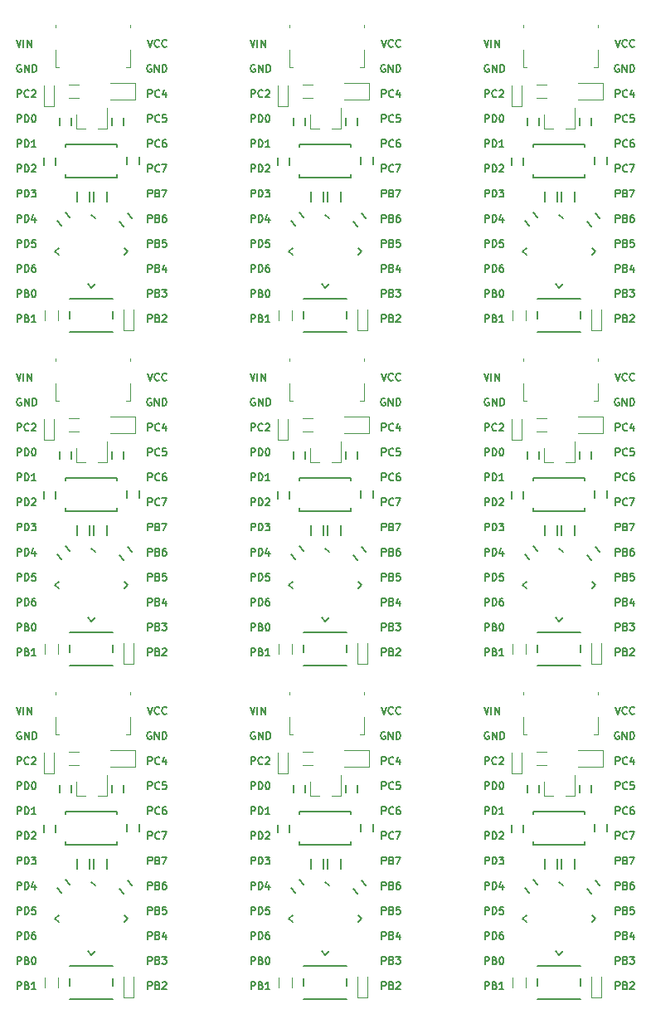
<source format=gto>
G04 #@! TF.FileFunction,Legend,Top*
%FSLAX46Y46*%
G04 Gerber Fmt 4.6, Leading zero omitted, Abs format (unit mm)*
G04 Created by KiCad (PCBNEW 4.0.5+dfsg1-4) date Mon Jul 16 11:41:52 2018*
%MOMM*%
%LPD*%
G01*
G04 APERTURE LIST*
%ADD10C,0.100000*%
%ADD11C,0.150000*%
%ADD12C,0.120000*%
G04 APERTURE END LIST*
D10*
D11*
X159392929Y-52937786D02*
X159642929Y-53687786D01*
X159892929Y-52937786D01*
X160142928Y-53687786D02*
X160142928Y-52937786D01*
X160500071Y-53687786D02*
X160500071Y-52937786D01*
X160928643Y-53687786D01*
X160928643Y-52937786D01*
X159892929Y-55523500D02*
X159821500Y-55487786D01*
X159714357Y-55487786D01*
X159607214Y-55523500D01*
X159535786Y-55594929D01*
X159500071Y-55666357D01*
X159464357Y-55809214D01*
X159464357Y-55916357D01*
X159500071Y-56059214D01*
X159535786Y-56130643D01*
X159607214Y-56202071D01*
X159714357Y-56237786D01*
X159785786Y-56237786D01*
X159892929Y-56202071D01*
X159928643Y-56166357D01*
X159928643Y-55916357D01*
X159785786Y-55916357D01*
X160250071Y-56237786D02*
X160250071Y-55487786D01*
X160678643Y-56237786D01*
X160678643Y-55487786D01*
X161035785Y-56237786D02*
X161035785Y-55487786D01*
X161214357Y-55487786D01*
X161321500Y-55523500D01*
X161392928Y-55594929D01*
X161428643Y-55666357D01*
X161464357Y-55809214D01*
X161464357Y-55916357D01*
X161428643Y-56059214D01*
X161392928Y-56130643D01*
X161321500Y-56202071D01*
X161214357Y-56237786D01*
X161035785Y-56237786D01*
X159500071Y-58787786D02*
X159500071Y-58037786D01*
X159785786Y-58037786D01*
X159857214Y-58073500D01*
X159892929Y-58109214D01*
X159928643Y-58180643D01*
X159928643Y-58287786D01*
X159892929Y-58359214D01*
X159857214Y-58394929D01*
X159785786Y-58430643D01*
X159500071Y-58430643D01*
X160678643Y-58716357D02*
X160642929Y-58752071D01*
X160535786Y-58787786D01*
X160464357Y-58787786D01*
X160357214Y-58752071D01*
X160285786Y-58680643D01*
X160250071Y-58609214D01*
X160214357Y-58466357D01*
X160214357Y-58359214D01*
X160250071Y-58216357D01*
X160285786Y-58144929D01*
X160357214Y-58073500D01*
X160464357Y-58037786D01*
X160535786Y-58037786D01*
X160642929Y-58073500D01*
X160678643Y-58109214D01*
X160964357Y-58109214D02*
X161000071Y-58073500D01*
X161071500Y-58037786D01*
X161250071Y-58037786D01*
X161321500Y-58073500D01*
X161357214Y-58109214D01*
X161392929Y-58180643D01*
X161392929Y-58252071D01*
X161357214Y-58359214D01*
X160928643Y-58787786D01*
X161392929Y-58787786D01*
X159500071Y-61337786D02*
X159500071Y-60587786D01*
X159785786Y-60587786D01*
X159857214Y-60623500D01*
X159892929Y-60659214D01*
X159928643Y-60730643D01*
X159928643Y-60837786D01*
X159892929Y-60909214D01*
X159857214Y-60944929D01*
X159785786Y-60980643D01*
X159500071Y-60980643D01*
X160250071Y-61337786D02*
X160250071Y-60587786D01*
X160428643Y-60587786D01*
X160535786Y-60623500D01*
X160607214Y-60694929D01*
X160642929Y-60766357D01*
X160678643Y-60909214D01*
X160678643Y-61016357D01*
X160642929Y-61159214D01*
X160607214Y-61230643D01*
X160535786Y-61302071D01*
X160428643Y-61337786D01*
X160250071Y-61337786D01*
X161142929Y-60587786D02*
X161214357Y-60587786D01*
X161285786Y-60623500D01*
X161321500Y-60659214D01*
X161357214Y-60730643D01*
X161392929Y-60873500D01*
X161392929Y-61052071D01*
X161357214Y-61194929D01*
X161321500Y-61266357D01*
X161285786Y-61302071D01*
X161214357Y-61337786D01*
X161142929Y-61337786D01*
X161071500Y-61302071D01*
X161035786Y-61266357D01*
X161000071Y-61194929D01*
X160964357Y-61052071D01*
X160964357Y-60873500D01*
X161000071Y-60730643D01*
X161035786Y-60659214D01*
X161071500Y-60623500D01*
X161142929Y-60587786D01*
X159500071Y-63887786D02*
X159500071Y-63137786D01*
X159785786Y-63137786D01*
X159857214Y-63173500D01*
X159892929Y-63209214D01*
X159928643Y-63280643D01*
X159928643Y-63387786D01*
X159892929Y-63459214D01*
X159857214Y-63494929D01*
X159785786Y-63530643D01*
X159500071Y-63530643D01*
X160250071Y-63887786D02*
X160250071Y-63137786D01*
X160428643Y-63137786D01*
X160535786Y-63173500D01*
X160607214Y-63244929D01*
X160642929Y-63316357D01*
X160678643Y-63459214D01*
X160678643Y-63566357D01*
X160642929Y-63709214D01*
X160607214Y-63780643D01*
X160535786Y-63852071D01*
X160428643Y-63887786D01*
X160250071Y-63887786D01*
X161392929Y-63887786D02*
X160964357Y-63887786D01*
X161178643Y-63887786D02*
X161178643Y-63137786D01*
X161107214Y-63244929D01*
X161035786Y-63316357D01*
X160964357Y-63352071D01*
X159500071Y-66437786D02*
X159500071Y-65687786D01*
X159785786Y-65687786D01*
X159857214Y-65723500D01*
X159892929Y-65759214D01*
X159928643Y-65830643D01*
X159928643Y-65937786D01*
X159892929Y-66009214D01*
X159857214Y-66044929D01*
X159785786Y-66080643D01*
X159500071Y-66080643D01*
X160250071Y-66437786D02*
X160250071Y-65687786D01*
X160428643Y-65687786D01*
X160535786Y-65723500D01*
X160607214Y-65794929D01*
X160642929Y-65866357D01*
X160678643Y-66009214D01*
X160678643Y-66116357D01*
X160642929Y-66259214D01*
X160607214Y-66330643D01*
X160535786Y-66402071D01*
X160428643Y-66437786D01*
X160250071Y-66437786D01*
X160964357Y-65759214D02*
X161000071Y-65723500D01*
X161071500Y-65687786D01*
X161250071Y-65687786D01*
X161321500Y-65723500D01*
X161357214Y-65759214D01*
X161392929Y-65830643D01*
X161392929Y-65902071D01*
X161357214Y-66009214D01*
X160928643Y-66437786D01*
X161392929Y-66437786D01*
X159500071Y-68987786D02*
X159500071Y-68237786D01*
X159785786Y-68237786D01*
X159857214Y-68273500D01*
X159892929Y-68309214D01*
X159928643Y-68380643D01*
X159928643Y-68487786D01*
X159892929Y-68559214D01*
X159857214Y-68594929D01*
X159785786Y-68630643D01*
X159500071Y-68630643D01*
X160250071Y-68987786D02*
X160250071Y-68237786D01*
X160428643Y-68237786D01*
X160535786Y-68273500D01*
X160607214Y-68344929D01*
X160642929Y-68416357D01*
X160678643Y-68559214D01*
X160678643Y-68666357D01*
X160642929Y-68809214D01*
X160607214Y-68880643D01*
X160535786Y-68952071D01*
X160428643Y-68987786D01*
X160250071Y-68987786D01*
X160928643Y-68237786D02*
X161392929Y-68237786D01*
X161142929Y-68523500D01*
X161250071Y-68523500D01*
X161321500Y-68559214D01*
X161357214Y-68594929D01*
X161392929Y-68666357D01*
X161392929Y-68844929D01*
X161357214Y-68916357D01*
X161321500Y-68952071D01*
X161250071Y-68987786D01*
X161035786Y-68987786D01*
X160964357Y-68952071D01*
X160928643Y-68916357D01*
X159500071Y-71537786D02*
X159500071Y-70787786D01*
X159785786Y-70787786D01*
X159857214Y-70823500D01*
X159892929Y-70859214D01*
X159928643Y-70930643D01*
X159928643Y-71037786D01*
X159892929Y-71109214D01*
X159857214Y-71144929D01*
X159785786Y-71180643D01*
X159500071Y-71180643D01*
X160250071Y-71537786D02*
X160250071Y-70787786D01*
X160428643Y-70787786D01*
X160535786Y-70823500D01*
X160607214Y-70894929D01*
X160642929Y-70966357D01*
X160678643Y-71109214D01*
X160678643Y-71216357D01*
X160642929Y-71359214D01*
X160607214Y-71430643D01*
X160535786Y-71502071D01*
X160428643Y-71537786D01*
X160250071Y-71537786D01*
X161321500Y-71037786D02*
X161321500Y-71537786D01*
X161142929Y-70752071D02*
X160964357Y-71287786D01*
X161428643Y-71287786D01*
X159500071Y-74087786D02*
X159500071Y-73337786D01*
X159785786Y-73337786D01*
X159857214Y-73373500D01*
X159892929Y-73409214D01*
X159928643Y-73480643D01*
X159928643Y-73587786D01*
X159892929Y-73659214D01*
X159857214Y-73694929D01*
X159785786Y-73730643D01*
X159500071Y-73730643D01*
X160250071Y-74087786D02*
X160250071Y-73337786D01*
X160428643Y-73337786D01*
X160535786Y-73373500D01*
X160607214Y-73444929D01*
X160642929Y-73516357D01*
X160678643Y-73659214D01*
X160678643Y-73766357D01*
X160642929Y-73909214D01*
X160607214Y-73980643D01*
X160535786Y-74052071D01*
X160428643Y-74087786D01*
X160250071Y-74087786D01*
X161357214Y-73337786D02*
X161000071Y-73337786D01*
X160964357Y-73694929D01*
X161000071Y-73659214D01*
X161071500Y-73623500D01*
X161250071Y-73623500D01*
X161321500Y-73659214D01*
X161357214Y-73694929D01*
X161392929Y-73766357D01*
X161392929Y-73944929D01*
X161357214Y-74016357D01*
X161321500Y-74052071D01*
X161250071Y-74087786D01*
X161071500Y-74087786D01*
X161000071Y-74052071D01*
X160964357Y-74016357D01*
X159500071Y-76637786D02*
X159500071Y-75887786D01*
X159785786Y-75887786D01*
X159857214Y-75923500D01*
X159892929Y-75959214D01*
X159928643Y-76030643D01*
X159928643Y-76137786D01*
X159892929Y-76209214D01*
X159857214Y-76244929D01*
X159785786Y-76280643D01*
X159500071Y-76280643D01*
X160250071Y-76637786D02*
X160250071Y-75887786D01*
X160428643Y-75887786D01*
X160535786Y-75923500D01*
X160607214Y-75994929D01*
X160642929Y-76066357D01*
X160678643Y-76209214D01*
X160678643Y-76316357D01*
X160642929Y-76459214D01*
X160607214Y-76530643D01*
X160535786Y-76602071D01*
X160428643Y-76637786D01*
X160250071Y-76637786D01*
X161321500Y-75887786D02*
X161178643Y-75887786D01*
X161107214Y-75923500D01*
X161071500Y-75959214D01*
X161000071Y-76066357D01*
X160964357Y-76209214D01*
X160964357Y-76494929D01*
X161000071Y-76566357D01*
X161035786Y-76602071D01*
X161107214Y-76637786D01*
X161250071Y-76637786D01*
X161321500Y-76602071D01*
X161357214Y-76566357D01*
X161392929Y-76494929D01*
X161392929Y-76316357D01*
X161357214Y-76244929D01*
X161321500Y-76209214D01*
X161250071Y-76173500D01*
X161107214Y-76173500D01*
X161035786Y-76209214D01*
X161000071Y-76244929D01*
X160964357Y-76316357D01*
X159500071Y-79187786D02*
X159500071Y-78437786D01*
X159785786Y-78437786D01*
X159857214Y-78473500D01*
X159892929Y-78509214D01*
X159928643Y-78580643D01*
X159928643Y-78687786D01*
X159892929Y-78759214D01*
X159857214Y-78794929D01*
X159785786Y-78830643D01*
X159500071Y-78830643D01*
X160500071Y-78794929D02*
X160607214Y-78830643D01*
X160642929Y-78866357D01*
X160678643Y-78937786D01*
X160678643Y-79044929D01*
X160642929Y-79116357D01*
X160607214Y-79152071D01*
X160535786Y-79187786D01*
X160250071Y-79187786D01*
X160250071Y-78437786D01*
X160500071Y-78437786D01*
X160571500Y-78473500D01*
X160607214Y-78509214D01*
X160642929Y-78580643D01*
X160642929Y-78652071D01*
X160607214Y-78723500D01*
X160571500Y-78759214D01*
X160500071Y-78794929D01*
X160250071Y-78794929D01*
X161142929Y-78437786D02*
X161214357Y-78437786D01*
X161285786Y-78473500D01*
X161321500Y-78509214D01*
X161357214Y-78580643D01*
X161392929Y-78723500D01*
X161392929Y-78902071D01*
X161357214Y-79044929D01*
X161321500Y-79116357D01*
X161285786Y-79152071D01*
X161214357Y-79187786D01*
X161142929Y-79187786D01*
X161071500Y-79152071D01*
X161035786Y-79116357D01*
X161000071Y-79044929D01*
X160964357Y-78902071D01*
X160964357Y-78723500D01*
X161000071Y-78580643D01*
X161035786Y-78509214D01*
X161071500Y-78473500D01*
X161142929Y-78437786D01*
X159500071Y-81737786D02*
X159500071Y-80987786D01*
X159785786Y-80987786D01*
X159857214Y-81023500D01*
X159892929Y-81059214D01*
X159928643Y-81130643D01*
X159928643Y-81237786D01*
X159892929Y-81309214D01*
X159857214Y-81344929D01*
X159785786Y-81380643D01*
X159500071Y-81380643D01*
X160500071Y-81344929D02*
X160607214Y-81380643D01*
X160642929Y-81416357D01*
X160678643Y-81487786D01*
X160678643Y-81594929D01*
X160642929Y-81666357D01*
X160607214Y-81702071D01*
X160535786Y-81737786D01*
X160250071Y-81737786D01*
X160250071Y-80987786D01*
X160500071Y-80987786D01*
X160571500Y-81023500D01*
X160607214Y-81059214D01*
X160642929Y-81130643D01*
X160642929Y-81202071D01*
X160607214Y-81273500D01*
X160571500Y-81309214D01*
X160500071Y-81344929D01*
X160250071Y-81344929D01*
X161392929Y-81737786D02*
X160964357Y-81737786D01*
X161178643Y-81737786D02*
X161178643Y-80987786D01*
X161107214Y-81094929D01*
X161035786Y-81166357D01*
X160964357Y-81202071D01*
X172807572Y-52935285D02*
X173057572Y-53685285D01*
X173307572Y-52935285D01*
X173986143Y-53613856D02*
X173950429Y-53649570D01*
X173843286Y-53685285D01*
X173771857Y-53685285D01*
X173664714Y-53649570D01*
X173593286Y-53578142D01*
X173557571Y-53506713D01*
X173521857Y-53363856D01*
X173521857Y-53256713D01*
X173557571Y-53113856D01*
X173593286Y-53042428D01*
X173664714Y-52970999D01*
X173771857Y-52935285D01*
X173843286Y-52935285D01*
X173950429Y-52970999D01*
X173986143Y-53006713D01*
X174736143Y-53613856D02*
X174700429Y-53649570D01*
X174593286Y-53685285D01*
X174521857Y-53685285D01*
X174414714Y-53649570D01*
X174343286Y-53578142D01*
X174307571Y-53506713D01*
X174271857Y-53363856D01*
X174271857Y-53256713D01*
X174307571Y-53113856D01*
X174343286Y-53042428D01*
X174414714Y-52970999D01*
X174521857Y-52935285D01*
X174593286Y-52935285D01*
X174700429Y-52970999D01*
X174736143Y-53006713D01*
X173164715Y-55520999D02*
X173093286Y-55485285D01*
X172986143Y-55485285D01*
X172879000Y-55520999D01*
X172807572Y-55592428D01*
X172771857Y-55663856D01*
X172736143Y-55806713D01*
X172736143Y-55913856D01*
X172771857Y-56056713D01*
X172807572Y-56128142D01*
X172879000Y-56199570D01*
X172986143Y-56235285D01*
X173057572Y-56235285D01*
X173164715Y-56199570D01*
X173200429Y-56163856D01*
X173200429Y-55913856D01*
X173057572Y-55913856D01*
X173521857Y-56235285D02*
X173521857Y-55485285D01*
X173950429Y-56235285D01*
X173950429Y-55485285D01*
X174307571Y-56235285D02*
X174307571Y-55485285D01*
X174486143Y-55485285D01*
X174593286Y-55520999D01*
X174664714Y-55592428D01*
X174700429Y-55663856D01*
X174736143Y-55806713D01*
X174736143Y-55913856D01*
X174700429Y-56056713D01*
X174664714Y-56128142D01*
X174593286Y-56199570D01*
X174486143Y-56235285D01*
X174307571Y-56235285D01*
X172843285Y-58785285D02*
X172843285Y-58035285D01*
X173129000Y-58035285D01*
X173200428Y-58070999D01*
X173236143Y-58106713D01*
X173271857Y-58178142D01*
X173271857Y-58285285D01*
X173236143Y-58356713D01*
X173200428Y-58392428D01*
X173129000Y-58428142D01*
X172843285Y-58428142D01*
X174021857Y-58713856D02*
X173986143Y-58749570D01*
X173879000Y-58785285D01*
X173807571Y-58785285D01*
X173700428Y-58749570D01*
X173629000Y-58678142D01*
X173593285Y-58606713D01*
X173557571Y-58463856D01*
X173557571Y-58356713D01*
X173593285Y-58213856D01*
X173629000Y-58142428D01*
X173700428Y-58070999D01*
X173807571Y-58035285D01*
X173879000Y-58035285D01*
X173986143Y-58070999D01*
X174021857Y-58106713D01*
X174664714Y-58285285D02*
X174664714Y-58785285D01*
X174486143Y-57999570D02*
X174307571Y-58535285D01*
X174771857Y-58535285D01*
X172843285Y-61335285D02*
X172843285Y-60585285D01*
X173129000Y-60585285D01*
X173200428Y-60620999D01*
X173236143Y-60656713D01*
X173271857Y-60728142D01*
X173271857Y-60835285D01*
X173236143Y-60906713D01*
X173200428Y-60942428D01*
X173129000Y-60978142D01*
X172843285Y-60978142D01*
X174021857Y-61263856D02*
X173986143Y-61299570D01*
X173879000Y-61335285D01*
X173807571Y-61335285D01*
X173700428Y-61299570D01*
X173629000Y-61228142D01*
X173593285Y-61156713D01*
X173557571Y-61013856D01*
X173557571Y-60906713D01*
X173593285Y-60763856D01*
X173629000Y-60692428D01*
X173700428Y-60620999D01*
X173807571Y-60585285D01*
X173879000Y-60585285D01*
X173986143Y-60620999D01*
X174021857Y-60656713D01*
X174700428Y-60585285D02*
X174343285Y-60585285D01*
X174307571Y-60942428D01*
X174343285Y-60906713D01*
X174414714Y-60870999D01*
X174593285Y-60870999D01*
X174664714Y-60906713D01*
X174700428Y-60942428D01*
X174736143Y-61013856D01*
X174736143Y-61192428D01*
X174700428Y-61263856D01*
X174664714Y-61299570D01*
X174593285Y-61335285D01*
X174414714Y-61335285D01*
X174343285Y-61299570D01*
X174307571Y-61263856D01*
X172843285Y-63885285D02*
X172843285Y-63135285D01*
X173129000Y-63135285D01*
X173200428Y-63170999D01*
X173236143Y-63206713D01*
X173271857Y-63278142D01*
X173271857Y-63385285D01*
X173236143Y-63456713D01*
X173200428Y-63492428D01*
X173129000Y-63528142D01*
X172843285Y-63528142D01*
X174021857Y-63813856D02*
X173986143Y-63849570D01*
X173879000Y-63885285D01*
X173807571Y-63885285D01*
X173700428Y-63849570D01*
X173629000Y-63778142D01*
X173593285Y-63706713D01*
X173557571Y-63563856D01*
X173557571Y-63456713D01*
X173593285Y-63313856D01*
X173629000Y-63242428D01*
X173700428Y-63170999D01*
X173807571Y-63135285D01*
X173879000Y-63135285D01*
X173986143Y-63170999D01*
X174021857Y-63206713D01*
X174664714Y-63135285D02*
X174521857Y-63135285D01*
X174450428Y-63170999D01*
X174414714Y-63206713D01*
X174343285Y-63313856D01*
X174307571Y-63456713D01*
X174307571Y-63742428D01*
X174343285Y-63813856D01*
X174379000Y-63849570D01*
X174450428Y-63885285D01*
X174593285Y-63885285D01*
X174664714Y-63849570D01*
X174700428Y-63813856D01*
X174736143Y-63742428D01*
X174736143Y-63563856D01*
X174700428Y-63492428D01*
X174664714Y-63456713D01*
X174593285Y-63420999D01*
X174450428Y-63420999D01*
X174379000Y-63456713D01*
X174343285Y-63492428D01*
X174307571Y-63563856D01*
X172843285Y-66435285D02*
X172843285Y-65685285D01*
X173129000Y-65685285D01*
X173200428Y-65720999D01*
X173236143Y-65756713D01*
X173271857Y-65828142D01*
X173271857Y-65935285D01*
X173236143Y-66006713D01*
X173200428Y-66042428D01*
X173129000Y-66078142D01*
X172843285Y-66078142D01*
X174021857Y-66363856D02*
X173986143Y-66399570D01*
X173879000Y-66435285D01*
X173807571Y-66435285D01*
X173700428Y-66399570D01*
X173629000Y-66328142D01*
X173593285Y-66256713D01*
X173557571Y-66113856D01*
X173557571Y-66006713D01*
X173593285Y-65863856D01*
X173629000Y-65792428D01*
X173700428Y-65720999D01*
X173807571Y-65685285D01*
X173879000Y-65685285D01*
X173986143Y-65720999D01*
X174021857Y-65756713D01*
X174271857Y-65685285D02*
X174771857Y-65685285D01*
X174450428Y-66435285D01*
X172843285Y-68985285D02*
X172843285Y-68235285D01*
X173129000Y-68235285D01*
X173200428Y-68270999D01*
X173236143Y-68306713D01*
X173271857Y-68378142D01*
X173271857Y-68485285D01*
X173236143Y-68556713D01*
X173200428Y-68592428D01*
X173129000Y-68628142D01*
X172843285Y-68628142D01*
X173843285Y-68592428D02*
X173950428Y-68628142D01*
X173986143Y-68663856D01*
X174021857Y-68735285D01*
X174021857Y-68842428D01*
X173986143Y-68913856D01*
X173950428Y-68949570D01*
X173879000Y-68985285D01*
X173593285Y-68985285D01*
X173593285Y-68235285D01*
X173843285Y-68235285D01*
X173914714Y-68270999D01*
X173950428Y-68306713D01*
X173986143Y-68378142D01*
X173986143Y-68449570D01*
X173950428Y-68520999D01*
X173914714Y-68556713D01*
X173843285Y-68592428D01*
X173593285Y-68592428D01*
X174271857Y-68235285D02*
X174771857Y-68235285D01*
X174450428Y-68985285D01*
X172843285Y-71535285D02*
X172843285Y-70785285D01*
X173129000Y-70785285D01*
X173200428Y-70820999D01*
X173236143Y-70856713D01*
X173271857Y-70928142D01*
X173271857Y-71035285D01*
X173236143Y-71106713D01*
X173200428Y-71142428D01*
X173129000Y-71178142D01*
X172843285Y-71178142D01*
X173843285Y-71142428D02*
X173950428Y-71178142D01*
X173986143Y-71213856D01*
X174021857Y-71285285D01*
X174021857Y-71392428D01*
X173986143Y-71463856D01*
X173950428Y-71499570D01*
X173879000Y-71535285D01*
X173593285Y-71535285D01*
X173593285Y-70785285D01*
X173843285Y-70785285D01*
X173914714Y-70820999D01*
X173950428Y-70856713D01*
X173986143Y-70928142D01*
X173986143Y-70999570D01*
X173950428Y-71070999D01*
X173914714Y-71106713D01*
X173843285Y-71142428D01*
X173593285Y-71142428D01*
X174664714Y-70785285D02*
X174521857Y-70785285D01*
X174450428Y-70820999D01*
X174414714Y-70856713D01*
X174343285Y-70963856D01*
X174307571Y-71106713D01*
X174307571Y-71392428D01*
X174343285Y-71463856D01*
X174379000Y-71499570D01*
X174450428Y-71535285D01*
X174593285Y-71535285D01*
X174664714Y-71499570D01*
X174700428Y-71463856D01*
X174736143Y-71392428D01*
X174736143Y-71213856D01*
X174700428Y-71142428D01*
X174664714Y-71106713D01*
X174593285Y-71070999D01*
X174450428Y-71070999D01*
X174379000Y-71106713D01*
X174343285Y-71142428D01*
X174307571Y-71213856D01*
X172843285Y-74085285D02*
X172843285Y-73335285D01*
X173129000Y-73335285D01*
X173200428Y-73370999D01*
X173236143Y-73406713D01*
X173271857Y-73478142D01*
X173271857Y-73585285D01*
X173236143Y-73656713D01*
X173200428Y-73692428D01*
X173129000Y-73728142D01*
X172843285Y-73728142D01*
X173843285Y-73692428D02*
X173950428Y-73728142D01*
X173986143Y-73763856D01*
X174021857Y-73835285D01*
X174021857Y-73942428D01*
X173986143Y-74013856D01*
X173950428Y-74049570D01*
X173879000Y-74085285D01*
X173593285Y-74085285D01*
X173593285Y-73335285D01*
X173843285Y-73335285D01*
X173914714Y-73370999D01*
X173950428Y-73406713D01*
X173986143Y-73478142D01*
X173986143Y-73549570D01*
X173950428Y-73620999D01*
X173914714Y-73656713D01*
X173843285Y-73692428D01*
X173593285Y-73692428D01*
X174700428Y-73335285D02*
X174343285Y-73335285D01*
X174307571Y-73692428D01*
X174343285Y-73656713D01*
X174414714Y-73620999D01*
X174593285Y-73620999D01*
X174664714Y-73656713D01*
X174700428Y-73692428D01*
X174736143Y-73763856D01*
X174736143Y-73942428D01*
X174700428Y-74013856D01*
X174664714Y-74049570D01*
X174593285Y-74085285D01*
X174414714Y-74085285D01*
X174343285Y-74049570D01*
X174307571Y-74013856D01*
X172843285Y-76635285D02*
X172843285Y-75885285D01*
X173129000Y-75885285D01*
X173200428Y-75920999D01*
X173236143Y-75956713D01*
X173271857Y-76028142D01*
X173271857Y-76135285D01*
X173236143Y-76206713D01*
X173200428Y-76242428D01*
X173129000Y-76278142D01*
X172843285Y-76278142D01*
X173843285Y-76242428D02*
X173950428Y-76278142D01*
X173986143Y-76313856D01*
X174021857Y-76385285D01*
X174021857Y-76492428D01*
X173986143Y-76563856D01*
X173950428Y-76599570D01*
X173879000Y-76635285D01*
X173593285Y-76635285D01*
X173593285Y-75885285D01*
X173843285Y-75885285D01*
X173914714Y-75920999D01*
X173950428Y-75956713D01*
X173986143Y-76028142D01*
X173986143Y-76099570D01*
X173950428Y-76170999D01*
X173914714Y-76206713D01*
X173843285Y-76242428D01*
X173593285Y-76242428D01*
X174664714Y-76135285D02*
X174664714Y-76635285D01*
X174486143Y-75849570D02*
X174307571Y-76385285D01*
X174771857Y-76385285D01*
X172843285Y-79185285D02*
X172843285Y-78435285D01*
X173129000Y-78435285D01*
X173200428Y-78470999D01*
X173236143Y-78506713D01*
X173271857Y-78578142D01*
X173271857Y-78685285D01*
X173236143Y-78756713D01*
X173200428Y-78792428D01*
X173129000Y-78828142D01*
X172843285Y-78828142D01*
X173843285Y-78792428D02*
X173950428Y-78828142D01*
X173986143Y-78863856D01*
X174021857Y-78935285D01*
X174021857Y-79042428D01*
X173986143Y-79113856D01*
X173950428Y-79149570D01*
X173879000Y-79185285D01*
X173593285Y-79185285D01*
X173593285Y-78435285D01*
X173843285Y-78435285D01*
X173914714Y-78470999D01*
X173950428Y-78506713D01*
X173986143Y-78578142D01*
X173986143Y-78649570D01*
X173950428Y-78720999D01*
X173914714Y-78756713D01*
X173843285Y-78792428D01*
X173593285Y-78792428D01*
X174271857Y-78435285D02*
X174736143Y-78435285D01*
X174486143Y-78720999D01*
X174593285Y-78720999D01*
X174664714Y-78756713D01*
X174700428Y-78792428D01*
X174736143Y-78863856D01*
X174736143Y-79042428D01*
X174700428Y-79113856D01*
X174664714Y-79149570D01*
X174593285Y-79185285D01*
X174379000Y-79185285D01*
X174307571Y-79149570D01*
X174271857Y-79113856D01*
X172843285Y-81735285D02*
X172843285Y-80985285D01*
X173129000Y-80985285D01*
X173200428Y-81020999D01*
X173236143Y-81056713D01*
X173271857Y-81128142D01*
X173271857Y-81235285D01*
X173236143Y-81306713D01*
X173200428Y-81342428D01*
X173129000Y-81378142D01*
X172843285Y-81378142D01*
X173843285Y-81342428D02*
X173950428Y-81378142D01*
X173986143Y-81413856D01*
X174021857Y-81485285D01*
X174021857Y-81592428D01*
X173986143Y-81663856D01*
X173950428Y-81699570D01*
X173879000Y-81735285D01*
X173593285Y-81735285D01*
X173593285Y-80985285D01*
X173843285Y-80985285D01*
X173914714Y-81020999D01*
X173950428Y-81056713D01*
X173986143Y-81128142D01*
X173986143Y-81199570D01*
X173950428Y-81270999D01*
X173914714Y-81306713D01*
X173843285Y-81342428D01*
X173593285Y-81342428D01*
X174307571Y-81056713D02*
X174343285Y-81020999D01*
X174414714Y-80985285D01*
X174593285Y-80985285D01*
X174664714Y-81020999D01*
X174700428Y-81056713D01*
X174736143Y-81128142D01*
X174736143Y-81199570D01*
X174700428Y-81306713D01*
X174271857Y-81735285D01*
X174736143Y-81735285D01*
X111640929Y-52937786D02*
X111890929Y-53687786D01*
X112140929Y-52937786D01*
X112390928Y-53687786D02*
X112390928Y-52937786D01*
X112748071Y-53687786D02*
X112748071Y-52937786D01*
X113176643Y-53687786D01*
X113176643Y-52937786D01*
X112140929Y-55523500D02*
X112069500Y-55487786D01*
X111962357Y-55487786D01*
X111855214Y-55523500D01*
X111783786Y-55594929D01*
X111748071Y-55666357D01*
X111712357Y-55809214D01*
X111712357Y-55916357D01*
X111748071Y-56059214D01*
X111783786Y-56130643D01*
X111855214Y-56202071D01*
X111962357Y-56237786D01*
X112033786Y-56237786D01*
X112140929Y-56202071D01*
X112176643Y-56166357D01*
X112176643Y-55916357D01*
X112033786Y-55916357D01*
X112498071Y-56237786D02*
X112498071Y-55487786D01*
X112926643Y-56237786D01*
X112926643Y-55487786D01*
X113283785Y-56237786D02*
X113283785Y-55487786D01*
X113462357Y-55487786D01*
X113569500Y-55523500D01*
X113640928Y-55594929D01*
X113676643Y-55666357D01*
X113712357Y-55809214D01*
X113712357Y-55916357D01*
X113676643Y-56059214D01*
X113640928Y-56130643D01*
X113569500Y-56202071D01*
X113462357Y-56237786D01*
X113283785Y-56237786D01*
X111748071Y-58787786D02*
X111748071Y-58037786D01*
X112033786Y-58037786D01*
X112105214Y-58073500D01*
X112140929Y-58109214D01*
X112176643Y-58180643D01*
X112176643Y-58287786D01*
X112140929Y-58359214D01*
X112105214Y-58394929D01*
X112033786Y-58430643D01*
X111748071Y-58430643D01*
X112926643Y-58716357D02*
X112890929Y-58752071D01*
X112783786Y-58787786D01*
X112712357Y-58787786D01*
X112605214Y-58752071D01*
X112533786Y-58680643D01*
X112498071Y-58609214D01*
X112462357Y-58466357D01*
X112462357Y-58359214D01*
X112498071Y-58216357D01*
X112533786Y-58144929D01*
X112605214Y-58073500D01*
X112712357Y-58037786D01*
X112783786Y-58037786D01*
X112890929Y-58073500D01*
X112926643Y-58109214D01*
X113212357Y-58109214D02*
X113248071Y-58073500D01*
X113319500Y-58037786D01*
X113498071Y-58037786D01*
X113569500Y-58073500D01*
X113605214Y-58109214D01*
X113640929Y-58180643D01*
X113640929Y-58252071D01*
X113605214Y-58359214D01*
X113176643Y-58787786D01*
X113640929Y-58787786D01*
X111748071Y-61337786D02*
X111748071Y-60587786D01*
X112033786Y-60587786D01*
X112105214Y-60623500D01*
X112140929Y-60659214D01*
X112176643Y-60730643D01*
X112176643Y-60837786D01*
X112140929Y-60909214D01*
X112105214Y-60944929D01*
X112033786Y-60980643D01*
X111748071Y-60980643D01*
X112498071Y-61337786D02*
X112498071Y-60587786D01*
X112676643Y-60587786D01*
X112783786Y-60623500D01*
X112855214Y-60694929D01*
X112890929Y-60766357D01*
X112926643Y-60909214D01*
X112926643Y-61016357D01*
X112890929Y-61159214D01*
X112855214Y-61230643D01*
X112783786Y-61302071D01*
X112676643Y-61337786D01*
X112498071Y-61337786D01*
X113390929Y-60587786D02*
X113462357Y-60587786D01*
X113533786Y-60623500D01*
X113569500Y-60659214D01*
X113605214Y-60730643D01*
X113640929Y-60873500D01*
X113640929Y-61052071D01*
X113605214Y-61194929D01*
X113569500Y-61266357D01*
X113533786Y-61302071D01*
X113462357Y-61337786D01*
X113390929Y-61337786D01*
X113319500Y-61302071D01*
X113283786Y-61266357D01*
X113248071Y-61194929D01*
X113212357Y-61052071D01*
X113212357Y-60873500D01*
X113248071Y-60730643D01*
X113283786Y-60659214D01*
X113319500Y-60623500D01*
X113390929Y-60587786D01*
X111748071Y-63887786D02*
X111748071Y-63137786D01*
X112033786Y-63137786D01*
X112105214Y-63173500D01*
X112140929Y-63209214D01*
X112176643Y-63280643D01*
X112176643Y-63387786D01*
X112140929Y-63459214D01*
X112105214Y-63494929D01*
X112033786Y-63530643D01*
X111748071Y-63530643D01*
X112498071Y-63887786D02*
X112498071Y-63137786D01*
X112676643Y-63137786D01*
X112783786Y-63173500D01*
X112855214Y-63244929D01*
X112890929Y-63316357D01*
X112926643Y-63459214D01*
X112926643Y-63566357D01*
X112890929Y-63709214D01*
X112855214Y-63780643D01*
X112783786Y-63852071D01*
X112676643Y-63887786D01*
X112498071Y-63887786D01*
X113640929Y-63887786D02*
X113212357Y-63887786D01*
X113426643Y-63887786D02*
X113426643Y-63137786D01*
X113355214Y-63244929D01*
X113283786Y-63316357D01*
X113212357Y-63352071D01*
X111748071Y-66437786D02*
X111748071Y-65687786D01*
X112033786Y-65687786D01*
X112105214Y-65723500D01*
X112140929Y-65759214D01*
X112176643Y-65830643D01*
X112176643Y-65937786D01*
X112140929Y-66009214D01*
X112105214Y-66044929D01*
X112033786Y-66080643D01*
X111748071Y-66080643D01*
X112498071Y-66437786D02*
X112498071Y-65687786D01*
X112676643Y-65687786D01*
X112783786Y-65723500D01*
X112855214Y-65794929D01*
X112890929Y-65866357D01*
X112926643Y-66009214D01*
X112926643Y-66116357D01*
X112890929Y-66259214D01*
X112855214Y-66330643D01*
X112783786Y-66402071D01*
X112676643Y-66437786D01*
X112498071Y-66437786D01*
X113212357Y-65759214D02*
X113248071Y-65723500D01*
X113319500Y-65687786D01*
X113498071Y-65687786D01*
X113569500Y-65723500D01*
X113605214Y-65759214D01*
X113640929Y-65830643D01*
X113640929Y-65902071D01*
X113605214Y-66009214D01*
X113176643Y-66437786D01*
X113640929Y-66437786D01*
X111748071Y-68987786D02*
X111748071Y-68237786D01*
X112033786Y-68237786D01*
X112105214Y-68273500D01*
X112140929Y-68309214D01*
X112176643Y-68380643D01*
X112176643Y-68487786D01*
X112140929Y-68559214D01*
X112105214Y-68594929D01*
X112033786Y-68630643D01*
X111748071Y-68630643D01*
X112498071Y-68987786D02*
X112498071Y-68237786D01*
X112676643Y-68237786D01*
X112783786Y-68273500D01*
X112855214Y-68344929D01*
X112890929Y-68416357D01*
X112926643Y-68559214D01*
X112926643Y-68666357D01*
X112890929Y-68809214D01*
X112855214Y-68880643D01*
X112783786Y-68952071D01*
X112676643Y-68987786D01*
X112498071Y-68987786D01*
X113176643Y-68237786D02*
X113640929Y-68237786D01*
X113390929Y-68523500D01*
X113498071Y-68523500D01*
X113569500Y-68559214D01*
X113605214Y-68594929D01*
X113640929Y-68666357D01*
X113640929Y-68844929D01*
X113605214Y-68916357D01*
X113569500Y-68952071D01*
X113498071Y-68987786D01*
X113283786Y-68987786D01*
X113212357Y-68952071D01*
X113176643Y-68916357D01*
X111748071Y-71537786D02*
X111748071Y-70787786D01*
X112033786Y-70787786D01*
X112105214Y-70823500D01*
X112140929Y-70859214D01*
X112176643Y-70930643D01*
X112176643Y-71037786D01*
X112140929Y-71109214D01*
X112105214Y-71144929D01*
X112033786Y-71180643D01*
X111748071Y-71180643D01*
X112498071Y-71537786D02*
X112498071Y-70787786D01*
X112676643Y-70787786D01*
X112783786Y-70823500D01*
X112855214Y-70894929D01*
X112890929Y-70966357D01*
X112926643Y-71109214D01*
X112926643Y-71216357D01*
X112890929Y-71359214D01*
X112855214Y-71430643D01*
X112783786Y-71502071D01*
X112676643Y-71537786D01*
X112498071Y-71537786D01*
X113569500Y-71037786D02*
X113569500Y-71537786D01*
X113390929Y-70752071D02*
X113212357Y-71287786D01*
X113676643Y-71287786D01*
X111748071Y-74087786D02*
X111748071Y-73337786D01*
X112033786Y-73337786D01*
X112105214Y-73373500D01*
X112140929Y-73409214D01*
X112176643Y-73480643D01*
X112176643Y-73587786D01*
X112140929Y-73659214D01*
X112105214Y-73694929D01*
X112033786Y-73730643D01*
X111748071Y-73730643D01*
X112498071Y-74087786D02*
X112498071Y-73337786D01*
X112676643Y-73337786D01*
X112783786Y-73373500D01*
X112855214Y-73444929D01*
X112890929Y-73516357D01*
X112926643Y-73659214D01*
X112926643Y-73766357D01*
X112890929Y-73909214D01*
X112855214Y-73980643D01*
X112783786Y-74052071D01*
X112676643Y-74087786D01*
X112498071Y-74087786D01*
X113605214Y-73337786D02*
X113248071Y-73337786D01*
X113212357Y-73694929D01*
X113248071Y-73659214D01*
X113319500Y-73623500D01*
X113498071Y-73623500D01*
X113569500Y-73659214D01*
X113605214Y-73694929D01*
X113640929Y-73766357D01*
X113640929Y-73944929D01*
X113605214Y-74016357D01*
X113569500Y-74052071D01*
X113498071Y-74087786D01*
X113319500Y-74087786D01*
X113248071Y-74052071D01*
X113212357Y-74016357D01*
X111748071Y-76637786D02*
X111748071Y-75887786D01*
X112033786Y-75887786D01*
X112105214Y-75923500D01*
X112140929Y-75959214D01*
X112176643Y-76030643D01*
X112176643Y-76137786D01*
X112140929Y-76209214D01*
X112105214Y-76244929D01*
X112033786Y-76280643D01*
X111748071Y-76280643D01*
X112498071Y-76637786D02*
X112498071Y-75887786D01*
X112676643Y-75887786D01*
X112783786Y-75923500D01*
X112855214Y-75994929D01*
X112890929Y-76066357D01*
X112926643Y-76209214D01*
X112926643Y-76316357D01*
X112890929Y-76459214D01*
X112855214Y-76530643D01*
X112783786Y-76602071D01*
X112676643Y-76637786D01*
X112498071Y-76637786D01*
X113569500Y-75887786D02*
X113426643Y-75887786D01*
X113355214Y-75923500D01*
X113319500Y-75959214D01*
X113248071Y-76066357D01*
X113212357Y-76209214D01*
X113212357Y-76494929D01*
X113248071Y-76566357D01*
X113283786Y-76602071D01*
X113355214Y-76637786D01*
X113498071Y-76637786D01*
X113569500Y-76602071D01*
X113605214Y-76566357D01*
X113640929Y-76494929D01*
X113640929Y-76316357D01*
X113605214Y-76244929D01*
X113569500Y-76209214D01*
X113498071Y-76173500D01*
X113355214Y-76173500D01*
X113283786Y-76209214D01*
X113248071Y-76244929D01*
X113212357Y-76316357D01*
X111748071Y-79187786D02*
X111748071Y-78437786D01*
X112033786Y-78437786D01*
X112105214Y-78473500D01*
X112140929Y-78509214D01*
X112176643Y-78580643D01*
X112176643Y-78687786D01*
X112140929Y-78759214D01*
X112105214Y-78794929D01*
X112033786Y-78830643D01*
X111748071Y-78830643D01*
X112748071Y-78794929D02*
X112855214Y-78830643D01*
X112890929Y-78866357D01*
X112926643Y-78937786D01*
X112926643Y-79044929D01*
X112890929Y-79116357D01*
X112855214Y-79152071D01*
X112783786Y-79187786D01*
X112498071Y-79187786D01*
X112498071Y-78437786D01*
X112748071Y-78437786D01*
X112819500Y-78473500D01*
X112855214Y-78509214D01*
X112890929Y-78580643D01*
X112890929Y-78652071D01*
X112855214Y-78723500D01*
X112819500Y-78759214D01*
X112748071Y-78794929D01*
X112498071Y-78794929D01*
X113390929Y-78437786D02*
X113462357Y-78437786D01*
X113533786Y-78473500D01*
X113569500Y-78509214D01*
X113605214Y-78580643D01*
X113640929Y-78723500D01*
X113640929Y-78902071D01*
X113605214Y-79044929D01*
X113569500Y-79116357D01*
X113533786Y-79152071D01*
X113462357Y-79187786D01*
X113390929Y-79187786D01*
X113319500Y-79152071D01*
X113283786Y-79116357D01*
X113248071Y-79044929D01*
X113212357Y-78902071D01*
X113212357Y-78723500D01*
X113248071Y-78580643D01*
X113283786Y-78509214D01*
X113319500Y-78473500D01*
X113390929Y-78437786D01*
X111748071Y-81737786D02*
X111748071Y-80987786D01*
X112033786Y-80987786D01*
X112105214Y-81023500D01*
X112140929Y-81059214D01*
X112176643Y-81130643D01*
X112176643Y-81237786D01*
X112140929Y-81309214D01*
X112105214Y-81344929D01*
X112033786Y-81380643D01*
X111748071Y-81380643D01*
X112748071Y-81344929D02*
X112855214Y-81380643D01*
X112890929Y-81416357D01*
X112926643Y-81487786D01*
X112926643Y-81594929D01*
X112890929Y-81666357D01*
X112855214Y-81702071D01*
X112783786Y-81737786D01*
X112498071Y-81737786D01*
X112498071Y-80987786D01*
X112748071Y-80987786D01*
X112819500Y-81023500D01*
X112855214Y-81059214D01*
X112890929Y-81130643D01*
X112890929Y-81202071D01*
X112855214Y-81273500D01*
X112819500Y-81309214D01*
X112748071Y-81344929D01*
X112498071Y-81344929D01*
X113640929Y-81737786D02*
X113212357Y-81737786D01*
X113426643Y-81737786D02*
X113426643Y-80987786D01*
X113355214Y-81094929D01*
X113283786Y-81166357D01*
X113212357Y-81202071D01*
X125055572Y-52935285D02*
X125305572Y-53685285D01*
X125555572Y-52935285D01*
X126234143Y-53613856D02*
X126198429Y-53649570D01*
X126091286Y-53685285D01*
X126019857Y-53685285D01*
X125912714Y-53649570D01*
X125841286Y-53578142D01*
X125805571Y-53506713D01*
X125769857Y-53363856D01*
X125769857Y-53256713D01*
X125805571Y-53113856D01*
X125841286Y-53042428D01*
X125912714Y-52970999D01*
X126019857Y-52935285D01*
X126091286Y-52935285D01*
X126198429Y-52970999D01*
X126234143Y-53006713D01*
X126984143Y-53613856D02*
X126948429Y-53649570D01*
X126841286Y-53685285D01*
X126769857Y-53685285D01*
X126662714Y-53649570D01*
X126591286Y-53578142D01*
X126555571Y-53506713D01*
X126519857Y-53363856D01*
X126519857Y-53256713D01*
X126555571Y-53113856D01*
X126591286Y-53042428D01*
X126662714Y-52970999D01*
X126769857Y-52935285D01*
X126841286Y-52935285D01*
X126948429Y-52970999D01*
X126984143Y-53006713D01*
X125412715Y-55520999D02*
X125341286Y-55485285D01*
X125234143Y-55485285D01*
X125127000Y-55520999D01*
X125055572Y-55592428D01*
X125019857Y-55663856D01*
X124984143Y-55806713D01*
X124984143Y-55913856D01*
X125019857Y-56056713D01*
X125055572Y-56128142D01*
X125127000Y-56199570D01*
X125234143Y-56235285D01*
X125305572Y-56235285D01*
X125412715Y-56199570D01*
X125448429Y-56163856D01*
X125448429Y-55913856D01*
X125305572Y-55913856D01*
X125769857Y-56235285D02*
X125769857Y-55485285D01*
X126198429Y-56235285D01*
X126198429Y-55485285D01*
X126555571Y-56235285D02*
X126555571Y-55485285D01*
X126734143Y-55485285D01*
X126841286Y-55520999D01*
X126912714Y-55592428D01*
X126948429Y-55663856D01*
X126984143Y-55806713D01*
X126984143Y-55913856D01*
X126948429Y-56056713D01*
X126912714Y-56128142D01*
X126841286Y-56199570D01*
X126734143Y-56235285D01*
X126555571Y-56235285D01*
X125091285Y-58785285D02*
X125091285Y-58035285D01*
X125377000Y-58035285D01*
X125448428Y-58070999D01*
X125484143Y-58106713D01*
X125519857Y-58178142D01*
X125519857Y-58285285D01*
X125484143Y-58356713D01*
X125448428Y-58392428D01*
X125377000Y-58428142D01*
X125091285Y-58428142D01*
X126269857Y-58713856D02*
X126234143Y-58749570D01*
X126127000Y-58785285D01*
X126055571Y-58785285D01*
X125948428Y-58749570D01*
X125877000Y-58678142D01*
X125841285Y-58606713D01*
X125805571Y-58463856D01*
X125805571Y-58356713D01*
X125841285Y-58213856D01*
X125877000Y-58142428D01*
X125948428Y-58070999D01*
X126055571Y-58035285D01*
X126127000Y-58035285D01*
X126234143Y-58070999D01*
X126269857Y-58106713D01*
X126912714Y-58285285D02*
X126912714Y-58785285D01*
X126734143Y-57999570D02*
X126555571Y-58535285D01*
X127019857Y-58535285D01*
X125091285Y-61335285D02*
X125091285Y-60585285D01*
X125377000Y-60585285D01*
X125448428Y-60620999D01*
X125484143Y-60656713D01*
X125519857Y-60728142D01*
X125519857Y-60835285D01*
X125484143Y-60906713D01*
X125448428Y-60942428D01*
X125377000Y-60978142D01*
X125091285Y-60978142D01*
X126269857Y-61263856D02*
X126234143Y-61299570D01*
X126127000Y-61335285D01*
X126055571Y-61335285D01*
X125948428Y-61299570D01*
X125877000Y-61228142D01*
X125841285Y-61156713D01*
X125805571Y-61013856D01*
X125805571Y-60906713D01*
X125841285Y-60763856D01*
X125877000Y-60692428D01*
X125948428Y-60620999D01*
X126055571Y-60585285D01*
X126127000Y-60585285D01*
X126234143Y-60620999D01*
X126269857Y-60656713D01*
X126948428Y-60585285D02*
X126591285Y-60585285D01*
X126555571Y-60942428D01*
X126591285Y-60906713D01*
X126662714Y-60870999D01*
X126841285Y-60870999D01*
X126912714Y-60906713D01*
X126948428Y-60942428D01*
X126984143Y-61013856D01*
X126984143Y-61192428D01*
X126948428Y-61263856D01*
X126912714Y-61299570D01*
X126841285Y-61335285D01*
X126662714Y-61335285D01*
X126591285Y-61299570D01*
X126555571Y-61263856D01*
X125091285Y-63885285D02*
X125091285Y-63135285D01*
X125377000Y-63135285D01*
X125448428Y-63170999D01*
X125484143Y-63206713D01*
X125519857Y-63278142D01*
X125519857Y-63385285D01*
X125484143Y-63456713D01*
X125448428Y-63492428D01*
X125377000Y-63528142D01*
X125091285Y-63528142D01*
X126269857Y-63813856D02*
X126234143Y-63849570D01*
X126127000Y-63885285D01*
X126055571Y-63885285D01*
X125948428Y-63849570D01*
X125877000Y-63778142D01*
X125841285Y-63706713D01*
X125805571Y-63563856D01*
X125805571Y-63456713D01*
X125841285Y-63313856D01*
X125877000Y-63242428D01*
X125948428Y-63170999D01*
X126055571Y-63135285D01*
X126127000Y-63135285D01*
X126234143Y-63170999D01*
X126269857Y-63206713D01*
X126912714Y-63135285D02*
X126769857Y-63135285D01*
X126698428Y-63170999D01*
X126662714Y-63206713D01*
X126591285Y-63313856D01*
X126555571Y-63456713D01*
X126555571Y-63742428D01*
X126591285Y-63813856D01*
X126627000Y-63849570D01*
X126698428Y-63885285D01*
X126841285Y-63885285D01*
X126912714Y-63849570D01*
X126948428Y-63813856D01*
X126984143Y-63742428D01*
X126984143Y-63563856D01*
X126948428Y-63492428D01*
X126912714Y-63456713D01*
X126841285Y-63420999D01*
X126698428Y-63420999D01*
X126627000Y-63456713D01*
X126591285Y-63492428D01*
X126555571Y-63563856D01*
X125091285Y-66435285D02*
X125091285Y-65685285D01*
X125377000Y-65685285D01*
X125448428Y-65720999D01*
X125484143Y-65756713D01*
X125519857Y-65828142D01*
X125519857Y-65935285D01*
X125484143Y-66006713D01*
X125448428Y-66042428D01*
X125377000Y-66078142D01*
X125091285Y-66078142D01*
X126269857Y-66363856D02*
X126234143Y-66399570D01*
X126127000Y-66435285D01*
X126055571Y-66435285D01*
X125948428Y-66399570D01*
X125877000Y-66328142D01*
X125841285Y-66256713D01*
X125805571Y-66113856D01*
X125805571Y-66006713D01*
X125841285Y-65863856D01*
X125877000Y-65792428D01*
X125948428Y-65720999D01*
X126055571Y-65685285D01*
X126127000Y-65685285D01*
X126234143Y-65720999D01*
X126269857Y-65756713D01*
X126519857Y-65685285D02*
X127019857Y-65685285D01*
X126698428Y-66435285D01*
X125091285Y-68985285D02*
X125091285Y-68235285D01*
X125377000Y-68235285D01*
X125448428Y-68270999D01*
X125484143Y-68306713D01*
X125519857Y-68378142D01*
X125519857Y-68485285D01*
X125484143Y-68556713D01*
X125448428Y-68592428D01*
X125377000Y-68628142D01*
X125091285Y-68628142D01*
X126091285Y-68592428D02*
X126198428Y-68628142D01*
X126234143Y-68663856D01*
X126269857Y-68735285D01*
X126269857Y-68842428D01*
X126234143Y-68913856D01*
X126198428Y-68949570D01*
X126127000Y-68985285D01*
X125841285Y-68985285D01*
X125841285Y-68235285D01*
X126091285Y-68235285D01*
X126162714Y-68270999D01*
X126198428Y-68306713D01*
X126234143Y-68378142D01*
X126234143Y-68449570D01*
X126198428Y-68520999D01*
X126162714Y-68556713D01*
X126091285Y-68592428D01*
X125841285Y-68592428D01*
X126519857Y-68235285D02*
X127019857Y-68235285D01*
X126698428Y-68985285D01*
X125091285Y-71535285D02*
X125091285Y-70785285D01*
X125377000Y-70785285D01*
X125448428Y-70820999D01*
X125484143Y-70856713D01*
X125519857Y-70928142D01*
X125519857Y-71035285D01*
X125484143Y-71106713D01*
X125448428Y-71142428D01*
X125377000Y-71178142D01*
X125091285Y-71178142D01*
X126091285Y-71142428D02*
X126198428Y-71178142D01*
X126234143Y-71213856D01*
X126269857Y-71285285D01*
X126269857Y-71392428D01*
X126234143Y-71463856D01*
X126198428Y-71499570D01*
X126127000Y-71535285D01*
X125841285Y-71535285D01*
X125841285Y-70785285D01*
X126091285Y-70785285D01*
X126162714Y-70820999D01*
X126198428Y-70856713D01*
X126234143Y-70928142D01*
X126234143Y-70999570D01*
X126198428Y-71070999D01*
X126162714Y-71106713D01*
X126091285Y-71142428D01*
X125841285Y-71142428D01*
X126912714Y-70785285D02*
X126769857Y-70785285D01*
X126698428Y-70820999D01*
X126662714Y-70856713D01*
X126591285Y-70963856D01*
X126555571Y-71106713D01*
X126555571Y-71392428D01*
X126591285Y-71463856D01*
X126627000Y-71499570D01*
X126698428Y-71535285D01*
X126841285Y-71535285D01*
X126912714Y-71499570D01*
X126948428Y-71463856D01*
X126984143Y-71392428D01*
X126984143Y-71213856D01*
X126948428Y-71142428D01*
X126912714Y-71106713D01*
X126841285Y-71070999D01*
X126698428Y-71070999D01*
X126627000Y-71106713D01*
X126591285Y-71142428D01*
X126555571Y-71213856D01*
X125091285Y-74085285D02*
X125091285Y-73335285D01*
X125377000Y-73335285D01*
X125448428Y-73370999D01*
X125484143Y-73406713D01*
X125519857Y-73478142D01*
X125519857Y-73585285D01*
X125484143Y-73656713D01*
X125448428Y-73692428D01*
X125377000Y-73728142D01*
X125091285Y-73728142D01*
X126091285Y-73692428D02*
X126198428Y-73728142D01*
X126234143Y-73763856D01*
X126269857Y-73835285D01*
X126269857Y-73942428D01*
X126234143Y-74013856D01*
X126198428Y-74049570D01*
X126127000Y-74085285D01*
X125841285Y-74085285D01*
X125841285Y-73335285D01*
X126091285Y-73335285D01*
X126162714Y-73370999D01*
X126198428Y-73406713D01*
X126234143Y-73478142D01*
X126234143Y-73549570D01*
X126198428Y-73620999D01*
X126162714Y-73656713D01*
X126091285Y-73692428D01*
X125841285Y-73692428D01*
X126948428Y-73335285D02*
X126591285Y-73335285D01*
X126555571Y-73692428D01*
X126591285Y-73656713D01*
X126662714Y-73620999D01*
X126841285Y-73620999D01*
X126912714Y-73656713D01*
X126948428Y-73692428D01*
X126984143Y-73763856D01*
X126984143Y-73942428D01*
X126948428Y-74013856D01*
X126912714Y-74049570D01*
X126841285Y-74085285D01*
X126662714Y-74085285D01*
X126591285Y-74049570D01*
X126555571Y-74013856D01*
X125091285Y-76635285D02*
X125091285Y-75885285D01*
X125377000Y-75885285D01*
X125448428Y-75920999D01*
X125484143Y-75956713D01*
X125519857Y-76028142D01*
X125519857Y-76135285D01*
X125484143Y-76206713D01*
X125448428Y-76242428D01*
X125377000Y-76278142D01*
X125091285Y-76278142D01*
X126091285Y-76242428D02*
X126198428Y-76278142D01*
X126234143Y-76313856D01*
X126269857Y-76385285D01*
X126269857Y-76492428D01*
X126234143Y-76563856D01*
X126198428Y-76599570D01*
X126127000Y-76635285D01*
X125841285Y-76635285D01*
X125841285Y-75885285D01*
X126091285Y-75885285D01*
X126162714Y-75920999D01*
X126198428Y-75956713D01*
X126234143Y-76028142D01*
X126234143Y-76099570D01*
X126198428Y-76170999D01*
X126162714Y-76206713D01*
X126091285Y-76242428D01*
X125841285Y-76242428D01*
X126912714Y-76135285D02*
X126912714Y-76635285D01*
X126734143Y-75849570D02*
X126555571Y-76385285D01*
X127019857Y-76385285D01*
X125091285Y-79185285D02*
X125091285Y-78435285D01*
X125377000Y-78435285D01*
X125448428Y-78470999D01*
X125484143Y-78506713D01*
X125519857Y-78578142D01*
X125519857Y-78685285D01*
X125484143Y-78756713D01*
X125448428Y-78792428D01*
X125377000Y-78828142D01*
X125091285Y-78828142D01*
X126091285Y-78792428D02*
X126198428Y-78828142D01*
X126234143Y-78863856D01*
X126269857Y-78935285D01*
X126269857Y-79042428D01*
X126234143Y-79113856D01*
X126198428Y-79149570D01*
X126127000Y-79185285D01*
X125841285Y-79185285D01*
X125841285Y-78435285D01*
X126091285Y-78435285D01*
X126162714Y-78470999D01*
X126198428Y-78506713D01*
X126234143Y-78578142D01*
X126234143Y-78649570D01*
X126198428Y-78720999D01*
X126162714Y-78756713D01*
X126091285Y-78792428D01*
X125841285Y-78792428D01*
X126519857Y-78435285D02*
X126984143Y-78435285D01*
X126734143Y-78720999D01*
X126841285Y-78720999D01*
X126912714Y-78756713D01*
X126948428Y-78792428D01*
X126984143Y-78863856D01*
X126984143Y-79042428D01*
X126948428Y-79113856D01*
X126912714Y-79149570D01*
X126841285Y-79185285D01*
X126627000Y-79185285D01*
X126555571Y-79149570D01*
X126519857Y-79113856D01*
X125091285Y-81735285D02*
X125091285Y-80985285D01*
X125377000Y-80985285D01*
X125448428Y-81020999D01*
X125484143Y-81056713D01*
X125519857Y-81128142D01*
X125519857Y-81235285D01*
X125484143Y-81306713D01*
X125448428Y-81342428D01*
X125377000Y-81378142D01*
X125091285Y-81378142D01*
X126091285Y-81342428D02*
X126198428Y-81378142D01*
X126234143Y-81413856D01*
X126269857Y-81485285D01*
X126269857Y-81592428D01*
X126234143Y-81663856D01*
X126198428Y-81699570D01*
X126127000Y-81735285D01*
X125841285Y-81735285D01*
X125841285Y-80985285D01*
X126091285Y-80985285D01*
X126162714Y-81020999D01*
X126198428Y-81056713D01*
X126234143Y-81128142D01*
X126234143Y-81199570D01*
X126198428Y-81270999D01*
X126162714Y-81306713D01*
X126091285Y-81342428D01*
X125841285Y-81342428D01*
X126555571Y-81056713D02*
X126591285Y-81020999D01*
X126662714Y-80985285D01*
X126841285Y-80985285D01*
X126912714Y-81020999D01*
X126948428Y-81056713D01*
X126984143Y-81128142D01*
X126984143Y-81199570D01*
X126948428Y-81306713D01*
X126519857Y-81735285D01*
X126984143Y-81735285D01*
X135516930Y-52937786D02*
X135766930Y-53687786D01*
X136016930Y-52937786D01*
X136266929Y-53687786D02*
X136266929Y-52937786D01*
X136624072Y-53687786D02*
X136624072Y-52937786D01*
X137052644Y-53687786D01*
X137052644Y-52937786D01*
X136016930Y-55523500D02*
X135945501Y-55487786D01*
X135838358Y-55487786D01*
X135731215Y-55523500D01*
X135659787Y-55594929D01*
X135624072Y-55666357D01*
X135588358Y-55809214D01*
X135588358Y-55916357D01*
X135624072Y-56059214D01*
X135659787Y-56130643D01*
X135731215Y-56202071D01*
X135838358Y-56237786D01*
X135909787Y-56237786D01*
X136016930Y-56202071D01*
X136052644Y-56166357D01*
X136052644Y-55916357D01*
X135909787Y-55916357D01*
X136374072Y-56237786D02*
X136374072Y-55487786D01*
X136802644Y-56237786D01*
X136802644Y-55487786D01*
X137159786Y-56237786D02*
X137159786Y-55487786D01*
X137338358Y-55487786D01*
X137445501Y-55523500D01*
X137516929Y-55594929D01*
X137552644Y-55666357D01*
X137588358Y-55809214D01*
X137588358Y-55916357D01*
X137552644Y-56059214D01*
X137516929Y-56130643D01*
X137445501Y-56202071D01*
X137338358Y-56237786D01*
X137159786Y-56237786D01*
X135624072Y-58787786D02*
X135624072Y-58037786D01*
X135909787Y-58037786D01*
X135981215Y-58073500D01*
X136016930Y-58109214D01*
X136052644Y-58180643D01*
X136052644Y-58287786D01*
X136016930Y-58359214D01*
X135981215Y-58394929D01*
X135909787Y-58430643D01*
X135624072Y-58430643D01*
X136802644Y-58716357D02*
X136766930Y-58752071D01*
X136659787Y-58787786D01*
X136588358Y-58787786D01*
X136481215Y-58752071D01*
X136409787Y-58680643D01*
X136374072Y-58609214D01*
X136338358Y-58466357D01*
X136338358Y-58359214D01*
X136374072Y-58216357D01*
X136409787Y-58144929D01*
X136481215Y-58073500D01*
X136588358Y-58037786D01*
X136659787Y-58037786D01*
X136766930Y-58073500D01*
X136802644Y-58109214D01*
X137088358Y-58109214D02*
X137124072Y-58073500D01*
X137195501Y-58037786D01*
X137374072Y-58037786D01*
X137445501Y-58073500D01*
X137481215Y-58109214D01*
X137516930Y-58180643D01*
X137516930Y-58252071D01*
X137481215Y-58359214D01*
X137052644Y-58787786D01*
X137516930Y-58787786D01*
X135624072Y-61337786D02*
X135624072Y-60587786D01*
X135909787Y-60587786D01*
X135981215Y-60623500D01*
X136016930Y-60659214D01*
X136052644Y-60730643D01*
X136052644Y-60837786D01*
X136016930Y-60909214D01*
X135981215Y-60944929D01*
X135909787Y-60980643D01*
X135624072Y-60980643D01*
X136374072Y-61337786D02*
X136374072Y-60587786D01*
X136552644Y-60587786D01*
X136659787Y-60623500D01*
X136731215Y-60694929D01*
X136766930Y-60766357D01*
X136802644Y-60909214D01*
X136802644Y-61016357D01*
X136766930Y-61159214D01*
X136731215Y-61230643D01*
X136659787Y-61302071D01*
X136552644Y-61337786D01*
X136374072Y-61337786D01*
X137266930Y-60587786D02*
X137338358Y-60587786D01*
X137409787Y-60623500D01*
X137445501Y-60659214D01*
X137481215Y-60730643D01*
X137516930Y-60873500D01*
X137516930Y-61052071D01*
X137481215Y-61194929D01*
X137445501Y-61266357D01*
X137409787Y-61302071D01*
X137338358Y-61337786D01*
X137266930Y-61337786D01*
X137195501Y-61302071D01*
X137159787Y-61266357D01*
X137124072Y-61194929D01*
X137088358Y-61052071D01*
X137088358Y-60873500D01*
X137124072Y-60730643D01*
X137159787Y-60659214D01*
X137195501Y-60623500D01*
X137266930Y-60587786D01*
X135624072Y-63887786D02*
X135624072Y-63137786D01*
X135909787Y-63137786D01*
X135981215Y-63173500D01*
X136016930Y-63209214D01*
X136052644Y-63280643D01*
X136052644Y-63387786D01*
X136016930Y-63459214D01*
X135981215Y-63494929D01*
X135909787Y-63530643D01*
X135624072Y-63530643D01*
X136374072Y-63887786D02*
X136374072Y-63137786D01*
X136552644Y-63137786D01*
X136659787Y-63173500D01*
X136731215Y-63244929D01*
X136766930Y-63316357D01*
X136802644Y-63459214D01*
X136802644Y-63566357D01*
X136766930Y-63709214D01*
X136731215Y-63780643D01*
X136659787Y-63852071D01*
X136552644Y-63887786D01*
X136374072Y-63887786D01*
X137516930Y-63887786D02*
X137088358Y-63887786D01*
X137302644Y-63887786D02*
X137302644Y-63137786D01*
X137231215Y-63244929D01*
X137159787Y-63316357D01*
X137088358Y-63352071D01*
X135624072Y-66437786D02*
X135624072Y-65687786D01*
X135909787Y-65687786D01*
X135981215Y-65723500D01*
X136016930Y-65759214D01*
X136052644Y-65830643D01*
X136052644Y-65937786D01*
X136016930Y-66009214D01*
X135981215Y-66044929D01*
X135909787Y-66080643D01*
X135624072Y-66080643D01*
X136374072Y-66437786D02*
X136374072Y-65687786D01*
X136552644Y-65687786D01*
X136659787Y-65723500D01*
X136731215Y-65794929D01*
X136766930Y-65866357D01*
X136802644Y-66009214D01*
X136802644Y-66116357D01*
X136766930Y-66259214D01*
X136731215Y-66330643D01*
X136659787Y-66402071D01*
X136552644Y-66437786D01*
X136374072Y-66437786D01*
X137088358Y-65759214D02*
X137124072Y-65723500D01*
X137195501Y-65687786D01*
X137374072Y-65687786D01*
X137445501Y-65723500D01*
X137481215Y-65759214D01*
X137516930Y-65830643D01*
X137516930Y-65902071D01*
X137481215Y-66009214D01*
X137052644Y-66437786D01*
X137516930Y-66437786D01*
X135624072Y-68987786D02*
X135624072Y-68237786D01*
X135909787Y-68237786D01*
X135981215Y-68273500D01*
X136016930Y-68309214D01*
X136052644Y-68380643D01*
X136052644Y-68487786D01*
X136016930Y-68559214D01*
X135981215Y-68594929D01*
X135909787Y-68630643D01*
X135624072Y-68630643D01*
X136374072Y-68987786D02*
X136374072Y-68237786D01*
X136552644Y-68237786D01*
X136659787Y-68273500D01*
X136731215Y-68344929D01*
X136766930Y-68416357D01*
X136802644Y-68559214D01*
X136802644Y-68666357D01*
X136766930Y-68809214D01*
X136731215Y-68880643D01*
X136659787Y-68952071D01*
X136552644Y-68987786D01*
X136374072Y-68987786D01*
X137052644Y-68237786D02*
X137516930Y-68237786D01*
X137266930Y-68523500D01*
X137374072Y-68523500D01*
X137445501Y-68559214D01*
X137481215Y-68594929D01*
X137516930Y-68666357D01*
X137516930Y-68844929D01*
X137481215Y-68916357D01*
X137445501Y-68952071D01*
X137374072Y-68987786D01*
X137159787Y-68987786D01*
X137088358Y-68952071D01*
X137052644Y-68916357D01*
X135624072Y-71537786D02*
X135624072Y-70787786D01*
X135909787Y-70787786D01*
X135981215Y-70823500D01*
X136016930Y-70859214D01*
X136052644Y-70930643D01*
X136052644Y-71037786D01*
X136016930Y-71109214D01*
X135981215Y-71144929D01*
X135909787Y-71180643D01*
X135624072Y-71180643D01*
X136374072Y-71537786D02*
X136374072Y-70787786D01*
X136552644Y-70787786D01*
X136659787Y-70823500D01*
X136731215Y-70894929D01*
X136766930Y-70966357D01*
X136802644Y-71109214D01*
X136802644Y-71216357D01*
X136766930Y-71359214D01*
X136731215Y-71430643D01*
X136659787Y-71502071D01*
X136552644Y-71537786D01*
X136374072Y-71537786D01*
X137445501Y-71037786D02*
X137445501Y-71537786D01*
X137266930Y-70752071D02*
X137088358Y-71287786D01*
X137552644Y-71287786D01*
X135624072Y-74087786D02*
X135624072Y-73337786D01*
X135909787Y-73337786D01*
X135981215Y-73373500D01*
X136016930Y-73409214D01*
X136052644Y-73480643D01*
X136052644Y-73587786D01*
X136016930Y-73659214D01*
X135981215Y-73694929D01*
X135909787Y-73730643D01*
X135624072Y-73730643D01*
X136374072Y-74087786D02*
X136374072Y-73337786D01*
X136552644Y-73337786D01*
X136659787Y-73373500D01*
X136731215Y-73444929D01*
X136766930Y-73516357D01*
X136802644Y-73659214D01*
X136802644Y-73766357D01*
X136766930Y-73909214D01*
X136731215Y-73980643D01*
X136659787Y-74052071D01*
X136552644Y-74087786D01*
X136374072Y-74087786D01*
X137481215Y-73337786D02*
X137124072Y-73337786D01*
X137088358Y-73694929D01*
X137124072Y-73659214D01*
X137195501Y-73623500D01*
X137374072Y-73623500D01*
X137445501Y-73659214D01*
X137481215Y-73694929D01*
X137516930Y-73766357D01*
X137516930Y-73944929D01*
X137481215Y-74016357D01*
X137445501Y-74052071D01*
X137374072Y-74087786D01*
X137195501Y-74087786D01*
X137124072Y-74052071D01*
X137088358Y-74016357D01*
X135624072Y-76637786D02*
X135624072Y-75887786D01*
X135909787Y-75887786D01*
X135981215Y-75923500D01*
X136016930Y-75959214D01*
X136052644Y-76030643D01*
X136052644Y-76137786D01*
X136016930Y-76209214D01*
X135981215Y-76244929D01*
X135909787Y-76280643D01*
X135624072Y-76280643D01*
X136374072Y-76637786D02*
X136374072Y-75887786D01*
X136552644Y-75887786D01*
X136659787Y-75923500D01*
X136731215Y-75994929D01*
X136766930Y-76066357D01*
X136802644Y-76209214D01*
X136802644Y-76316357D01*
X136766930Y-76459214D01*
X136731215Y-76530643D01*
X136659787Y-76602071D01*
X136552644Y-76637786D01*
X136374072Y-76637786D01*
X137445501Y-75887786D02*
X137302644Y-75887786D01*
X137231215Y-75923500D01*
X137195501Y-75959214D01*
X137124072Y-76066357D01*
X137088358Y-76209214D01*
X137088358Y-76494929D01*
X137124072Y-76566357D01*
X137159787Y-76602071D01*
X137231215Y-76637786D01*
X137374072Y-76637786D01*
X137445501Y-76602071D01*
X137481215Y-76566357D01*
X137516930Y-76494929D01*
X137516930Y-76316357D01*
X137481215Y-76244929D01*
X137445501Y-76209214D01*
X137374072Y-76173500D01*
X137231215Y-76173500D01*
X137159787Y-76209214D01*
X137124072Y-76244929D01*
X137088358Y-76316357D01*
X135624072Y-79187786D02*
X135624072Y-78437786D01*
X135909787Y-78437786D01*
X135981215Y-78473500D01*
X136016930Y-78509214D01*
X136052644Y-78580643D01*
X136052644Y-78687786D01*
X136016930Y-78759214D01*
X135981215Y-78794929D01*
X135909787Y-78830643D01*
X135624072Y-78830643D01*
X136624072Y-78794929D02*
X136731215Y-78830643D01*
X136766930Y-78866357D01*
X136802644Y-78937786D01*
X136802644Y-79044929D01*
X136766930Y-79116357D01*
X136731215Y-79152071D01*
X136659787Y-79187786D01*
X136374072Y-79187786D01*
X136374072Y-78437786D01*
X136624072Y-78437786D01*
X136695501Y-78473500D01*
X136731215Y-78509214D01*
X136766930Y-78580643D01*
X136766930Y-78652071D01*
X136731215Y-78723500D01*
X136695501Y-78759214D01*
X136624072Y-78794929D01*
X136374072Y-78794929D01*
X137266930Y-78437786D02*
X137338358Y-78437786D01*
X137409787Y-78473500D01*
X137445501Y-78509214D01*
X137481215Y-78580643D01*
X137516930Y-78723500D01*
X137516930Y-78902071D01*
X137481215Y-79044929D01*
X137445501Y-79116357D01*
X137409787Y-79152071D01*
X137338358Y-79187786D01*
X137266930Y-79187786D01*
X137195501Y-79152071D01*
X137159787Y-79116357D01*
X137124072Y-79044929D01*
X137088358Y-78902071D01*
X137088358Y-78723500D01*
X137124072Y-78580643D01*
X137159787Y-78509214D01*
X137195501Y-78473500D01*
X137266930Y-78437786D01*
X135624072Y-81737786D02*
X135624072Y-80987786D01*
X135909787Y-80987786D01*
X135981215Y-81023500D01*
X136016930Y-81059214D01*
X136052644Y-81130643D01*
X136052644Y-81237786D01*
X136016930Y-81309214D01*
X135981215Y-81344929D01*
X135909787Y-81380643D01*
X135624072Y-81380643D01*
X136624072Y-81344929D02*
X136731215Y-81380643D01*
X136766930Y-81416357D01*
X136802644Y-81487786D01*
X136802644Y-81594929D01*
X136766930Y-81666357D01*
X136731215Y-81702071D01*
X136659787Y-81737786D01*
X136374072Y-81737786D01*
X136374072Y-80987786D01*
X136624072Y-80987786D01*
X136695501Y-81023500D01*
X136731215Y-81059214D01*
X136766930Y-81130643D01*
X136766930Y-81202071D01*
X136731215Y-81273500D01*
X136695501Y-81309214D01*
X136624072Y-81344929D01*
X136374072Y-81344929D01*
X137516930Y-81737786D02*
X137088358Y-81737786D01*
X137302644Y-81737786D02*
X137302644Y-80987786D01*
X137231215Y-81094929D01*
X137159787Y-81166357D01*
X137088358Y-81202071D01*
X148931572Y-52935286D02*
X149181572Y-53685286D01*
X149431572Y-52935286D01*
X150110143Y-53613857D02*
X150074429Y-53649571D01*
X149967286Y-53685286D01*
X149895857Y-53685286D01*
X149788714Y-53649571D01*
X149717286Y-53578143D01*
X149681571Y-53506714D01*
X149645857Y-53363857D01*
X149645857Y-53256714D01*
X149681571Y-53113857D01*
X149717286Y-53042429D01*
X149788714Y-52971000D01*
X149895857Y-52935286D01*
X149967286Y-52935286D01*
X150074429Y-52971000D01*
X150110143Y-53006714D01*
X150860143Y-53613857D02*
X150824429Y-53649571D01*
X150717286Y-53685286D01*
X150645857Y-53685286D01*
X150538714Y-53649571D01*
X150467286Y-53578143D01*
X150431571Y-53506714D01*
X150395857Y-53363857D01*
X150395857Y-53256714D01*
X150431571Y-53113857D01*
X150467286Y-53042429D01*
X150538714Y-52971000D01*
X150645857Y-52935286D01*
X150717286Y-52935286D01*
X150824429Y-52971000D01*
X150860143Y-53006714D01*
X149288715Y-55521000D02*
X149217286Y-55485286D01*
X149110143Y-55485286D01*
X149003000Y-55521000D01*
X148931572Y-55592429D01*
X148895857Y-55663857D01*
X148860143Y-55806714D01*
X148860143Y-55913857D01*
X148895857Y-56056714D01*
X148931572Y-56128143D01*
X149003000Y-56199571D01*
X149110143Y-56235286D01*
X149181572Y-56235286D01*
X149288715Y-56199571D01*
X149324429Y-56163857D01*
X149324429Y-55913857D01*
X149181572Y-55913857D01*
X149645857Y-56235286D02*
X149645857Y-55485286D01*
X150074429Y-56235286D01*
X150074429Y-55485286D01*
X150431571Y-56235286D02*
X150431571Y-55485286D01*
X150610143Y-55485286D01*
X150717286Y-55521000D01*
X150788714Y-55592429D01*
X150824429Y-55663857D01*
X150860143Y-55806714D01*
X150860143Y-55913857D01*
X150824429Y-56056714D01*
X150788714Y-56128143D01*
X150717286Y-56199571D01*
X150610143Y-56235286D01*
X150431571Y-56235286D01*
X148967285Y-58785286D02*
X148967285Y-58035286D01*
X149253000Y-58035286D01*
X149324428Y-58071000D01*
X149360143Y-58106714D01*
X149395857Y-58178143D01*
X149395857Y-58285286D01*
X149360143Y-58356714D01*
X149324428Y-58392429D01*
X149253000Y-58428143D01*
X148967285Y-58428143D01*
X150145857Y-58713857D02*
X150110143Y-58749571D01*
X150003000Y-58785286D01*
X149931571Y-58785286D01*
X149824428Y-58749571D01*
X149753000Y-58678143D01*
X149717285Y-58606714D01*
X149681571Y-58463857D01*
X149681571Y-58356714D01*
X149717285Y-58213857D01*
X149753000Y-58142429D01*
X149824428Y-58071000D01*
X149931571Y-58035286D01*
X150003000Y-58035286D01*
X150110143Y-58071000D01*
X150145857Y-58106714D01*
X150788714Y-58285286D02*
X150788714Y-58785286D01*
X150610143Y-57999571D02*
X150431571Y-58535286D01*
X150895857Y-58535286D01*
X148967285Y-61335286D02*
X148967285Y-60585286D01*
X149253000Y-60585286D01*
X149324428Y-60621000D01*
X149360143Y-60656714D01*
X149395857Y-60728143D01*
X149395857Y-60835286D01*
X149360143Y-60906714D01*
X149324428Y-60942429D01*
X149253000Y-60978143D01*
X148967285Y-60978143D01*
X150145857Y-61263857D02*
X150110143Y-61299571D01*
X150003000Y-61335286D01*
X149931571Y-61335286D01*
X149824428Y-61299571D01*
X149753000Y-61228143D01*
X149717285Y-61156714D01*
X149681571Y-61013857D01*
X149681571Y-60906714D01*
X149717285Y-60763857D01*
X149753000Y-60692429D01*
X149824428Y-60621000D01*
X149931571Y-60585286D01*
X150003000Y-60585286D01*
X150110143Y-60621000D01*
X150145857Y-60656714D01*
X150824428Y-60585286D02*
X150467285Y-60585286D01*
X150431571Y-60942429D01*
X150467285Y-60906714D01*
X150538714Y-60871000D01*
X150717285Y-60871000D01*
X150788714Y-60906714D01*
X150824428Y-60942429D01*
X150860143Y-61013857D01*
X150860143Y-61192429D01*
X150824428Y-61263857D01*
X150788714Y-61299571D01*
X150717285Y-61335286D01*
X150538714Y-61335286D01*
X150467285Y-61299571D01*
X150431571Y-61263857D01*
X148967285Y-63885286D02*
X148967285Y-63135286D01*
X149253000Y-63135286D01*
X149324428Y-63171000D01*
X149360143Y-63206714D01*
X149395857Y-63278143D01*
X149395857Y-63385286D01*
X149360143Y-63456714D01*
X149324428Y-63492429D01*
X149253000Y-63528143D01*
X148967285Y-63528143D01*
X150145857Y-63813857D02*
X150110143Y-63849571D01*
X150003000Y-63885286D01*
X149931571Y-63885286D01*
X149824428Y-63849571D01*
X149753000Y-63778143D01*
X149717285Y-63706714D01*
X149681571Y-63563857D01*
X149681571Y-63456714D01*
X149717285Y-63313857D01*
X149753000Y-63242429D01*
X149824428Y-63171000D01*
X149931571Y-63135286D01*
X150003000Y-63135286D01*
X150110143Y-63171000D01*
X150145857Y-63206714D01*
X150788714Y-63135286D02*
X150645857Y-63135286D01*
X150574428Y-63171000D01*
X150538714Y-63206714D01*
X150467285Y-63313857D01*
X150431571Y-63456714D01*
X150431571Y-63742429D01*
X150467285Y-63813857D01*
X150503000Y-63849571D01*
X150574428Y-63885286D01*
X150717285Y-63885286D01*
X150788714Y-63849571D01*
X150824428Y-63813857D01*
X150860143Y-63742429D01*
X150860143Y-63563857D01*
X150824428Y-63492429D01*
X150788714Y-63456714D01*
X150717285Y-63421000D01*
X150574428Y-63421000D01*
X150503000Y-63456714D01*
X150467285Y-63492429D01*
X150431571Y-63563857D01*
X148967285Y-66435286D02*
X148967285Y-65685286D01*
X149253000Y-65685286D01*
X149324428Y-65721000D01*
X149360143Y-65756714D01*
X149395857Y-65828143D01*
X149395857Y-65935286D01*
X149360143Y-66006714D01*
X149324428Y-66042429D01*
X149253000Y-66078143D01*
X148967285Y-66078143D01*
X150145857Y-66363857D02*
X150110143Y-66399571D01*
X150003000Y-66435286D01*
X149931571Y-66435286D01*
X149824428Y-66399571D01*
X149753000Y-66328143D01*
X149717285Y-66256714D01*
X149681571Y-66113857D01*
X149681571Y-66006714D01*
X149717285Y-65863857D01*
X149753000Y-65792429D01*
X149824428Y-65721000D01*
X149931571Y-65685286D01*
X150003000Y-65685286D01*
X150110143Y-65721000D01*
X150145857Y-65756714D01*
X150395857Y-65685286D02*
X150895857Y-65685286D01*
X150574428Y-66435286D01*
X148967285Y-68985286D02*
X148967285Y-68235286D01*
X149253000Y-68235286D01*
X149324428Y-68271000D01*
X149360143Y-68306714D01*
X149395857Y-68378143D01*
X149395857Y-68485286D01*
X149360143Y-68556714D01*
X149324428Y-68592429D01*
X149253000Y-68628143D01*
X148967285Y-68628143D01*
X149967285Y-68592429D02*
X150074428Y-68628143D01*
X150110143Y-68663857D01*
X150145857Y-68735286D01*
X150145857Y-68842429D01*
X150110143Y-68913857D01*
X150074428Y-68949571D01*
X150003000Y-68985286D01*
X149717285Y-68985286D01*
X149717285Y-68235286D01*
X149967285Y-68235286D01*
X150038714Y-68271000D01*
X150074428Y-68306714D01*
X150110143Y-68378143D01*
X150110143Y-68449571D01*
X150074428Y-68521000D01*
X150038714Y-68556714D01*
X149967285Y-68592429D01*
X149717285Y-68592429D01*
X150395857Y-68235286D02*
X150895857Y-68235286D01*
X150574428Y-68985286D01*
X148967285Y-71535286D02*
X148967285Y-70785286D01*
X149253000Y-70785286D01*
X149324428Y-70821000D01*
X149360143Y-70856714D01*
X149395857Y-70928143D01*
X149395857Y-71035286D01*
X149360143Y-71106714D01*
X149324428Y-71142429D01*
X149253000Y-71178143D01*
X148967285Y-71178143D01*
X149967285Y-71142429D02*
X150074428Y-71178143D01*
X150110143Y-71213857D01*
X150145857Y-71285286D01*
X150145857Y-71392429D01*
X150110143Y-71463857D01*
X150074428Y-71499571D01*
X150003000Y-71535286D01*
X149717285Y-71535286D01*
X149717285Y-70785286D01*
X149967285Y-70785286D01*
X150038714Y-70821000D01*
X150074428Y-70856714D01*
X150110143Y-70928143D01*
X150110143Y-70999571D01*
X150074428Y-71071000D01*
X150038714Y-71106714D01*
X149967285Y-71142429D01*
X149717285Y-71142429D01*
X150788714Y-70785286D02*
X150645857Y-70785286D01*
X150574428Y-70821000D01*
X150538714Y-70856714D01*
X150467285Y-70963857D01*
X150431571Y-71106714D01*
X150431571Y-71392429D01*
X150467285Y-71463857D01*
X150503000Y-71499571D01*
X150574428Y-71535286D01*
X150717285Y-71535286D01*
X150788714Y-71499571D01*
X150824428Y-71463857D01*
X150860143Y-71392429D01*
X150860143Y-71213857D01*
X150824428Y-71142429D01*
X150788714Y-71106714D01*
X150717285Y-71071000D01*
X150574428Y-71071000D01*
X150503000Y-71106714D01*
X150467285Y-71142429D01*
X150431571Y-71213857D01*
X148967285Y-74085286D02*
X148967285Y-73335286D01*
X149253000Y-73335286D01*
X149324428Y-73371000D01*
X149360143Y-73406714D01*
X149395857Y-73478143D01*
X149395857Y-73585286D01*
X149360143Y-73656714D01*
X149324428Y-73692429D01*
X149253000Y-73728143D01*
X148967285Y-73728143D01*
X149967285Y-73692429D02*
X150074428Y-73728143D01*
X150110143Y-73763857D01*
X150145857Y-73835286D01*
X150145857Y-73942429D01*
X150110143Y-74013857D01*
X150074428Y-74049571D01*
X150003000Y-74085286D01*
X149717285Y-74085286D01*
X149717285Y-73335286D01*
X149967285Y-73335286D01*
X150038714Y-73371000D01*
X150074428Y-73406714D01*
X150110143Y-73478143D01*
X150110143Y-73549571D01*
X150074428Y-73621000D01*
X150038714Y-73656714D01*
X149967285Y-73692429D01*
X149717285Y-73692429D01*
X150824428Y-73335286D02*
X150467285Y-73335286D01*
X150431571Y-73692429D01*
X150467285Y-73656714D01*
X150538714Y-73621000D01*
X150717285Y-73621000D01*
X150788714Y-73656714D01*
X150824428Y-73692429D01*
X150860143Y-73763857D01*
X150860143Y-73942429D01*
X150824428Y-74013857D01*
X150788714Y-74049571D01*
X150717285Y-74085286D01*
X150538714Y-74085286D01*
X150467285Y-74049571D01*
X150431571Y-74013857D01*
X148967285Y-76635286D02*
X148967285Y-75885286D01*
X149253000Y-75885286D01*
X149324428Y-75921000D01*
X149360143Y-75956714D01*
X149395857Y-76028143D01*
X149395857Y-76135286D01*
X149360143Y-76206714D01*
X149324428Y-76242429D01*
X149253000Y-76278143D01*
X148967285Y-76278143D01*
X149967285Y-76242429D02*
X150074428Y-76278143D01*
X150110143Y-76313857D01*
X150145857Y-76385286D01*
X150145857Y-76492429D01*
X150110143Y-76563857D01*
X150074428Y-76599571D01*
X150003000Y-76635286D01*
X149717285Y-76635286D01*
X149717285Y-75885286D01*
X149967285Y-75885286D01*
X150038714Y-75921000D01*
X150074428Y-75956714D01*
X150110143Y-76028143D01*
X150110143Y-76099571D01*
X150074428Y-76171000D01*
X150038714Y-76206714D01*
X149967285Y-76242429D01*
X149717285Y-76242429D01*
X150788714Y-76135286D02*
X150788714Y-76635286D01*
X150610143Y-75849571D02*
X150431571Y-76385286D01*
X150895857Y-76385286D01*
X148967285Y-79185286D02*
X148967285Y-78435286D01*
X149253000Y-78435286D01*
X149324428Y-78471000D01*
X149360143Y-78506714D01*
X149395857Y-78578143D01*
X149395857Y-78685286D01*
X149360143Y-78756714D01*
X149324428Y-78792429D01*
X149253000Y-78828143D01*
X148967285Y-78828143D01*
X149967285Y-78792429D02*
X150074428Y-78828143D01*
X150110143Y-78863857D01*
X150145857Y-78935286D01*
X150145857Y-79042429D01*
X150110143Y-79113857D01*
X150074428Y-79149571D01*
X150003000Y-79185286D01*
X149717285Y-79185286D01*
X149717285Y-78435286D01*
X149967285Y-78435286D01*
X150038714Y-78471000D01*
X150074428Y-78506714D01*
X150110143Y-78578143D01*
X150110143Y-78649571D01*
X150074428Y-78721000D01*
X150038714Y-78756714D01*
X149967285Y-78792429D01*
X149717285Y-78792429D01*
X150395857Y-78435286D02*
X150860143Y-78435286D01*
X150610143Y-78721000D01*
X150717285Y-78721000D01*
X150788714Y-78756714D01*
X150824428Y-78792429D01*
X150860143Y-78863857D01*
X150860143Y-79042429D01*
X150824428Y-79113857D01*
X150788714Y-79149571D01*
X150717285Y-79185286D01*
X150503000Y-79185286D01*
X150431571Y-79149571D01*
X150395857Y-79113857D01*
X148967285Y-81735286D02*
X148967285Y-80985286D01*
X149253000Y-80985286D01*
X149324428Y-81021000D01*
X149360143Y-81056714D01*
X149395857Y-81128143D01*
X149395857Y-81235286D01*
X149360143Y-81306714D01*
X149324428Y-81342429D01*
X149253000Y-81378143D01*
X148967285Y-81378143D01*
X149967285Y-81342429D02*
X150074428Y-81378143D01*
X150110143Y-81413857D01*
X150145857Y-81485286D01*
X150145857Y-81592429D01*
X150110143Y-81663857D01*
X150074428Y-81699571D01*
X150003000Y-81735286D01*
X149717285Y-81735286D01*
X149717285Y-80985286D01*
X149967285Y-80985286D01*
X150038714Y-81021000D01*
X150074428Y-81056714D01*
X150110143Y-81128143D01*
X150110143Y-81199571D01*
X150074428Y-81271000D01*
X150038714Y-81306714D01*
X149967285Y-81342429D01*
X149717285Y-81342429D01*
X150431571Y-81056714D02*
X150467285Y-81021000D01*
X150538714Y-80985286D01*
X150717285Y-80985286D01*
X150788714Y-81021000D01*
X150824428Y-81056714D01*
X150860143Y-81128143D01*
X150860143Y-81199571D01*
X150824428Y-81306714D01*
X150395857Y-81735286D01*
X150860143Y-81735286D01*
X125055572Y-121007287D02*
X125305572Y-121757287D01*
X125555572Y-121007287D01*
X126234143Y-121685858D02*
X126198429Y-121721572D01*
X126091286Y-121757287D01*
X126019857Y-121757287D01*
X125912714Y-121721572D01*
X125841286Y-121650144D01*
X125805571Y-121578715D01*
X125769857Y-121435858D01*
X125769857Y-121328715D01*
X125805571Y-121185858D01*
X125841286Y-121114430D01*
X125912714Y-121043001D01*
X126019857Y-121007287D01*
X126091286Y-121007287D01*
X126198429Y-121043001D01*
X126234143Y-121078715D01*
X126984143Y-121685858D02*
X126948429Y-121721572D01*
X126841286Y-121757287D01*
X126769857Y-121757287D01*
X126662714Y-121721572D01*
X126591286Y-121650144D01*
X126555571Y-121578715D01*
X126519857Y-121435858D01*
X126519857Y-121328715D01*
X126555571Y-121185858D01*
X126591286Y-121114430D01*
X126662714Y-121043001D01*
X126769857Y-121007287D01*
X126841286Y-121007287D01*
X126948429Y-121043001D01*
X126984143Y-121078715D01*
X125412715Y-123593001D02*
X125341286Y-123557287D01*
X125234143Y-123557287D01*
X125127000Y-123593001D01*
X125055572Y-123664430D01*
X125019857Y-123735858D01*
X124984143Y-123878715D01*
X124984143Y-123985858D01*
X125019857Y-124128715D01*
X125055572Y-124200144D01*
X125127000Y-124271572D01*
X125234143Y-124307287D01*
X125305572Y-124307287D01*
X125412715Y-124271572D01*
X125448429Y-124235858D01*
X125448429Y-123985858D01*
X125305572Y-123985858D01*
X125769857Y-124307287D02*
X125769857Y-123557287D01*
X126198429Y-124307287D01*
X126198429Y-123557287D01*
X126555571Y-124307287D02*
X126555571Y-123557287D01*
X126734143Y-123557287D01*
X126841286Y-123593001D01*
X126912714Y-123664430D01*
X126948429Y-123735858D01*
X126984143Y-123878715D01*
X126984143Y-123985858D01*
X126948429Y-124128715D01*
X126912714Y-124200144D01*
X126841286Y-124271572D01*
X126734143Y-124307287D01*
X126555571Y-124307287D01*
X125091285Y-126857287D02*
X125091285Y-126107287D01*
X125377000Y-126107287D01*
X125448428Y-126143001D01*
X125484143Y-126178715D01*
X125519857Y-126250144D01*
X125519857Y-126357287D01*
X125484143Y-126428715D01*
X125448428Y-126464430D01*
X125377000Y-126500144D01*
X125091285Y-126500144D01*
X126269857Y-126785858D02*
X126234143Y-126821572D01*
X126127000Y-126857287D01*
X126055571Y-126857287D01*
X125948428Y-126821572D01*
X125877000Y-126750144D01*
X125841285Y-126678715D01*
X125805571Y-126535858D01*
X125805571Y-126428715D01*
X125841285Y-126285858D01*
X125877000Y-126214430D01*
X125948428Y-126143001D01*
X126055571Y-126107287D01*
X126127000Y-126107287D01*
X126234143Y-126143001D01*
X126269857Y-126178715D01*
X126912714Y-126357287D02*
X126912714Y-126857287D01*
X126734143Y-126071572D02*
X126555571Y-126607287D01*
X127019857Y-126607287D01*
X125091285Y-129407287D02*
X125091285Y-128657287D01*
X125377000Y-128657287D01*
X125448428Y-128693001D01*
X125484143Y-128728715D01*
X125519857Y-128800144D01*
X125519857Y-128907287D01*
X125484143Y-128978715D01*
X125448428Y-129014430D01*
X125377000Y-129050144D01*
X125091285Y-129050144D01*
X126269857Y-129335858D02*
X126234143Y-129371572D01*
X126127000Y-129407287D01*
X126055571Y-129407287D01*
X125948428Y-129371572D01*
X125877000Y-129300144D01*
X125841285Y-129228715D01*
X125805571Y-129085858D01*
X125805571Y-128978715D01*
X125841285Y-128835858D01*
X125877000Y-128764430D01*
X125948428Y-128693001D01*
X126055571Y-128657287D01*
X126127000Y-128657287D01*
X126234143Y-128693001D01*
X126269857Y-128728715D01*
X126948428Y-128657287D02*
X126591285Y-128657287D01*
X126555571Y-129014430D01*
X126591285Y-128978715D01*
X126662714Y-128943001D01*
X126841285Y-128943001D01*
X126912714Y-128978715D01*
X126948428Y-129014430D01*
X126984143Y-129085858D01*
X126984143Y-129264430D01*
X126948428Y-129335858D01*
X126912714Y-129371572D01*
X126841285Y-129407287D01*
X126662714Y-129407287D01*
X126591285Y-129371572D01*
X126555571Y-129335858D01*
X125091285Y-131957287D02*
X125091285Y-131207287D01*
X125377000Y-131207287D01*
X125448428Y-131243001D01*
X125484143Y-131278715D01*
X125519857Y-131350144D01*
X125519857Y-131457287D01*
X125484143Y-131528715D01*
X125448428Y-131564430D01*
X125377000Y-131600144D01*
X125091285Y-131600144D01*
X126269857Y-131885858D02*
X126234143Y-131921572D01*
X126127000Y-131957287D01*
X126055571Y-131957287D01*
X125948428Y-131921572D01*
X125877000Y-131850144D01*
X125841285Y-131778715D01*
X125805571Y-131635858D01*
X125805571Y-131528715D01*
X125841285Y-131385858D01*
X125877000Y-131314430D01*
X125948428Y-131243001D01*
X126055571Y-131207287D01*
X126127000Y-131207287D01*
X126234143Y-131243001D01*
X126269857Y-131278715D01*
X126912714Y-131207287D02*
X126769857Y-131207287D01*
X126698428Y-131243001D01*
X126662714Y-131278715D01*
X126591285Y-131385858D01*
X126555571Y-131528715D01*
X126555571Y-131814430D01*
X126591285Y-131885858D01*
X126627000Y-131921572D01*
X126698428Y-131957287D01*
X126841285Y-131957287D01*
X126912714Y-131921572D01*
X126948428Y-131885858D01*
X126984143Y-131814430D01*
X126984143Y-131635858D01*
X126948428Y-131564430D01*
X126912714Y-131528715D01*
X126841285Y-131493001D01*
X126698428Y-131493001D01*
X126627000Y-131528715D01*
X126591285Y-131564430D01*
X126555571Y-131635858D01*
X125091285Y-134507287D02*
X125091285Y-133757287D01*
X125377000Y-133757287D01*
X125448428Y-133793001D01*
X125484143Y-133828715D01*
X125519857Y-133900144D01*
X125519857Y-134007287D01*
X125484143Y-134078715D01*
X125448428Y-134114430D01*
X125377000Y-134150144D01*
X125091285Y-134150144D01*
X126269857Y-134435858D02*
X126234143Y-134471572D01*
X126127000Y-134507287D01*
X126055571Y-134507287D01*
X125948428Y-134471572D01*
X125877000Y-134400144D01*
X125841285Y-134328715D01*
X125805571Y-134185858D01*
X125805571Y-134078715D01*
X125841285Y-133935858D01*
X125877000Y-133864430D01*
X125948428Y-133793001D01*
X126055571Y-133757287D01*
X126127000Y-133757287D01*
X126234143Y-133793001D01*
X126269857Y-133828715D01*
X126519857Y-133757287D02*
X127019857Y-133757287D01*
X126698428Y-134507287D01*
X125091285Y-137057287D02*
X125091285Y-136307287D01*
X125377000Y-136307287D01*
X125448428Y-136343001D01*
X125484143Y-136378715D01*
X125519857Y-136450144D01*
X125519857Y-136557287D01*
X125484143Y-136628715D01*
X125448428Y-136664430D01*
X125377000Y-136700144D01*
X125091285Y-136700144D01*
X126091285Y-136664430D02*
X126198428Y-136700144D01*
X126234143Y-136735858D01*
X126269857Y-136807287D01*
X126269857Y-136914430D01*
X126234143Y-136985858D01*
X126198428Y-137021572D01*
X126127000Y-137057287D01*
X125841285Y-137057287D01*
X125841285Y-136307287D01*
X126091285Y-136307287D01*
X126162714Y-136343001D01*
X126198428Y-136378715D01*
X126234143Y-136450144D01*
X126234143Y-136521572D01*
X126198428Y-136593001D01*
X126162714Y-136628715D01*
X126091285Y-136664430D01*
X125841285Y-136664430D01*
X126519857Y-136307287D02*
X127019857Y-136307287D01*
X126698428Y-137057287D01*
X125091285Y-139607287D02*
X125091285Y-138857287D01*
X125377000Y-138857287D01*
X125448428Y-138893001D01*
X125484143Y-138928715D01*
X125519857Y-139000144D01*
X125519857Y-139107287D01*
X125484143Y-139178715D01*
X125448428Y-139214430D01*
X125377000Y-139250144D01*
X125091285Y-139250144D01*
X126091285Y-139214430D02*
X126198428Y-139250144D01*
X126234143Y-139285858D01*
X126269857Y-139357287D01*
X126269857Y-139464430D01*
X126234143Y-139535858D01*
X126198428Y-139571572D01*
X126127000Y-139607287D01*
X125841285Y-139607287D01*
X125841285Y-138857287D01*
X126091285Y-138857287D01*
X126162714Y-138893001D01*
X126198428Y-138928715D01*
X126234143Y-139000144D01*
X126234143Y-139071572D01*
X126198428Y-139143001D01*
X126162714Y-139178715D01*
X126091285Y-139214430D01*
X125841285Y-139214430D01*
X126912714Y-138857287D02*
X126769857Y-138857287D01*
X126698428Y-138893001D01*
X126662714Y-138928715D01*
X126591285Y-139035858D01*
X126555571Y-139178715D01*
X126555571Y-139464430D01*
X126591285Y-139535858D01*
X126627000Y-139571572D01*
X126698428Y-139607287D01*
X126841285Y-139607287D01*
X126912714Y-139571572D01*
X126948428Y-139535858D01*
X126984143Y-139464430D01*
X126984143Y-139285858D01*
X126948428Y-139214430D01*
X126912714Y-139178715D01*
X126841285Y-139143001D01*
X126698428Y-139143001D01*
X126627000Y-139178715D01*
X126591285Y-139214430D01*
X126555571Y-139285858D01*
X125091285Y-142157287D02*
X125091285Y-141407287D01*
X125377000Y-141407287D01*
X125448428Y-141443001D01*
X125484143Y-141478715D01*
X125519857Y-141550144D01*
X125519857Y-141657287D01*
X125484143Y-141728715D01*
X125448428Y-141764430D01*
X125377000Y-141800144D01*
X125091285Y-141800144D01*
X126091285Y-141764430D02*
X126198428Y-141800144D01*
X126234143Y-141835858D01*
X126269857Y-141907287D01*
X126269857Y-142014430D01*
X126234143Y-142085858D01*
X126198428Y-142121572D01*
X126127000Y-142157287D01*
X125841285Y-142157287D01*
X125841285Y-141407287D01*
X126091285Y-141407287D01*
X126162714Y-141443001D01*
X126198428Y-141478715D01*
X126234143Y-141550144D01*
X126234143Y-141621572D01*
X126198428Y-141693001D01*
X126162714Y-141728715D01*
X126091285Y-141764430D01*
X125841285Y-141764430D01*
X126948428Y-141407287D02*
X126591285Y-141407287D01*
X126555571Y-141764430D01*
X126591285Y-141728715D01*
X126662714Y-141693001D01*
X126841285Y-141693001D01*
X126912714Y-141728715D01*
X126948428Y-141764430D01*
X126984143Y-141835858D01*
X126984143Y-142014430D01*
X126948428Y-142085858D01*
X126912714Y-142121572D01*
X126841285Y-142157287D01*
X126662714Y-142157287D01*
X126591285Y-142121572D01*
X126555571Y-142085858D01*
X125091285Y-144707287D02*
X125091285Y-143957287D01*
X125377000Y-143957287D01*
X125448428Y-143993001D01*
X125484143Y-144028715D01*
X125519857Y-144100144D01*
X125519857Y-144207287D01*
X125484143Y-144278715D01*
X125448428Y-144314430D01*
X125377000Y-144350144D01*
X125091285Y-144350144D01*
X126091285Y-144314430D02*
X126198428Y-144350144D01*
X126234143Y-144385858D01*
X126269857Y-144457287D01*
X126269857Y-144564430D01*
X126234143Y-144635858D01*
X126198428Y-144671572D01*
X126127000Y-144707287D01*
X125841285Y-144707287D01*
X125841285Y-143957287D01*
X126091285Y-143957287D01*
X126162714Y-143993001D01*
X126198428Y-144028715D01*
X126234143Y-144100144D01*
X126234143Y-144171572D01*
X126198428Y-144243001D01*
X126162714Y-144278715D01*
X126091285Y-144314430D01*
X125841285Y-144314430D01*
X126912714Y-144207287D02*
X126912714Y-144707287D01*
X126734143Y-143921572D02*
X126555571Y-144457287D01*
X127019857Y-144457287D01*
X125091285Y-147257287D02*
X125091285Y-146507287D01*
X125377000Y-146507287D01*
X125448428Y-146543001D01*
X125484143Y-146578715D01*
X125519857Y-146650144D01*
X125519857Y-146757287D01*
X125484143Y-146828715D01*
X125448428Y-146864430D01*
X125377000Y-146900144D01*
X125091285Y-146900144D01*
X126091285Y-146864430D02*
X126198428Y-146900144D01*
X126234143Y-146935858D01*
X126269857Y-147007287D01*
X126269857Y-147114430D01*
X126234143Y-147185858D01*
X126198428Y-147221572D01*
X126127000Y-147257287D01*
X125841285Y-147257287D01*
X125841285Y-146507287D01*
X126091285Y-146507287D01*
X126162714Y-146543001D01*
X126198428Y-146578715D01*
X126234143Y-146650144D01*
X126234143Y-146721572D01*
X126198428Y-146793001D01*
X126162714Y-146828715D01*
X126091285Y-146864430D01*
X125841285Y-146864430D01*
X126519857Y-146507287D02*
X126984143Y-146507287D01*
X126734143Y-146793001D01*
X126841285Y-146793001D01*
X126912714Y-146828715D01*
X126948428Y-146864430D01*
X126984143Y-146935858D01*
X126984143Y-147114430D01*
X126948428Y-147185858D01*
X126912714Y-147221572D01*
X126841285Y-147257287D01*
X126627000Y-147257287D01*
X126555571Y-147221572D01*
X126519857Y-147185858D01*
X125091285Y-149807287D02*
X125091285Y-149057287D01*
X125377000Y-149057287D01*
X125448428Y-149093001D01*
X125484143Y-149128715D01*
X125519857Y-149200144D01*
X125519857Y-149307287D01*
X125484143Y-149378715D01*
X125448428Y-149414430D01*
X125377000Y-149450144D01*
X125091285Y-149450144D01*
X126091285Y-149414430D02*
X126198428Y-149450144D01*
X126234143Y-149485858D01*
X126269857Y-149557287D01*
X126269857Y-149664430D01*
X126234143Y-149735858D01*
X126198428Y-149771572D01*
X126127000Y-149807287D01*
X125841285Y-149807287D01*
X125841285Y-149057287D01*
X126091285Y-149057287D01*
X126162714Y-149093001D01*
X126198428Y-149128715D01*
X126234143Y-149200144D01*
X126234143Y-149271572D01*
X126198428Y-149343001D01*
X126162714Y-149378715D01*
X126091285Y-149414430D01*
X125841285Y-149414430D01*
X126555571Y-149128715D02*
X126591285Y-149093001D01*
X126662714Y-149057287D01*
X126841285Y-149057287D01*
X126912714Y-149093001D01*
X126948428Y-149128715D01*
X126984143Y-149200144D01*
X126984143Y-149271572D01*
X126948428Y-149378715D01*
X126519857Y-149807287D01*
X126984143Y-149807287D01*
X111640929Y-121009786D02*
X111890929Y-121759786D01*
X112140929Y-121009786D01*
X112390928Y-121759786D02*
X112390928Y-121009786D01*
X112748071Y-121759786D02*
X112748071Y-121009786D01*
X113176643Y-121759786D01*
X113176643Y-121009786D01*
X112140929Y-123595500D02*
X112069500Y-123559786D01*
X111962357Y-123559786D01*
X111855214Y-123595500D01*
X111783786Y-123666929D01*
X111748071Y-123738357D01*
X111712357Y-123881214D01*
X111712357Y-123988357D01*
X111748071Y-124131214D01*
X111783786Y-124202643D01*
X111855214Y-124274071D01*
X111962357Y-124309786D01*
X112033786Y-124309786D01*
X112140929Y-124274071D01*
X112176643Y-124238357D01*
X112176643Y-123988357D01*
X112033786Y-123988357D01*
X112498071Y-124309786D02*
X112498071Y-123559786D01*
X112926643Y-124309786D01*
X112926643Y-123559786D01*
X113283785Y-124309786D02*
X113283785Y-123559786D01*
X113462357Y-123559786D01*
X113569500Y-123595500D01*
X113640928Y-123666929D01*
X113676643Y-123738357D01*
X113712357Y-123881214D01*
X113712357Y-123988357D01*
X113676643Y-124131214D01*
X113640928Y-124202643D01*
X113569500Y-124274071D01*
X113462357Y-124309786D01*
X113283785Y-124309786D01*
X111748071Y-126859786D02*
X111748071Y-126109786D01*
X112033786Y-126109786D01*
X112105214Y-126145500D01*
X112140929Y-126181214D01*
X112176643Y-126252643D01*
X112176643Y-126359786D01*
X112140929Y-126431214D01*
X112105214Y-126466929D01*
X112033786Y-126502643D01*
X111748071Y-126502643D01*
X112926643Y-126788357D02*
X112890929Y-126824071D01*
X112783786Y-126859786D01*
X112712357Y-126859786D01*
X112605214Y-126824071D01*
X112533786Y-126752643D01*
X112498071Y-126681214D01*
X112462357Y-126538357D01*
X112462357Y-126431214D01*
X112498071Y-126288357D01*
X112533786Y-126216929D01*
X112605214Y-126145500D01*
X112712357Y-126109786D01*
X112783786Y-126109786D01*
X112890929Y-126145500D01*
X112926643Y-126181214D01*
X113212357Y-126181214D02*
X113248071Y-126145500D01*
X113319500Y-126109786D01*
X113498071Y-126109786D01*
X113569500Y-126145500D01*
X113605214Y-126181214D01*
X113640929Y-126252643D01*
X113640929Y-126324071D01*
X113605214Y-126431214D01*
X113176643Y-126859786D01*
X113640929Y-126859786D01*
X111748071Y-129409786D02*
X111748071Y-128659786D01*
X112033786Y-128659786D01*
X112105214Y-128695500D01*
X112140929Y-128731214D01*
X112176643Y-128802643D01*
X112176643Y-128909786D01*
X112140929Y-128981214D01*
X112105214Y-129016929D01*
X112033786Y-129052643D01*
X111748071Y-129052643D01*
X112498071Y-129409786D02*
X112498071Y-128659786D01*
X112676643Y-128659786D01*
X112783786Y-128695500D01*
X112855214Y-128766929D01*
X112890929Y-128838357D01*
X112926643Y-128981214D01*
X112926643Y-129088357D01*
X112890929Y-129231214D01*
X112855214Y-129302643D01*
X112783786Y-129374071D01*
X112676643Y-129409786D01*
X112498071Y-129409786D01*
X113390929Y-128659786D02*
X113462357Y-128659786D01*
X113533786Y-128695500D01*
X113569500Y-128731214D01*
X113605214Y-128802643D01*
X113640929Y-128945500D01*
X113640929Y-129124071D01*
X113605214Y-129266929D01*
X113569500Y-129338357D01*
X113533786Y-129374071D01*
X113462357Y-129409786D01*
X113390929Y-129409786D01*
X113319500Y-129374071D01*
X113283786Y-129338357D01*
X113248071Y-129266929D01*
X113212357Y-129124071D01*
X113212357Y-128945500D01*
X113248071Y-128802643D01*
X113283786Y-128731214D01*
X113319500Y-128695500D01*
X113390929Y-128659786D01*
X111748071Y-131959786D02*
X111748071Y-131209786D01*
X112033786Y-131209786D01*
X112105214Y-131245500D01*
X112140929Y-131281214D01*
X112176643Y-131352643D01*
X112176643Y-131459786D01*
X112140929Y-131531214D01*
X112105214Y-131566929D01*
X112033786Y-131602643D01*
X111748071Y-131602643D01*
X112498071Y-131959786D02*
X112498071Y-131209786D01*
X112676643Y-131209786D01*
X112783786Y-131245500D01*
X112855214Y-131316929D01*
X112890929Y-131388357D01*
X112926643Y-131531214D01*
X112926643Y-131638357D01*
X112890929Y-131781214D01*
X112855214Y-131852643D01*
X112783786Y-131924071D01*
X112676643Y-131959786D01*
X112498071Y-131959786D01*
X113640929Y-131959786D02*
X113212357Y-131959786D01*
X113426643Y-131959786D02*
X113426643Y-131209786D01*
X113355214Y-131316929D01*
X113283786Y-131388357D01*
X113212357Y-131424071D01*
X111748071Y-134509786D02*
X111748071Y-133759786D01*
X112033786Y-133759786D01*
X112105214Y-133795500D01*
X112140929Y-133831214D01*
X112176643Y-133902643D01*
X112176643Y-134009786D01*
X112140929Y-134081214D01*
X112105214Y-134116929D01*
X112033786Y-134152643D01*
X111748071Y-134152643D01*
X112498071Y-134509786D02*
X112498071Y-133759786D01*
X112676643Y-133759786D01*
X112783786Y-133795500D01*
X112855214Y-133866929D01*
X112890929Y-133938357D01*
X112926643Y-134081214D01*
X112926643Y-134188357D01*
X112890929Y-134331214D01*
X112855214Y-134402643D01*
X112783786Y-134474071D01*
X112676643Y-134509786D01*
X112498071Y-134509786D01*
X113212357Y-133831214D02*
X113248071Y-133795500D01*
X113319500Y-133759786D01*
X113498071Y-133759786D01*
X113569500Y-133795500D01*
X113605214Y-133831214D01*
X113640929Y-133902643D01*
X113640929Y-133974071D01*
X113605214Y-134081214D01*
X113176643Y-134509786D01*
X113640929Y-134509786D01*
X111748071Y-137059786D02*
X111748071Y-136309786D01*
X112033786Y-136309786D01*
X112105214Y-136345500D01*
X112140929Y-136381214D01*
X112176643Y-136452643D01*
X112176643Y-136559786D01*
X112140929Y-136631214D01*
X112105214Y-136666929D01*
X112033786Y-136702643D01*
X111748071Y-136702643D01*
X112498071Y-137059786D02*
X112498071Y-136309786D01*
X112676643Y-136309786D01*
X112783786Y-136345500D01*
X112855214Y-136416929D01*
X112890929Y-136488357D01*
X112926643Y-136631214D01*
X112926643Y-136738357D01*
X112890929Y-136881214D01*
X112855214Y-136952643D01*
X112783786Y-137024071D01*
X112676643Y-137059786D01*
X112498071Y-137059786D01*
X113176643Y-136309786D02*
X113640929Y-136309786D01*
X113390929Y-136595500D01*
X113498071Y-136595500D01*
X113569500Y-136631214D01*
X113605214Y-136666929D01*
X113640929Y-136738357D01*
X113640929Y-136916929D01*
X113605214Y-136988357D01*
X113569500Y-137024071D01*
X113498071Y-137059786D01*
X113283786Y-137059786D01*
X113212357Y-137024071D01*
X113176643Y-136988357D01*
X111748071Y-139609786D02*
X111748071Y-138859786D01*
X112033786Y-138859786D01*
X112105214Y-138895500D01*
X112140929Y-138931214D01*
X112176643Y-139002643D01*
X112176643Y-139109786D01*
X112140929Y-139181214D01*
X112105214Y-139216929D01*
X112033786Y-139252643D01*
X111748071Y-139252643D01*
X112498071Y-139609786D02*
X112498071Y-138859786D01*
X112676643Y-138859786D01*
X112783786Y-138895500D01*
X112855214Y-138966929D01*
X112890929Y-139038357D01*
X112926643Y-139181214D01*
X112926643Y-139288357D01*
X112890929Y-139431214D01*
X112855214Y-139502643D01*
X112783786Y-139574071D01*
X112676643Y-139609786D01*
X112498071Y-139609786D01*
X113569500Y-139109786D02*
X113569500Y-139609786D01*
X113390929Y-138824071D02*
X113212357Y-139359786D01*
X113676643Y-139359786D01*
X111748071Y-142159786D02*
X111748071Y-141409786D01*
X112033786Y-141409786D01*
X112105214Y-141445500D01*
X112140929Y-141481214D01*
X112176643Y-141552643D01*
X112176643Y-141659786D01*
X112140929Y-141731214D01*
X112105214Y-141766929D01*
X112033786Y-141802643D01*
X111748071Y-141802643D01*
X112498071Y-142159786D02*
X112498071Y-141409786D01*
X112676643Y-141409786D01*
X112783786Y-141445500D01*
X112855214Y-141516929D01*
X112890929Y-141588357D01*
X112926643Y-141731214D01*
X112926643Y-141838357D01*
X112890929Y-141981214D01*
X112855214Y-142052643D01*
X112783786Y-142124071D01*
X112676643Y-142159786D01*
X112498071Y-142159786D01*
X113605214Y-141409786D02*
X113248071Y-141409786D01*
X113212357Y-141766929D01*
X113248071Y-141731214D01*
X113319500Y-141695500D01*
X113498071Y-141695500D01*
X113569500Y-141731214D01*
X113605214Y-141766929D01*
X113640929Y-141838357D01*
X113640929Y-142016929D01*
X113605214Y-142088357D01*
X113569500Y-142124071D01*
X113498071Y-142159786D01*
X113319500Y-142159786D01*
X113248071Y-142124071D01*
X113212357Y-142088357D01*
X111748071Y-144709786D02*
X111748071Y-143959786D01*
X112033786Y-143959786D01*
X112105214Y-143995500D01*
X112140929Y-144031214D01*
X112176643Y-144102643D01*
X112176643Y-144209786D01*
X112140929Y-144281214D01*
X112105214Y-144316929D01*
X112033786Y-144352643D01*
X111748071Y-144352643D01*
X112498071Y-144709786D02*
X112498071Y-143959786D01*
X112676643Y-143959786D01*
X112783786Y-143995500D01*
X112855214Y-144066929D01*
X112890929Y-144138357D01*
X112926643Y-144281214D01*
X112926643Y-144388357D01*
X112890929Y-144531214D01*
X112855214Y-144602643D01*
X112783786Y-144674071D01*
X112676643Y-144709786D01*
X112498071Y-144709786D01*
X113569500Y-143959786D02*
X113426643Y-143959786D01*
X113355214Y-143995500D01*
X113319500Y-144031214D01*
X113248071Y-144138357D01*
X113212357Y-144281214D01*
X113212357Y-144566929D01*
X113248071Y-144638357D01*
X113283786Y-144674071D01*
X113355214Y-144709786D01*
X113498071Y-144709786D01*
X113569500Y-144674071D01*
X113605214Y-144638357D01*
X113640929Y-144566929D01*
X113640929Y-144388357D01*
X113605214Y-144316929D01*
X113569500Y-144281214D01*
X113498071Y-144245500D01*
X113355214Y-144245500D01*
X113283786Y-144281214D01*
X113248071Y-144316929D01*
X113212357Y-144388357D01*
X111748071Y-147259786D02*
X111748071Y-146509786D01*
X112033786Y-146509786D01*
X112105214Y-146545500D01*
X112140929Y-146581214D01*
X112176643Y-146652643D01*
X112176643Y-146759786D01*
X112140929Y-146831214D01*
X112105214Y-146866929D01*
X112033786Y-146902643D01*
X111748071Y-146902643D01*
X112748071Y-146866929D02*
X112855214Y-146902643D01*
X112890929Y-146938357D01*
X112926643Y-147009786D01*
X112926643Y-147116929D01*
X112890929Y-147188357D01*
X112855214Y-147224071D01*
X112783786Y-147259786D01*
X112498071Y-147259786D01*
X112498071Y-146509786D01*
X112748071Y-146509786D01*
X112819500Y-146545500D01*
X112855214Y-146581214D01*
X112890929Y-146652643D01*
X112890929Y-146724071D01*
X112855214Y-146795500D01*
X112819500Y-146831214D01*
X112748071Y-146866929D01*
X112498071Y-146866929D01*
X113390929Y-146509786D02*
X113462357Y-146509786D01*
X113533786Y-146545500D01*
X113569500Y-146581214D01*
X113605214Y-146652643D01*
X113640929Y-146795500D01*
X113640929Y-146974071D01*
X113605214Y-147116929D01*
X113569500Y-147188357D01*
X113533786Y-147224071D01*
X113462357Y-147259786D01*
X113390929Y-147259786D01*
X113319500Y-147224071D01*
X113283786Y-147188357D01*
X113248071Y-147116929D01*
X113212357Y-146974071D01*
X113212357Y-146795500D01*
X113248071Y-146652643D01*
X113283786Y-146581214D01*
X113319500Y-146545500D01*
X113390929Y-146509786D01*
X111748071Y-149809786D02*
X111748071Y-149059786D01*
X112033786Y-149059786D01*
X112105214Y-149095500D01*
X112140929Y-149131214D01*
X112176643Y-149202643D01*
X112176643Y-149309786D01*
X112140929Y-149381214D01*
X112105214Y-149416929D01*
X112033786Y-149452643D01*
X111748071Y-149452643D01*
X112748071Y-149416929D02*
X112855214Y-149452643D01*
X112890929Y-149488357D01*
X112926643Y-149559786D01*
X112926643Y-149666929D01*
X112890929Y-149738357D01*
X112855214Y-149774071D01*
X112783786Y-149809786D01*
X112498071Y-149809786D01*
X112498071Y-149059786D01*
X112748071Y-149059786D01*
X112819500Y-149095500D01*
X112855214Y-149131214D01*
X112890929Y-149202643D01*
X112890929Y-149274071D01*
X112855214Y-149345500D01*
X112819500Y-149381214D01*
X112748071Y-149416929D01*
X112498071Y-149416929D01*
X113640929Y-149809786D02*
X113212357Y-149809786D01*
X113426643Y-149809786D02*
X113426643Y-149059786D01*
X113355214Y-149166929D01*
X113283786Y-149238357D01*
X113212357Y-149274071D01*
X148931572Y-121007286D02*
X149181572Y-121757286D01*
X149431572Y-121007286D01*
X150110143Y-121685857D02*
X150074429Y-121721571D01*
X149967286Y-121757286D01*
X149895857Y-121757286D01*
X149788714Y-121721571D01*
X149717286Y-121650143D01*
X149681571Y-121578714D01*
X149645857Y-121435857D01*
X149645857Y-121328714D01*
X149681571Y-121185857D01*
X149717286Y-121114429D01*
X149788714Y-121043000D01*
X149895857Y-121007286D01*
X149967286Y-121007286D01*
X150074429Y-121043000D01*
X150110143Y-121078714D01*
X150860143Y-121685857D02*
X150824429Y-121721571D01*
X150717286Y-121757286D01*
X150645857Y-121757286D01*
X150538714Y-121721571D01*
X150467286Y-121650143D01*
X150431571Y-121578714D01*
X150395857Y-121435857D01*
X150395857Y-121328714D01*
X150431571Y-121185857D01*
X150467286Y-121114429D01*
X150538714Y-121043000D01*
X150645857Y-121007286D01*
X150717286Y-121007286D01*
X150824429Y-121043000D01*
X150860143Y-121078714D01*
X149288715Y-123593000D02*
X149217286Y-123557286D01*
X149110143Y-123557286D01*
X149003000Y-123593000D01*
X148931572Y-123664429D01*
X148895857Y-123735857D01*
X148860143Y-123878714D01*
X148860143Y-123985857D01*
X148895857Y-124128714D01*
X148931572Y-124200143D01*
X149003000Y-124271571D01*
X149110143Y-124307286D01*
X149181572Y-124307286D01*
X149288715Y-124271571D01*
X149324429Y-124235857D01*
X149324429Y-123985857D01*
X149181572Y-123985857D01*
X149645857Y-124307286D02*
X149645857Y-123557286D01*
X150074429Y-124307286D01*
X150074429Y-123557286D01*
X150431571Y-124307286D02*
X150431571Y-123557286D01*
X150610143Y-123557286D01*
X150717286Y-123593000D01*
X150788714Y-123664429D01*
X150824429Y-123735857D01*
X150860143Y-123878714D01*
X150860143Y-123985857D01*
X150824429Y-124128714D01*
X150788714Y-124200143D01*
X150717286Y-124271571D01*
X150610143Y-124307286D01*
X150431571Y-124307286D01*
X148967285Y-126857286D02*
X148967285Y-126107286D01*
X149253000Y-126107286D01*
X149324428Y-126143000D01*
X149360143Y-126178714D01*
X149395857Y-126250143D01*
X149395857Y-126357286D01*
X149360143Y-126428714D01*
X149324428Y-126464429D01*
X149253000Y-126500143D01*
X148967285Y-126500143D01*
X150145857Y-126785857D02*
X150110143Y-126821571D01*
X150003000Y-126857286D01*
X149931571Y-126857286D01*
X149824428Y-126821571D01*
X149753000Y-126750143D01*
X149717285Y-126678714D01*
X149681571Y-126535857D01*
X149681571Y-126428714D01*
X149717285Y-126285857D01*
X149753000Y-126214429D01*
X149824428Y-126143000D01*
X149931571Y-126107286D01*
X150003000Y-126107286D01*
X150110143Y-126143000D01*
X150145857Y-126178714D01*
X150788714Y-126357286D02*
X150788714Y-126857286D01*
X150610143Y-126071571D02*
X150431571Y-126607286D01*
X150895857Y-126607286D01*
X148967285Y-129407286D02*
X148967285Y-128657286D01*
X149253000Y-128657286D01*
X149324428Y-128693000D01*
X149360143Y-128728714D01*
X149395857Y-128800143D01*
X149395857Y-128907286D01*
X149360143Y-128978714D01*
X149324428Y-129014429D01*
X149253000Y-129050143D01*
X148967285Y-129050143D01*
X150145857Y-129335857D02*
X150110143Y-129371571D01*
X150003000Y-129407286D01*
X149931571Y-129407286D01*
X149824428Y-129371571D01*
X149753000Y-129300143D01*
X149717285Y-129228714D01*
X149681571Y-129085857D01*
X149681571Y-128978714D01*
X149717285Y-128835857D01*
X149753000Y-128764429D01*
X149824428Y-128693000D01*
X149931571Y-128657286D01*
X150003000Y-128657286D01*
X150110143Y-128693000D01*
X150145857Y-128728714D01*
X150824428Y-128657286D02*
X150467285Y-128657286D01*
X150431571Y-129014429D01*
X150467285Y-128978714D01*
X150538714Y-128943000D01*
X150717285Y-128943000D01*
X150788714Y-128978714D01*
X150824428Y-129014429D01*
X150860143Y-129085857D01*
X150860143Y-129264429D01*
X150824428Y-129335857D01*
X150788714Y-129371571D01*
X150717285Y-129407286D01*
X150538714Y-129407286D01*
X150467285Y-129371571D01*
X150431571Y-129335857D01*
X148967285Y-131957286D02*
X148967285Y-131207286D01*
X149253000Y-131207286D01*
X149324428Y-131243000D01*
X149360143Y-131278714D01*
X149395857Y-131350143D01*
X149395857Y-131457286D01*
X149360143Y-131528714D01*
X149324428Y-131564429D01*
X149253000Y-131600143D01*
X148967285Y-131600143D01*
X150145857Y-131885857D02*
X150110143Y-131921571D01*
X150003000Y-131957286D01*
X149931571Y-131957286D01*
X149824428Y-131921571D01*
X149753000Y-131850143D01*
X149717285Y-131778714D01*
X149681571Y-131635857D01*
X149681571Y-131528714D01*
X149717285Y-131385857D01*
X149753000Y-131314429D01*
X149824428Y-131243000D01*
X149931571Y-131207286D01*
X150003000Y-131207286D01*
X150110143Y-131243000D01*
X150145857Y-131278714D01*
X150788714Y-131207286D02*
X150645857Y-131207286D01*
X150574428Y-131243000D01*
X150538714Y-131278714D01*
X150467285Y-131385857D01*
X150431571Y-131528714D01*
X150431571Y-131814429D01*
X150467285Y-131885857D01*
X150503000Y-131921571D01*
X150574428Y-131957286D01*
X150717285Y-131957286D01*
X150788714Y-131921571D01*
X150824428Y-131885857D01*
X150860143Y-131814429D01*
X150860143Y-131635857D01*
X150824428Y-131564429D01*
X150788714Y-131528714D01*
X150717285Y-131493000D01*
X150574428Y-131493000D01*
X150503000Y-131528714D01*
X150467285Y-131564429D01*
X150431571Y-131635857D01*
X148967285Y-134507286D02*
X148967285Y-133757286D01*
X149253000Y-133757286D01*
X149324428Y-133793000D01*
X149360143Y-133828714D01*
X149395857Y-133900143D01*
X149395857Y-134007286D01*
X149360143Y-134078714D01*
X149324428Y-134114429D01*
X149253000Y-134150143D01*
X148967285Y-134150143D01*
X150145857Y-134435857D02*
X150110143Y-134471571D01*
X150003000Y-134507286D01*
X149931571Y-134507286D01*
X149824428Y-134471571D01*
X149753000Y-134400143D01*
X149717285Y-134328714D01*
X149681571Y-134185857D01*
X149681571Y-134078714D01*
X149717285Y-133935857D01*
X149753000Y-133864429D01*
X149824428Y-133793000D01*
X149931571Y-133757286D01*
X150003000Y-133757286D01*
X150110143Y-133793000D01*
X150145857Y-133828714D01*
X150395857Y-133757286D02*
X150895857Y-133757286D01*
X150574428Y-134507286D01*
X148967285Y-137057286D02*
X148967285Y-136307286D01*
X149253000Y-136307286D01*
X149324428Y-136343000D01*
X149360143Y-136378714D01*
X149395857Y-136450143D01*
X149395857Y-136557286D01*
X149360143Y-136628714D01*
X149324428Y-136664429D01*
X149253000Y-136700143D01*
X148967285Y-136700143D01*
X149967285Y-136664429D02*
X150074428Y-136700143D01*
X150110143Y-136735857D01*
X150145857Y-136807286D01*
X150145857Y-136914429D01*
X150110143Y-136985857D01*
X150074428Y-137021571D01*
X150003000Y-137057286D01*
X149717285Y-137057286D01*
X149717285Y-136307286D01*
X149967285Y-136307286D01*
X150038714Y-136343000D01*
X150074428Y-136378714D01*
X150110143Y-136450143D01*
X150110143Y-136521571D01*
X150074428Y-136593000D01*
X150038714Y-136628714D01*
X149967285Y-136664429D01*
X149717285Y-136664429D01*
X150395857Y-136307286D02*
X150895857Y-136307286D01*
X150574428Y-137057286D01*
X148967285Y-139607286D02*
X148967285Y-138857286D01*
X149253000Y-138857286D01*
X149324428Y-138893000D01*
X149360143Y-138928714D01*
X149395857Y-139000143D01*
X149395857Y-139107286D01*
X149360143Y-139178714D01*
X149324428Y-139214429D01*
X149253000Y-139250143D01*
X148967285Y-139250143D01*
X149967285Y-139214429D02*
X150074428Y-139250143D01*
X150110143Y-139285857D01*
X150145857Y-139357286D01*
X150145857Y-139464429D01*
X150110143Y-139535857D01*
X150074428Y-139571571D01*
X150003000Y-139607286D01*
X149717285Y-139607286D01*
X149717285Y-138857286D01*
X149967285Y-138857286D01*
X150038714Y-138893000D01*
X150074428Y-138928714D01*
X150110143Y-139000143D01*
X150110143Y-139071571D01*
X150074428Y-139143000D01*
X150038714Y-139178714D01*
X149967285Y-139214429D01*
X149717285Y-139214429D01*
X150788714Y-138857286D02*
X150645857Y-138857286D01*
X150574428Y-138893000D01*
X150538714Y-138928714D01*
X150467285Y-139035857D01*
X150431571Y-139178714D01*
X150431571Y-139464429D01*
X150467285Y-139535857D01*
X150503000Y-139571571D01*
X150574428Y-139607286D01*
X150717285Y-139607286D01*
X150788714Y-139571571D01*
X150824428Y-139535857D01*
X150860143Y-139464429D01*
X150860143Y-139285857D01*
X150824428Y-139214429D01*
X150788714Y-139178714D01*
X150717285Y-139143000D01*
X150574428Y-139143000D01*
X150503000Y-139178714D01*
X150467285Y-139214429D01*
X150431571Y-139285857D01*
X148967285Y-142157286D02*
X148967285Y-141407286D01*
X149253000Y-141407286D01*
X149324428Y-141443000D01*
X149360143Y-141478714D01*
X149395857Y-141550143D01*
X149395857Y-141657286D01*
X149360143Y-141728714D01*
X149324428Y-141764429D01*
X149253000Y-141800143D01*
X148967285Y-141800143D01*
X149967285Y-141764429D02*
X150074428Y-141800143D01*
X150110143Y-141835857D01*
X150145857Y-141907286D01*
X150145857Y-142014429D01*
X150110143Y-142085857D01*
X150074428Y-142121571D01*
X150003000Y-142157286D01*
X149717285Y-142157286D01*
X149717285Y-141407286D01*
X149967285Y-141407286D01*
X150038714Y-141443000D01*
X150074428Y-141478714D01*
X150110143Y-141550143D01*
X150110143Y-141621571D01*
X150074428Y-141693000D01*
X150038714Y-141728714D01*
X149967285Y-141764429D01*
X149717285Y-141764429D01*
X150824428Y-141407286D02*
X150467285Y-141407286D01*
X150431571Y-141764429D01*
X150467285Y-141728714D01*
X150538714Y-141693000D01*
X150717285Y-141693000D01*
X150788714Y-141728714D01*
X150824428Y-141764429D01*
X150860143Y-141835857D01*
X150860143Y-142014429D01*
X150824428Y-142085857D01*
X150788714Y-142121571D01*
X150717285Y-142157286D01*
X150538714Y-142157286D01*
X150467285Y-142121571D01*
X150431571Y-142085857D01*
X148967285Y-144707286D02*
X148967285Y-143957286D01*
X149253000Y-143957286D01*
X149324428Y-143993000D01*
X149360143Y-144028714D01*
X149395857Y-144100143D01*
X149395857Y-144207286D01*
X149360143Y-144278714D01*
X149324428Y-144314429D01*
X149253000Y-144350143D01*
X148967285Y-144350143D01*
X149967285Y-144314429D02*
X150074428Y-144350143D01*
X150110143Y-144385857D01*
X150145857Y-144457286D01*
X150145857Y-144564429D01*
X150110143Y-144635857D01*
X150074428Y-144671571D01*
X150003000Y-144707286D01*
X149717285Y-144707286D01*
X149717285Y-143957286D01*
X149967285Y-143957286D01*
X150038714Y-143993000D01*
X150074428Y-144028714D01*
X150110143Y-144100143D01*
X150110143Y-144171571D01*
X150074428Y-144243000D01*
X150038714Y-144278714D01*
X149967285Y-144314429D01*
X149717285Y-144314429D01*
X150788714Y-144207286D02*
X150788714Y-144707286D01*
X150610143Y-143921571D02*
X150431571Y-144457286D01*
X150895857Y-144457286D01*
X148967285Y-147257286D02*
X148967285Y-146507286D01*
X149253000Y-146507286D01*
X149324428Y-146543000D01*
X149360143Y-146578714D01*
X149395857Y-146650143D01*
X149395857Y-146757286D01*
X149360143Y-146828714D01*
X149324428Y-146864429D01*
X149253000Y-146900143D01*
X148967285Y-146900143D01*
X149967285Y-146864429D02*
X150074428Y-146900143D01*
X150110143Y-146935857D01*
X150145857Y-147007286D01*
X150145857Y-147114429D01*
X150110143Y-147185857D01*
X150074428Y-147221571D01*
X150003000Y-147257286D01*
X149717285Y-147257286D01*
X149717285Y-146507286D01*
X149967285Y-146507286D01*
X150038714Y-146543000D01*
X150074428Y-146578714D01*
X150110143Y-146650143D01*
X150110143Y-146721571D01*
X150074428Y-146793000D01*
X150038714Y-146828714D01*
X149967285Y-146864429D01*
X149717285Y-146864429D01*
X150395857Y-146507286D02*
X150860143Y-146507286D01*
X150610143Y-146793000D01*
X150717285Y-146793000D01*
X150788714Y-146828714D01*
X150824428Y-146864429D01*
X150860143Y-146935857D01*
X150860143Y-147114429D01*
X150824428Y-147185857D01*
X150788714Y-147221571D01*
X150717285Y-147257286D01*
X150503000Y-147257286D01*
X150431571Y-147221571D01*
X150395857Y-147185857D01*
X148967285Y-149807286D02*
X148967285Y-149057286D01*
X149253000Y-149057286D01*
X149324428Y-149093000D01*
X149360143Y-149128714D01*
X149395857Y-149200143D01*
X149395857Y-149307286D01*
X149360143Y-149378714D01*
X149324428Y-149414429D01*
X149253000Y-149450143D01*
X148967285Y-149450143D01*
X149967285Y-149414429D02*
X150074428Y-149450143D01*
X150110143Y-149485857D01*
X150145857Y-149557286D01*
X150145857Y-149664429D01*
X150110143Y-149735857D01*
X150074428Y-149771571D01*
X150003000Y-149807286D01*
X149717285Y-149807286D01*
X149717285Y-149057286D01*
X149967285Y-149057286D01*
X150038714Y-149093000D01*
X150074428Y-149128714D01*
X150110143Y-149200143D01*
X150110143Y-149271571D01*
X150074428Y-149343000D01*
X150038714Y-149378714D01*
X149967285Y-149414429D01*
X149717285Y-149414429D01*
X150431571Y-149128714D02*
X150467285Y-149093000D01*
X150538714Y-149057286D01*
X150717285Y-149057286D01*
X150788714Y-149093000D01*
X150824428Y-149128714D01*
X150860143Y-149200143D01*
X150860143Y-149271571D01*
X150824428Y-149378714D01*
X150395857Y-149807286D01*
X150860143Y-149807286D01*
X159392929Y-121009786D02*
X159642929Y-121759786D01*
X159892929Y-121009786D01*
X160142928Y-121759786D02*
X160142928Y-121009786D01*
X160500071Y-121759786D02*
X160500071Y-121009786D01*
X160928643Y-121759786D01*
X160928643Y-121009786D01*
X159892929Y-123595500D02*
X159821500Y-123559786D01*
X159714357Y-123559786D01*
X159607214Y-123595500D01*
X159535786Y-123666929D01*
X159500071Y-123738357D01*
X159464357Y-123881214D01*
X159464357Y-123988357D01*
X159500071Y-124131214D01*
X159535786Y-124202643D01*
X159607214Y-124274071D01*
X159714357Y-124309786D01*
X159785786Y-124309786D01*
X159892929Y-124274071D01*
X159928643Y-124238357D01*
X159928643Y-123988357D01*
X159785786Y-123988357D01*
X160250071Y-124309786D02*
X160250071Y-123559786D01*
X160678643Y-124309786D01*
X160678643Y-123559786D01*
X161035785Y-124309786D02*
X161035785Y-123559786D01*
X161214357Y-123559786D01*
X161321500Y-123595500D01*
X161392928Y-123666929D01*
X161428643Y-123738357D01*
X161464357Y-123881214D01*
X161464357Y-123988357D01*
X161428643Y-124131214D01*
X161392928Y-124202643D01*
X161321500Y-124274071D01*
X161214357Y-124309786D01*
X161035785Y-124309786D01*
X159500071Y-126859786D02*
X159500071Y-126109786D01*
X159785786Y-126109786D01*
X159857214Y-126145500D01*
X159892929Y-126181214D01*
X159928643Y-126252643D01*
X159928643Y-126359786D01*
X159892929Y-126431214D01*
X159857214Y-126466929D01*
X159785786Y-126502643D01*
X159500071Y-126502643D01*
X160678643Y-126788357D02*
X160642929Y-126824071D01*
X160535786Y-126859786D01*
X160464357Y-126859786D01*
X160357214Y-126824071D01*
X160285786Y-126752643D01*
X160250071Y-126681214D01*
X160214357Y-126538357D01*
X160214357Y-126431214D01*
X160250071Y-126288357D01*
X160285786Y-126216929D01*
X160357214Y-126145500D01*
X160464357Y-126109786D01*
X160535786Y-126109786D01*
X160642929Y-126145500D01*
X160678643Y-126181214D01*
X160964357Y-126181214D02*
X161000071Y-126145500D01*
X161071500Y-126109786D01*
X161250071Y-126109786D01*
X161321500Y-126145500D01*
X161357214Y-126181214D01*
X161392929Y-126252643D01*
X161392929Y-126324071D01*
X161357214Y-126431214D01*
X160928643Y-126859786D01*
X161392929Y-126859786D01*
X159500071Y-129409786D02*
X159500071Y-128659786D01*
X159785786Y-128659786D01*
X159857214Y-128695500D01*
X159892929Y-128731214D01*
X159928643Y-128802643D01*
X159928643Y-128909786D01*
X159892929Y-128981214D01*
X159857214Y-129016929D01*
X159785786Y-129052643D01*
X159500071Y-129052643D01*
X160250071Y-129409786D02*
X160250071Y-128659786D01*
X160428643Y-128659786D01*
X160535786Y-128695500D01*
X160607214Y-128766929D01*
X160642929Y-128838357D01*
X160678643Y-128981214D01*
X160678643Y-129088357D01*
X160642929Y-129231214D01*
X160607214Y-129302643D01*
X160535786Y-129374071D01*
X160428643Y-129409786D01*
X160250071Y-129409786D01*
X161142929Y-128659786D02*
X161214357Y-128659786D01*
X161285786Y-128695500D01*
X161321500Y-128731214D01*
X161357214Y-128802643D01*
X161392929Y-128945500D01*
X161392929Y-129124071D01*
X161357214Y-129266929D01*
X161321500Y-129338357D01*
X161285786Y-129374071D01*
X161214357Y-129409786D01*
X161142929Y-129409786D01*
X161071500Y-129374071D01*
X161035786Y-129338357D01*
X161000071Y-129266929D01*
X160964357Y-129124071D01*
X160964357Y-128945500D01*
X161000071Y-128802643D01*
X161035786Y-128731214D01*
X161071500Y-128695500D01*
X161142929Y-128659786D01*
X159500071Y-131959786D02*
X159500071Y-131209786D01*
X159785786Y-131209786D01*
X159857214Y-131245500D01*
X159892929Y-131281214D01*
X159928643Y-131352643D01*
X159928643Y-131459786D01*
X159892929Y-131531214D01*
X159857214Y-131566929D01*
X159785786Y-131602643D01*
X159500071Y-131602643D01*
X160250071Y-131959786D02*
X160250071Y-131209786D01*
X160428643Y-131209786D01*
X160535786Y-131245500D01*
X160607214Y-131316929D01*
X160642929Y-131388357D01*
X160678643Y-131531214D01*
X160678643Y-131638357D01*
X160642929Y-131781214D01*
X160607214Y-131852643D01*
X160535786Y-131924071D01*
X160428643Y-131959786D01*
X160250071Y-131959786D01*
X161392929Y-131959786D02*
X160964357Y-131959786D01*
X161178643Y-131959786D02*
X161178643Y-131209786D01*
X161107214Y-131316929D01*
X161035786Y-131388357D01*
X160964357Y-131424071D01*
X159500071Y-134509786D02*
X159500071Y-133759786D01*
X159785786Y-133759786D01*
X159857214Y-133795500D01*
X159892929Y-133831214D01*
X159928643Y-133902643D01*
X159928643Y-134009786D01*
X159892929Y-134081214D01*
X159857214Y-134116929D01*
X159785786Y-134152643D01*
X159500071Y-134152643D01*
X160250071Y-134509786D02*
X160250071Y-133759786D01*
X160428643Y-133759786D01*
X160535786Y-133795500D01*
X160607214Y-133866929D01*
X160642929Y-133938357D01*
X160678643Y-134081214D01*
X160678643Y-134188357D01*
X160642929Y-134331214D01*
X160607214Y-134402643D01*
X160535786Y-134474071D01*
X160428643Y-134509786D01*
X160250071Y-134509786D01*
X160964357Y-133831214D02*
X161000071Y-133795500D01*
X161071500Y-133759786D01*
X161250071Y-133759786D01*
X161321500Y-133795500D01*
X161357214Y-133831214D01*
X161392929Y-133902643D01*
X161392929Y-133974071D01*
X161357214Y-134081214D01*
X160928643Y-134509786D01*
X161392929Y-134509786D01*
X159500071Y-137059786D02*
X159500071Y-136309786D01*
X159785786Y-136309786D01*
X159857214Y-136345500D01*
X159892929Y-136381214D01*
X159928643Y-136452643D01*
X159928643Y-136559786D01*
X159892929Y-136631214D01*
X159857214Y-136666929D01*
X159785786Y-136702643D01*
X159500071Y-136702643D01*
X160250071Y-137059786D02*
X160250071Y-136309786D01*
X160428643Y-136309786D01*
X160535786Y-136345500D01*
X160607214Y-136416929D01*
X160642929Y-136488357D01*
X160678643Y-136631214D01*
X160678643Y-136738357D01*
X160642929Y-136881214D01*
X160607214Y-136952643D01*
X160535786Y-137024071D01*
X160428643Y-137059786D01*
X160250071Y-137059786D01*
X160928643Y-136309786D02*
X161392929Y-136309786D01*
X161142929Y-136595500D01*
X161250071Y-136595500D01*
X161321500Y-136631214D01*
X161357214Y-136666929D01*
X161392929Y-136738357D01*
X161392929Y-136916929D01*
X161357214Y-136988357D01*
X161321500Y-137024071D01*
X161250071Y-137059786D01*
X161035786Y-137059786D01*
X160964357Y-137024071D01*
X160928643Y-136988357D01*
X159500071Y-139609786D02*
X159500071Y-138859786D01*
X159785786Y-138859786D01*
X159857214Y-138895500D01*
X159892929Y-138931214D01*
X159928643Y-139002643D01*
X159928643Y-139109786D01*
X159892929Y-139181214D01*
X159857214Y-139216929D01*
X159785786Y-139252643D01*
X159500071Y-139252643D01*
X160250071Y-139609786D02*
X160250071Y-138859786D01*
X160428643Y-138859786D01*
X160535786Y-138895500D01*
X160607214Y-138966929D01*
X160642929Y-139038357D01*
X160678643Y-139181214D01*
X160678643Y-139288357D01*
X160642929Y-139431214D01*
X160607214Y-139502643D01*
X160535786Y-139574071D01*
X160428643Y-139609786D01*
X160250071Y-139609786D01*
X161321500Y-139109786D02*
X161321500Y-139609786D01*
X161142929Y-138824071D02*
X160964357Y-139359786D01*
X161428643Y-139359786D01*
X159500071Y-142159786D02*
X159500071Y-141409786D01*
X159785786Y-141409786D01*
X159857214Y-141445500D01*
X159892929Y-141481214D01*
X159928643Y-141552643D01*
X159928643Y-141659786D01*
X159892929Y-141731214D01*
X159857214Y-141766929D01*
X159785786Y-141802643D01*
X159500071Y-141802643D01*
X160250071Y-142159786D02*
X160250071Y-141409786D01*
X160428643Y-141409786D01*
X160535786Y-141445500D01*
X160607214Y-141516929D01*
X160642929Y-141588357D01*
X160678643Y-141731214D01*
X160678643Y-141838357D01*
X160642929Y-141981214D01*
X160607214Y-142052643D01*
X160535786Y-142124071D01*
X160428643Y-142159786D01*
X160250071Y-142159786D01*
X161357214Y-141409786D02*
X161000071Y-141409786D01*
X160964357Y-141766929D01*
X161000071Y-141731214D01*
X161071500Y-141695500D01*
X161250071Y-141695500D01*
X161321500Y-141731214D01*
X161357214Y-141766929D01*
X161392929Y-141838357D01*
X161392929Y-142016929D01*
X161357214Y-142088357D01*
X161321500Y-142124071D01*
X161250071Y-142159786D01*
X161071500Y-142159786D01*
X161000071Y-142124071D01*
X160964357Y-142088357D01*
X159500071Y-144709786D02*
X159500071Y-143959786D01*
X159785786Y-143959786D01*
X159857214Y-143995500D01*
X159892929Y-144031214D01*
X159928643Y-144102643D01*
X159928643Y-144209786D01*
X159892929Y-144281214D01*
X159857214Y-144316929D01*
X159785786Y-144352643D01*
X159500071Y-144352643D01*
X160250071Y-144709786D02*
X160250071Y-143959786D01*
X160428643Y-143959786D01*
X160535786Y-143995500D01*
X160607214Y-144066929D01*
X160642929Y-144138357D01*
X160678643Y-144281214D01*
X160678643Y-144388357D01*
X160642929Y-144531214D01*
X160607214Y-144602643D01*
X160535786Y-144674071D01*
X160428643Y-144709786D01*
X160250071Y-144709786D01*
X161321500Y-143959786D02*
X161178643Y-143959786D01*
X161107214Y-143995500D01*
X161071500Y-144031214D01*
X161000071Y-144138357D01*
X160964357Y-144281214D01*
X160964357Y-144566929D01*
X161000071Y-144638357D01*
X161035786Y-144674071D01*
X161107214Y-144709786D01*
X161250071Y-144709786D01*
X161321500Y-144674071D01*
X161357214Y-144638357D01*
X161392929Y-144566929D01*
X161392929Y-144388357D01*
X161357214Y-144316929D01*
X161321500Y-144281214D01*
X161250071Y-144245500D01*
X161107214Y-144245500D01*
X161035786Y-144281214D01*
X161000071Y-144316929D01*
X160964357Y-144388357D01*
X159500071Y-147259786D02*
X159500071Y-146509786D01*
X159785786Y-146509786D01*
X159857214Y-146545500D01*
X159892929Y-146581214D01*
X159928643Y-146652643D01*
X159928643Y-146759786D01*
X159892929Y-146831214D01*
X159857214Y-146866929D01*
X159785786Y-146902643D01*
X159500071Y-146902643D01*
X160500071Y-146866929D02*
X160607214Y-146902643D01*
X160642929Y-146938357D01*
X160678643Y-147009786D01*
X160678643Y-147116929D01*
X160642929Y-147188357D01*
X160607214Y-147224071D01*
X160535786Y-147259786D01*
X160250071Y-147259786D01*
X160250071Y-146509786D01*
X160500071Y-146509786D01*
X160571500Y-146545500D01*
X160607214Y-146581214D01*
X160642929Y-146652643D01*
X160642929Y-146724071D01*
X160607214Y-146795500D01*
X160571500Y-146831214D01*
X160500071Y-146866929D01*
X160250071Y-146866929D01*
X161142929Y-146509786D02*
X161214357Y-146509786D01*
X161285786Y-146545500D01*
X161321500Y-146581214D01*
X161357214Y-146652643D01*
X161392929Y-146795500D01*
X161392929Y-146974071D01*
X161357214Y-147116929D01*
X161321500Y-147188357D01*
X161285786Y-147224071D01*
X161214357Y-147259786D01*
X161142929Y-147259786D01*
X161071500Y-147224071D01*
X161035786Y-147188357D01*
X161000071Y-147116929D01*
X160964357Y-146974071D01*
X160964357Y-146795500D01*
X161000071Y-146652643D01*
X161035786Y-146581214D01*
X161071500Y-146545500D01*
X161142929Y-146509786D01*
X159500071Y-149809786D02*
X159500071Y-149059786D01*
X159785786Y-149059786D01*
X159857214Y-149095500D01*
X159892929Y-149131214D01*
X159928643Y-149202643D01*
X159928643Y-149309786D01*
X159892929Y-149381214D01*
X159857214Y-149416929D01*
X159785786Y-149452643D01*
X159500071Y-149452643D01*
X160500071Y-149416929D02*
X160607214Y-149452643D01*
X160642929Y-149488357D01*
X160678643Y-149559786D01*
X160678643Y-149666929D01*
X160642929Y-149738357D01*
X160607214Y-149774071D01*
X160535786Y-149809786D01*
X160250071Y-149809786D01*
X160250071Y-149059786D01*
X160500071Y-149059786D01*
X160571500Y-149095500D01*
X160607214Y-149131214D01*
X160642929Y-149202643D01*
X160642929Y-149274071D01*
X160607214Y-149345500D01*
X160571500Y-149381214D01*
X160500071Y-149416929D01*
X160250071Y-149416929D01*
X161392929Y-149809786D02*
X160964357Y-149809786D01*
X161178643Y-149809786D02*
X161178643Y-149059786D01*
X161107214Y-149166929D01*
X161035786Y-149238357D01*
X160964357Y-149274071D01*
X172807572Y-121007287D02*
X173057572Y-121757287D01*
X173307572Y-121007287D01*
X173986143Y-121685858D02*
X173950429Y-121721572D01*
X173843286Y-121757287D01*
X173771857Y-121757287D01*
X173664714Y-121721572D01*
X173593286Y-121650144D01*
X173557571Y-121578715D01*
X173521857Y-121435858D01*
X173521857Y-121328715D01*
X173557571Y-121185858D01*
X173593286Y-121114430D01*
X173664714Y-121043001D01*
X173771857Y-121007287D01*
X173843286Y-121007287D01*
X173950429Y-121043001D01*
X173986143Y-121078715D01*
X174736143Y-121685858D02*
X174700429Y-121721572D01*
X174593286Y-121757287D01*
X174521857Y-121757287D01*
X174414714Y-121721572D01*
X174343286Y-121650144D01*
X174307571Y-121578715D01*
X174271857Y-121435858D01*
X174271857Y-121328715D01*
X174307571Y-121185858D01*
X174343286Y-121114430D01*
X174414714Y-121043001D01*
X174521857Y-121007287D01*
X174593286Y-121007287D01*
X174700429Y-121043001D01*
X174736143Y-121078715D01*
X173164715Y-123593001D02*
X173093286Y-123557287D01*
X172986143Y-123557287D01*
X172879000Y-123593001D01*
X172807572Y-123664430D01*
X172771857Y-123735858D01*
X172736143Y-123878715D01*
X172736143Y-123985858D01*
X172771857Y-124128715D01*
X172807572Y-124200144D01*
X172879000Y-124271572D01*
X172986143Y-124307287D01*
X173057572Y-124307287D01*
X173164715Y-124271572D01*
X173200429Y-124235858D01*
X173200429Y-123985858D01*
X173057572Y-123985858D01*
X173521857Y-124307287D02*
X173521857Y-123557287D01*
X173950429Y-124307287D01*
X173950429Y-123557287D01*
X174307571Y-124307287D02*
X174307571Y-123557287D01*
X174486143Y-123557287D01*
X174593286Y-123593001D01*
X174664714Y-123664430D01*
X174700429Y-123735858D01*
X174736143Y-123878715D01*
X174736143Y-123985858D01*
X174700429Y-124128715D01*
X174664714Y-124200144D01*
X174593286Y-124271572D01*
X174486143Y-124307287D01*
X174307571Y-124307287D01*
X172843285Y-126857287D02*
X172843285Y-126107287D01*
X173129000Y-126107287D01*
X173200428Y-126143001D01*
X173236143Y-126178715D01*
X173271857Y-126250144D01*
X173271857Y-126357287D01*
X173236143Y-126428715D01*
X173200428Y-126464430D01*
X173129000Y-126500144D01*
X172843285Y-126500144D01*
X174021857Y-126785858D02*
X173986143Y-126821572D01*
X173879000Y-126857287D01*
X173807571Y-126857287D01*
X173700428Y-126821572D01*
X173629000Y-126750144D01*
X173593285Y-126678715D01*
X173557571Y-126535858D01*
X173557571Y-126428715D01*
X173593285Y-126285858D01*
X173629000Y-126214430D01*
X173700428Y-126143001D01*
X173807571Y-126107287D01*
X173879000Y-126107287D01*
X173986143Y-126143001D01*
X174021857Y-126178715D01*
X174664714Y-126357287D02*
X174664714Y-126857287D01*
X174486143Y-126071572D02*
X174307571Y-126607287D01*
X174771857Y-126607287D01*
X172843285Y-129407287D02*
X172843285Y-128657287D01*
X173129000Y-128657287D01*
X173200428Y-128693001D01*
X173236143Y-128728715D01*
X173271857Y-128800144D01*
X173271857Y-128907287D01*
X173236143Y-128978715D01*
X173200428Y-129014430D01*
X173129000Y-129050144D01*
X172843285Y-129050144D01*
X174021857Y-129335858D02*
X173986143Y-129371572D01*
X173879000Y-129407287D01*
X173807571Y-129407287D01*
X173700428Y-129371572D01*
X173629000Y-129300144D01*
X173593285Y-129228715D01*
X173557571Y-129085858D01*
X173557571Y-128978715D01*
X173593285Y-128835858D01*
X173629000Y-128764430D01*
X173700428Y-128693001D01*
X173807571Y-128657287D01*
X173879000Y-128657287D01*
X173986143Y-128693001D01*
X174021857Y-128728715D01*
X174700428Y-128657287D02*
X174343285Y-128657287D01*
X174307571Y-129014430D01*
X174343285Y-128978715D01*
X174414714Y-128943001D01*
X174593285Y-128943001D01*
X174664714Y-128978715D01*
X174700428Y-129014430D01*
X174736143Y-129085858D01*
X174736143Y-129264430D01*
X174700428Y-129335858D01*
X174664714Y-129371572D01*
X174593285Y-129407287D01*
X174414714Y-129407287D01*
X174343285Y-129371572D01*
X174307571Y-129335858D01*
X172843285Y-131957287D02*
X172843285Y-131207287D01*
X173129000Y-131207287D01*
X173200428Y-131243001D01*
X173236143Y-131278715D01*
X173271857Y-131350144D01*
X173271857Y-131457287D01*
X173236143Y-131528715D01*
X173200428Y-131564430D01*
X173129000Y-131600144D01*
X172843285Y-131600144D01*
X174021857Y-131885858D02*
X173986143Y-131921572D01*
X173879000Y-131957287D01*
X173807571Y-131957287D01*
X173700428Y-131921572D01*
X173629000Y-131850144D01*
X173593285Y-131778715D01*
X173557571Y-131635858D01*
X173557571Y-131528715D01*
X173593285Y-131385858D01*
X173629000Y-131314430D01*
X173700428Y-131243001D01*
X173807571Y-131207287D01*
X173879000Y-131207287D01*
X173986143Y-131243001D01*
X174021857Y-131278715D01*
X174664714Y-131207287D02*
X174521857Y-131207287D01*
X174450428Y-131243001D01*
X174414714Y-131278715D01*
X174343285Y-131385858D01*
X174307571Y-131528715D01*
X174307571Y-131814430D01*
X174343285Y-131885858D01*
X174379000Y-131921572D01*
X174450428Y-131957287D01*
X174593285Y-131957287D01*
X174664714Y-131921572D01*
X174700428Y-131885858D01*
X174736143Y-131814430D01*
X174736143Y-131635858D01*
X174700428Y-131564430D01*
X174664714Y-131528715D01*
X174593285Y-131493001D01*
X174450428Y-131493001D01*
X174379000Y-131528715D01*
X174343285Y-131564430D01*
X174307571Y-131635858D01*
X172843285Y-134507287D02*
X172843285Y-133757287D01*
X173129000Y-133757287D01*
X173200428Y-133793001D01*
X173236143Y-133828715D01*
X173271857Y-133900144D01*
X173271857Y-134007287D01*
X173236143Y-134078715D01*
X173200428Y-134114430D01*
X173129000Y-134150144D01*
X172843285Y-134150144D01*
X174021857Y-134435858D02*
X173986143Y-134471572D01*
X173879000Y-134507287D01*
X173807571Y-134507287D01*
X173700428Y-134471572D01*
X173629000Y-134400144D01*
X173593285Y-134328715D01*
X173557571Y-134185858D01*
X173557571Y-134078715D01*
X173593285Y-133935858D01*
X173629000Y-133864430D01*
X173700428Y-133793001D01*
X173807571Y-133757287D01*
X173879000Y-133757287D01*
X173986143Y-133793001D01*
X174021857Y-133828715D01*
X174271857Y-133757287D02*
X174771857Y-133757287D01*
X174450428Y-134507287D01*
X172843285Y-137057287D02*
X172843285Y-136307287D01*
X173129000Y-136307287D01*
X173200428Y-136343001D01*
X173236143Y-136378715D01*
X173271857Y-136450144D01*
X173271857Y-136557287D01*
X173236143Y-136628715D01*
X173200428Y-136664430D01*
X173129000Y-136700144D01*
X172843285Y-136700144D01*
X173843285Y-136664430D02*
X173950428Y-136700144D01*
X173986143Y-136735858D01*
X174021857Y-136807287D01*
X174021857Y-136914430D01*
X173986143Y-136985858D01*
X173950428Y-137021572D01*
X173879000Y-137057287D01*
X173593285Y-137057287D01*
X173593285Y-136307287D01*
X173843285Y-136307287D01*
X173914714Y-136343001D01*
X173950428Y-136378715D01*
X173986143Y-136450144D01*
X173986143Y-136521572D01*
X173950428Y-136593001D01*
X173914714Y-136628715D01*
X173843285Y-136664430D01*
X173593285Y-136664430D01*
X174271857Y-136307287D02*
X174771857Y-136307287D01*
X174450428Y-137057287D01*
X172843285Y-139607287D02*
X172843285Y-138857287D01*
X173129000Y-138857287D01*
X173200428Y-138893001D01*
X173236143Y-138928715D01*
X173271857Y-139000144D01*
X173271857Y-139107287D01*
X173236143Y-139178715D01*
X173200428Y-139214430D01*
X173129000Y-139250144D01*
X172843285Y-139250144D01*
X173843285Y-139214430D02*
X173950428Y-139250144D01*
X173986143Y-139285858D01*
X174021857Y-139357287D01*
X174021857Y-139464430D01*
X173986143Y-139535858D01*
X173950428Y-139571572D01*
X173879000Y-139607287D01*
X173593285Y-139607287D01*
X173593285Y-138857287D01*
X173843285Y-138857287D01*
X173914714Y-138893001D01*
X173950428Y-138928715D01*
X173986143Y-139000144D01*
X173986143Y-139071572D01*
X173950428Y-139143001D01*
X173914714Y-139178715D01*
X173843285Y-139214430D01*
X173593285Y-139214430D01*
X174664714Y-138857287D02*
X174521857Y-138857287D01*
X174450428Y-138893001D01*
X174414714Y-138928715D01*
X174343285Y-139035858D01*
X174307571Y-139178715D01*
X174307571Y-139464430D01*
X174343285Y-139535858D01*
X174379000Y-139571572D01*
X174450428Y-139607287D01*
X174593285Y-139607287D01*
X174664714Y-139571572D01*
X174700428Y-139535858D01*
X174736143Y-139464430D01*
X174736143Y-139285858D01*
X174700428Y-139214430D01*
X174664714Y-139178715D01*
X174593285Y-139143001D01*
X174450428Y-139143001D01*
X174379000Y-139178715D01*
X174343285Y-139214430D01*
X174307571Y-139285858D01*
X172843285Y-142157287D02*
X172843285Y-141407287D01*
X173129000Y-141407287D01*
X173200428Y-141443001D01*
X173236143Y-141478715D01*
X173271857Y-141550144D01*
X173271857Y-141657287D01*
X173236143Y-141728715D01*
X173200428Y-141764430D01*
X173129000Y-141800144D01*
X172843285Y-141800144D01*
X173843285Y-141764430D02*
X173950428Y-141800144D01*
X173986143Y-141835858D01*
X174021857Y-141907287D01*
X174021857Y-142014430D01*
X173986143Y-142085858D01*
X173950428Y-142121572D01*
X173879000Y-142157287D01*
X173593285Y-142157287D01*
X173593285Y-141407287D01*
X173843285Y-141407287D01*
X173914714Y-141443001D01*
X173950428Y-141478715D01*
X173986143Y-141550144D01*
X173986143Y-141621572D01*
X173950428Y-141693001D01*
X173914714Y-141728715D01*
X173843285Y-141764430D01*
X173593285Y-141764430D01*
X174700428Y-141407287D02*
X174343285Y-141407287D01*
X174307571Y-141764430D01*
X174343285Y-141728715D01*
X174414714Y-141693001D01*
X174593285Y-141693001D01*
X174664714Y-141728715D01*
X174700428Y-141764430D01*
X174736143Y-141835858D01*
X174736143Y-142014430D01*
X174700428Y-142085858D01*
X174664714Y-142121572D01*
X174593285Y-142157287D01*
X174414714Y-142157287D01*
X174343285Y-142121572D01*
X174307571Y-142085858D01*
X172843285Y-144707287D02*
X172843285Y-143957287D01*
X173129000Y-143957287D01*
X173200428Y-143993001D01*
X173236143Y-144028715D01*
X173271857Y-144100144D01*
X173271857Y-144207287D01*
X173236143Y-144278715D01*
X173200428Y-144314430D01*
X173129000Y-144350144D01*
X172843285Y-144350144D01*
X173843285Y-144314430D02*
X173950428Y-144350144D01*
X173986143Y-144385858D01*
X174021857Y-144457287D01*
X174021857Y-144564430D01*
X173986143Y-144635858D01*
X173950428Y-144671572D01*
X173879000Y-144707287D01*
X173593285Y-144707287D01*
X173593285Y-143957287D01*
X173843285Y-143957287D01*
X173914714Y-143993001D01*
X173950428Y-144028715D01*
X173986143Y-144100144D01*
X173986143Y-144171572D01*
X173950428Y-144243001D01*
X173914714Y-144278715D01*
X173843285Y-144314430D01*
X173593285Y-144314430D01*
X174664714Y-144207287D02*
X174664714Y-144707287D01*
X174486143Y-143921572D02*
X174307571Y-144457287D01*
X174771857Y-144457287D01*
X172843285Y-147257287D02*
X172843285Y-146507287D01*
X173129000Y-146507287D01*
X173200428Y-146543001D01*
X173236143Y-146578715D01*
X173271857Y-146650144D01*
X173271857Y-146757287D01*
X173236143Y-146828715D01*
X173200428Y-146864430D01*
X173129000Y-146900144D01*
X172843285Y-146900144D01*
X173843285Y-146864430D02*
X173950428Y-146900144D01*
X173986143Y-146935858D01*
X174021857Y-147007287D01*
X174021857Y-147114430D01*
X173986143Y-147185858D01*
X173950428Y-147221572D01*
X173879000Y-147257287D01*
X173593285Y-147257287D01*
X173593285Y-146507287D01*
X173843285Y-146507287D01*
X173914714Y-146543001D01*
X173950428Y-146578715D01*
X173986143Y-146650144D01*
X173986143Y-146721572D01*
X173950428Y-146793001D01*
X173914714Y-146828715D01*
X173843285Y-146864430D01*
X173593285Y-146864430D01*
X174271857Y-146507287D02*
X174736143Y-146507287D01*
X174486143Y-146793001D01*
X174593285Y-146793001D01*
X174664714Y-146828715D01*
X174700428Y-146864430D01*
X174736143Y-146935858D01*
X174736143Y-147114430D01*
X174700428Y-147185858D01*
X174664714Y-147221572D01*
X174593285Y-147257287D01*
X174379000Y-147257287D01*
X174307571Y-147221572D01*
X174271857Y-147185858D01*
X172843285Y-149807287D02*
X172843285Y-149057287D01*
X173129000Y-149057287D01*
X173200428Y-149093001D01*
X173236143Y-149128715D01*
X173271857Y-149200144D01*
X173271857Y-149307287D01*
X173236143Y-149378715D01*
X173200428Y-149414430D01*
X173129000Y-149450144D01*
X172843285Y-149450144D01*
X173843285Y-149414430D02*
X173950428Y-149450144D01*
X173986143Y-149485858D01*
X174021857Y-149557287D01*
X174021857Y-149664430D01*
X173986143Y-149735858D01*
X173950428Y-149771572D01*
X173879000Y-149807287D01*
X173593285Y-149807287D01*
X173593285Y-149057287D01*
X173843285Y-149057287D01*
X173914714Y-149093001D01*
X173950428Y-149128715D01*
X173986143Y-149200144D01*
X173986143Y-149271572D01*
X173950428Y-149343001D01*
X173914714Y-149378715D01*
X173843285Y-149414430D01*
X173593285Y-149414430D01*
X174307571Y-149128715D02*
X174343285Y-149093001D01*
X174414714Y-149057287D01*
X174593285Y-149057287D01*
X174664714Y-149093001D01*
X174700428Y-149128715D01*
X174736143Y-149200144D01*
X174736143Y-149271572D01*
X174700428Y-149378715D01*
X174271857Y-149807287D01*
X174736143Y-149807287D01*
X135516929Y-121009786D02*
X135766929Y-121759786D01*
X136016929Y-121009786D01*
X136266928Y-121759786D02*
X136266928Y-121009786D01*
X136624071Y-121759786D02*
X136624071Y-121009786D01*
X137052643Y-121759786D01*
X137052643Y-121009786D01*
X136016929Y-123595500D02*
X135945500Y-123559786D01*
X135838357Y-123559786D01*
X135731214Y-123595500D01*
X135659786Y-123666929D01*
X135624071Y-123738357D01*
X135588357Y-123881214D01*
X135588357Y-123988357D01*
X135624071Y-124131214D01*
X135659786Y-124202643D01*
X135731214Y-124274071D01*
X135838357Y-124309786D01*
X135909786Y-124309786D01*
X136016929Y-124274071D01*
X136052643Y-124238357D01*
X136052643Y-123988357D01*
X135909786Y-123988357D01*
X136374071Y-124309786D02*
X136374071Y-123559786D01*
X136802643Y-124309786D01*
X136802643Y-123559786D01*
X137159785Y-124309786D02*
X137159785Y-123559786D01*
X137338357Y-123559786D01*
X137445500Y-123595500D01*
X137516928Y-123666929D01*
X137552643Y-123738357D01*
X137588357Y-123881214D01*
X137588357Y-123988357D01*
X137552643Y-124131214D01*
X137516928Y-124202643D01*
X137445500Y-124274071D01*
X137338357Y-124309786D01*
X137159785Y-124309786D01*
X135624071Y-126859786D02*
X135624071Y-126109786D01*
X135909786Y-126109786D01*
X135981214Y-126145500D01*
X136016929Y-126181214D01*
X136052643Y-126252643D01*
X136052643Y-126359786D01*
X136016929Y-126431214D01*
X135981214Y-126466929D01*
X135909786Y-126502643D01*
X135624071Y-126502643D01*
X136802643Y-126788357D02*
X136766929Y-126824071D01*
X136659786Y-126859786D01*
X136588357Y-126859786D01*
X136481214Y-126824071D01*
X136409786Y-126752643D01*
X136374071Y-126681214D01*
X136338357Y-126538357D01*
X136338357Y-126431214D01*
X136374071Y-126288357D01*
X136409786Y-126216929D01*
X136481214Y-126145500D01*
X136588357Y-126109786D01*
X136659786Y-126109786D01*
X136766929Y-126145500D01*
X136802643Y-126181214D01*
X137088357Y-126181214D02*
X137124071Y-126145500D01*
X137195500Y-126109786D01*
X137374071Y-126109786D01*
X137445500Y-126145500D01*
X137481214Y-126181214D01*
X137516929Y-126252643D01*
X137516929Y-126324071D01*
X137481214Y-126431214D01*
X137052643Y-126859786D01*
X137516929Y-126859786D01*
X135624071Y-129409786D02*
X135624071Y-128659786D01*
X135909786Y-128659786D01*
X135981214Y-128695500D01*
X136016929Y-128731214D01*
X136052643Y-128802643D01*
X136052643Y-128909786D01*
X136016929Y-128981214D01*
X135981214Y-129016929D01*
X135909786Y-129052643D01*
X135624071Y-129052643D01*
X136374071Y-129409786D02*
X136374071Y-128659786D01*
X136552643Y-128659786D01*
X136659786Y-128695500D01*
X136731214Y-128766929D01*
X136766929Y-128838357D01*
X136802643Y-128981214D01*
X136802643Y-129088357D01*
X136766929Y-129231214D01*
X136731214Y-129302643D01*
X136659786Y-129374071D01*
X136552643Y-129409786D01*
X136374071Y-129409786D01*
X137266929Y-128659786D02*
X137338357Y-128659786D01*
X137409786Y-128695500D01*
X137445500Y-128731214D01*
X137481214Y-128802643D01*
X137516929Y-128945500D01*
X137516929Y-129124071D01*
X137481214Y-129266929D01*
X137445500Y-129338357D01*
X137409786Y-129374071D01*
X137338357Y-129409786D01*
X137266929Y-129409786D01*
X137195500Y-129374071D01*
X137159786Y-129338357D01*
X137124071Y-129266929D01*
X137088357Y-129124071D01*
X137088357Y-128945500D01*
X137124071Y-128802643D01*
X137159786Y-128731214D01*
X137195500Y-128695500D01*
X137266929Y-128659786D01*
X135624071Y-131959786D02*
X135624071Y-131209786D01*
X135909786Y-131209786D01*
X135981214Y-131245500D01*
X136016929Y-131281214D01*
X136052643Y-131352643D01*
X136052643Y-131459786D01*
X136016929Y-131531214D01*
X135981214Y-131566929D01*
X135909786Y-131602643D01*
X135624071Y-131602643D01*
X136374071Y-131959786D02*
X136374071Y-131209786D01*
X136552643Y-131209786D01*
X136659786Y-131245500D01*
X136731214Y-131316929D01*
X136766929Y-131388357D01*
X136802643Y-131531214D01*
X136802643Y-131638357D01*
X136766929Y-131781214D01*
X136731214Y-131852643D01*
X136659786Y-131924071D01*
X136552643Y-131959786D01*
X136374071Y-131959786D01*
X137516929Y-131959786D02*
X137088357Y-131959786D01*
X137302643Y-131959786D02*
X137302643Y-131209786D01*
X137231214Y-131316929D01*
X137159786Y-131388357D01*
X137088357Y-131424071D01*
X135624071Y-134509786D02*
X135624071Y-133759786D01*
X135909786Y-133759786D01*
X135981214Y-133795500D01*
X136016929Y-133831214D01*
X136052643Y-133902643D01*
X136052643Y-134009786D01*
X136016929Y-134081214D01*
X135981214Y-134116929D01*
X135909786Y-134152643D01*
X135624071Y-134152643D01*
X136374071Y-134509786D02*
X136374071Y-133759786D01*
X136552643Y-133759786D01*
X136659786Y-133795500D01*
X136731214Y-133866929D01*
X136766929Y-133938357D01*
X136802643Y-134081214D01*
X136802643Y-134188357D01*
X136766929Y-134331214D01*
X136731214Y-134402643D01*
X136659786Y-134474071D01*
X136552643Y-134509786D01*
X136374071Y-134509786D01*
X137088357Y-133831214D02*
X137124071Y-133795500D01*
X137195500Y-133759786D01*
X137374071Y-133759786D01*
X137445500Y-133795500D01*
X137481214Y-133831214D01*
X137516929Y-133902643D01*
X137516929Y-133974071D01*
X137481214Y-134081214D01*
X137052643Y-134509786D01*
X137516929Y-134509786D01*
X135624071Y-137059786D02*
X135624071Y-136309786D01*
X135909786Y-136309786D01*
X135981214Y-136345500D01*
X136016929Y-136381214D01*
X136052643Y-136452643D01*
X136052643Y-136559786D01*
X136016929Y-136631214D01*
X135981214Y-136666929D01*
X135909786Y-136702643D01*
X135624071Y-136702643D01*
X136374071Y-137059786D02*
X136374071Y-136309786D01*
X136552643Y-136309786D01*
X136659786Y-136345500D01*
X136731214Y-136416929D01*
X136766929Y-136488357D01*
X136802643Y-136631214D01*
X136802643Y-136738357D01*
X136766929Y-136881214D01*
X136731214Y-136952643D01*
X136659786Y-137024071D01*
X136552643Y-137059786D01*
X136374071Y-137059786D01*
X137052643Y-136309786D02*
X137516929Y-136309786D01*
X137266929Y-136595500D01*
X137374071Y-136595500D01*
X137445500Y-136631214D01*
X137481214Y-136666929D01*
X137516929Y-136738357D01*
X137516929Y-136916929D01*
X137481214Y-136988357D01*
X137445500Y-137024071D01*
X137374071Y-137059786D01*
X137159786Y-137059786D01*
X137088357Y-137024071D01*
X137052643Y-136988357D01*
X135624071Y-139609786D02*
X135624071Y-138859786D01*
X135909786Y-138859786D01*
X135981214Y-138895500D01*
X136016929Y-138931214D01*
X136052643Y-139002643D01*
X136052643Y-139109786D01*
X136016929Y-139181214D01*
X135981214Y-139216929D01*
X135909786Y-139252643D01*
X135624071Y-139252643D01*
X136374071Y-139609786D02*
X136374071Y-138859786D01*
X136552643Y-138859786D01*
X136659786Y-138895500D01*
X136731214Y-138966929D01*
X136766929Y-139038357D01*
X136802643Y-139181214D01*
X136802643Y-139288357D01*
X136766929Y-139431214D01*
X136731214Y-139502643D01*
X136659786Y-139574071D01*
X136552643Y-139609786D01*
X136374071Y-139609786D01*
X137445500Y-139109786D02*
X137445500Y-139609786D01*
X137266929Y-138824071D02*
X137088357Y-139359786D01*
X137552643Y-139359786D01*
X135624071Y-142159786D02*
X135624071Y-141409786D01*
X135909786Y-141409786D01*
X135981214Y-141445500D01*
X136016929Y-141481214D01*
X136052643Y-141552643D01*
X136052643Y-141659786D01*
X136016929Y-141731214D01*
X135981214Y-141766929D01*
X135909786Y-141802643D01*
X135624071Y-141802643D01*
X136374071Y-142159786D02*
X136374071Y-141409786D01*
X136552643Y-141409786D01*
X136659786Y-141445500D01*
X136731214Y-141516929D01*
X136766929Y-141588357D01*
X136802643Y-141731214D01*
X136802643Y-141838357D01*
X136766929Y-141981214D01*
X136731214Y-142052643D01*
X136659786Y-142124071D01*
X136552643Y-142159786D01*
X136374071Y-142159786D01*
X137481214Y-141409786D02*
X137124071Y-141409786D01*
X137088357Y-141766929D01*
X137124071Y-141731214D01*
X137195500Y-141695500D01*
X137374071Y-141695500D01*
X137445500Y-141731214D01*
X137481214Y-141766929D01*
X137516929Y-141838357D01*
X137516929Y-142016929D01*
X137481214Y-142088357D01*
X137445500Y-142124071D01*
X137374071Y-142159786D01*
X137195500Y-142159786D01*
X137124071Y-142124071D01*
X137088357Y-142088357D01*
X135624071Y-144709786D02*
X135624071Y-143959786D01*
X135909786Y-143959786D01*
X135981214Y-143995500D01*
X136016929Y-144031214D01*
X136052643Y-144102643D01*
X136052643Y-144209786D01*
X136016929Y-144281214D01*
X135981214Y-144316929D01*
X135909786Y-144352643D01*
X135624071Y-144352643D01*
X136374071Y-144709786D02*
X136374071Y-143959786D01*
X136552643Y-143959786D01*
X136659786Y-143995500D01*
X136731214Y-144066929D01*
X136766929Y-144138357D01*
X136802643Y-144281214D01*
X136802643Y-144388357D01*
X136766929Y-144531214D01*
X136731214Y-144602643D01*
X136659786Y-144674071D01*
X136552643Y-144709786D01*
X136374071Y-144709786D01*
X137445500Y-143959786D02*
X137302643Y-143959786D01*
X137231214Y-143995500D01*
X137195500Y-144031214D01*
X137124071Y-144138357D01*
X137088357Y-144281214D01*
X137088357Y-144566929D01*
X137124071Y-144638357D01*
X137159786Y-144674071D01*
X137231214Y-144709786D01*
X137374071Y-144709786D01*
X137445500Y-144674071D01*
X137481214Y-144638357D01*
X137516929Y-144566929D01*
X137516929Y-144388357D01*
X137481214Y-144316929D01*
X137445500Y-144281214D01*
X137374071Y-144245500D01*
X137231214Y-144245500D01*
X137159786Y-144281214D01*
X137124071Y-144316929D01*
X137088357Y-144388357D01*
X135624071Y-147259786D02*
X135624071Y-146509786D01*
X135909786Y-146509786D01*
X135981214Y-146545500D01*
X136016929Y-146581214D01*
X136052643Y-146652643D01*
X136052643Y-146759786D01*
X136016929Y-146831214D01*
X135981214Y-146866929D01*
X135909786Y-146902643D01*
X135624071Y-146902643D01*
X136624071Y-146866929D02*
X136731214Y-146902643D01*
X136766929Y-146938357D01*
X136802643Y-147009786D01*
X136802643Y-147116929D01*
X136766929Y-147188357D01*
X136731214Y-147224071D01*
X136659786Y-147259786D01*
X136374071Y-147259786D01*
X136374071Y-146509786D01*
X136624071Y-146509786D01*
X136695500Y-146545500D01*
X136731214Y-146581214D01*
X136766929Y-146652643D01*
X136766929Y-146724071D01*
X136731214Y-146795500D01*
X136695500Y-146831214D01*
X136624071Y-146866929D01*
X136374071Y-146866929D01*
X137266929Y-146509786D02*
X137338357Y-146509786D01*
X137409786Y-146545500D01*
X137445500Y-146581214D01*
X137481214Y-146652643D01*
X137516929Y-146795500D01*
X137516929Y-146974071D01*
X137481214Y-147116929D01*
X137445500Y-147188357D01*
X137409786Y-147224071D01*
X137338357Y-147259786D01*
X137266929Y-147259786D01*
X137195500Y-147224071D01*
X137159786Y-147188357D01*
X137124071Y-147116929D01*
X137088357Y-146974071D01*
X137088357Y-146795500D01*
X137124071Y-146652643D01*
X137159786Y-146581214D01*
X137195500Y-146545500D01*
X137266929Y-146509786D01*
X135624071Y-149809786D02*
X135624071Y-149059786D01*
X135909786Y-149059786D01*
X135981214Y-149095500D01*
X136016929Y-149131214D01*
X136052643Y-149202643D01*
X136052643Y-149309786D01*
X136016929Y-149381214D01*
X135981214Y-149416929D01*
X135909786Y-149452643D01*
X135624071Y-149452643D01*
X136624071Y-149416929D02*
X136731214Y-149452643D01*
X136766929Y-149488357D01*
X136802643Y-149559786D01*
X136802643Y-149666929D01*
X136766929Y-149738357D01*
X136731214Y-149774071D01*
X136659786Y-149809786D01*
X136374071Y-149809786D01*
X136374071Y-149059786D01*
X136624071Y-149059786D01*
X136695500Y-149095500D01*
X136731214Y-149131214D01*
X136766929Y-149202643D01*
X136766929Y-149274071D01*
X136731214Y-149345500D01*
X136695500Y-149381214D01*
X136624071Y-149416929D01*
X136374071Y-149416929D01*
X137516929Y-149809786D02*
X137088357Y-149809786D01*
X137302643Y-149809786D02*
X137302643Y-149059786D01*
X137231214Y-149166929D01*
X137159786Y-149238357D01*
X137088357Y-149274071D01*
X159392929Y-86973786D02*
X159642929Y-87723786D01*
X159892929Y-86973786D01*
X160142928Y-87723786D02*
X160142928Y-86973786D01*
X160500071Y-87723786D02*
X160500071Y-86973786D01*
X160928643Y-87723786D01*
X160928643Y-86973786D01*
X159892929Y-89559500D02*
X159821500Y-89523786D01*
X159714357Y-89523786D01*
X159607214Y-89559500D01*
X159535786Y-89630929D01*
X159500071Y-89702357D01*
X159464357Y-89845214D01*
X159464357Y-89952357D01*
X159500071Y-90095214D01*
X159535786Y-90166643D01*
X159607214Y-90238071D01*
X159714357Y-90273786D01*
X159785786Y-90273786D01*
X159892929Y-90238071D01*
X159928643Y-90202357D01*
X159928643Y-89952357D01*
X159785786Y-89952357D01*
X160250071Y-90273786D02*
X160250071Y-89523786D01*
X160678643Y-90273786D01*
X160678643Y-89523786D01*
X161035785Y-90273786D02*
X161035785Y-89523786D01*
X161214357Y-89523786D01*
X161321500Y-89559500D01*
X161392928Y-89630929D01*
X161428643Y-89702357D01*
X161464357Y-89845214D01*
X161464357Y-89952357D01*
X161428643Y-90095214D01*
X161392928Y-90166643D01*
X161321500Y-90238071D01*
X161214357Y-90273786D01*
X161035785Y-90273786D01*
X159500071Y-92823786D02*
X159500071Y-92073786D01*
X159785786Y-92073786D01*
X159857214Y-92109500D01*
X159892929Y-92145214D01*
X159928643Y-92216643D01*
X159928643Y-92323786D01*
X159892929Y-92395214D01*
X159857214Y-92430929D01*
X159785786Y-92466643D01*
X159500071Y-92466643D01*
X160678643Y-92752357D02*
X160642929Y-92788071D01*
X160535786Y-92823786D01*
X160464357Y-92823786D01*
X160357214Y-92788071D01*
X160285786Y-92716643D01*
X160250071Y-92645214D01*
X160214357Y-92502357D01*
X160214357Y-92395214D01*
X160250071Y-92252357D01*
X160285786Y-92180929D01*
X160357214Y-92109500D01*
X160464357Y-92073786D01*
X160535786Y-92073786D01*
X160642929Y-92109500D01*
X160678643Y-92145214D01*
X160964357Y-92145214D02*
X161000071Y-92109500D01*
X161071500Y-92073786D01*
X161250071Y-92073786D01*
X161321500Y-92109500D01*
X161357214Y-92145214D01*
X161392929Y-92216643D01*
X161392929Y-92288071D01*
X161357214Y-92395214D01*
X160928643Y-92823786D01*
X161392929Y-92823786D01*
X159500071Y-95373786D02*
X159500071Y-94623786D01*
X159785786Y-94623786D01*
X159857214Y-94659500D01*
X159892929Y-94695214D01*
X159928643Y-94766643D01*
X159928643Y-94873786D01*
X159892929Y-94945214D01*
X159857214Y-94980929D01*
X159785786Y-95016643D01*
X159500071Y-95016643D01*
X160250071Y-95373786D02*
X160250071Y-94623786D01*
X160428643Y-94623786D01*
X160535786Y-94659500D01*
X160607214Y-94730929D01*
X160642929Y-94802357D01*
X160678643Y-94945214D01*
X160678643Y-95052357D01*
X160642929Y-95195214D01*
X160607214Y-95266643D01*
X160535786Y-95338071D01*
X160428643Y-95373786D01*
X160250071Y-95373786D01*
X161142929Y-94623786D02*
X161214357Y-94623786D01*
X161285786Y-94659500D01*
X161321500Y-94695214D01*
X161357214Y-94766643D01*
X161392929Y-94909500D01*
X161392929Y-95088071D01*
X161357214Y-95230929D01*
X161321500Y-95302357D01*
X161285786Y-95338071D01*
X161214357Y-95373786D01*
X161142929Y-95373786D01*
X161071500Y-95338071D01*
X161035786Y-95302357D01*
X161000071Y-95230929D01*
X160964357Y-95088071D01*
X160964357Y-94909500D01*
X161000071Y-94766643D01*
X161035786Y-94695214D01*
X161071500Y-94659500D01*
X161142929Y-94623786D01*
X159500071Y-97923786D02*
X159500071Y-97173786D01*
X159785786Y-97173786D01*
X159857214Y-97209500D01*
X159892929Y-97245214D01*
X159928643Y-97316643D01*
X159928643Y-97423786D01*
X159892929Y-97495214D01*
X159857214Y-97530929D01*
X159785786Y-97566643D01*
X159500071Y-97566643D01*
X160250071Y-97923786D02*
X160250071Y-97173786D01*
X160428643Y-97173786D01*
X160535786Y-97209500D01*
X160607214Y-97280929D01*
X160642929Y-97352357D01*
X160678643Y-97495214D01*
X160678643Y-97602357D01*
X160642929Y-97745214D01*
X160607214Y-97816643D01*
X160535786Y-97888071D01*
X160428643Y-97923786D01*
X160250071Y-97923786D01*
X161392929Y-97923786D02*
X160964357Y-97923786D01*
X161178643Y-97923786D02*
X161178643Y-97173786D01*
X161107214Y-97280929D01*
X161035786Y-97352357D01*
X160964357Y-97388071D01*
X159500071Y-100473786D02*
X159500071Y-99723786D01*
X159785786Y-99723786D01*
X159857214Y-99759500D01*
X159892929Y-99795214D01*
X159928643Y-99866643D01*
X159928643Y-99973786D01*
X159892929Y-100045214D01*
X159857214Y-100080929D01*
X159785786Y-100116643D01*
X159500071Y-100116643D01*
X160250071Y-100473786D02*
X160250071Y-99723786D01*
X160428643Y-99723786D01*
X160535786Y-99759500D01*
X160607214Y-99830929D01*
X160642929Y-99902357D01*
X160678643Y-100045214D01*
X160678643Y-100152357D01*
X160642929Y-100295214D01*
X160607214Y-100366643D01*
X160535786Y-100438071D01*
X160428643Y-100473786D01*
X160250071Y-100473786D01*
X160964357Y-99795214D02*
X161000071Y-99759500D01*
X161071500Y-99723786D01*
X161250071Y-99723786D01*
X161321500Y-99759500D01*
X161357214Y-99795214D01*
X161392929Y-99866643D01*
X161392929Y-99938071D01*
X161357214Y-100045214D01*
X160928643Y-100473786D01*
X161392929Y-100473786D01*
X159500071Y-103023786D02*
X159500071Y-102273786D01*
X159785786Y-102273786D01*
X159857214Y-102309500D01*
X159892929Y-102345214D01*
X159928643Y-102416643D01*
X159928643Y-102523786D01*
X159892929Y-102595214D01*
X159857214Y-102630929D01*
X159785786Y-102666643D01*
X159500071Y-102666643D01*
X160250071Y-103023786D02*
X160250071Y-102273786D01*
X160428643Y-102273786D01*
X160535786Y-102309500D01*
X160607214Y-102380929D01*
X160642929Y-102452357D01*
X160678643Y-102595214D01*
X160678643Y-102702357D01*
X160642929Y-102845214D01*
X160607214Y-102916643D01*
X160535786Y-102988071D01*
X160428643Y-103023786D01*
X160250071Y-103023786D01*
X160928643Y-102273786D02*
X161392929Y-102273786D01*
X161142929Y-102559500D01*
X161250071Y-102559500D01*
X161321500Y-102595214D01*
X161357214Y-102630929D01*
X161392929Y-102702357D01*
X161392929Y-102880929D01*
X161357214Y-102952357D01*
X161321500Y-102988071D01*
X161250071Y-103023786D01*
X161035786Y-103023786D01*
X160964357Y-102988071D01*
X160928643Y-102952357D01*
X159500071Y-105573786D02*
X159500071Y-104823786D01*
X159785786Y-104823786D01*
X159857214Y-104859500D01*
X159892929Y-104895214D01*
X159928643Y-104966643D01*
X159928643Y-105073786D01*
X159892929Y-105145214D01*
X159857214Y-105180929D01*
X159785786Y-105216643D01*
X159500071Y-105216643D01*
X160250071Y-105573786D02*
X160250071Y-104823786D01*
X160428643Y-104823786D01*
X160535786Y-104859500D01*
X160607214Y-104930929D01*
X160642929Y-105002357D01*
X160678643Y-105145214D01*
X160678643Y-105252357D01*
X160642929Y-105395214D01*
X160607214Y-105466643D01*
X160535786Y-105538071D01*
X160428643Y-105573786D01*
X160250071Y-105573786D01*
X161321500Y-105073786D02*
X161321500Y-105573786D01*
X161142929Y-104788071D02*
X160964357Y-105323786D01*
X161428643Y-105323786D01*
X159500071Y-108123786D02*
X159500071Y-107373786D01*
X159785786Y-107373786D01*
X159857214Y-107409500D01*
X159892929Y-107445214D01*
X159928643Y-107516643D01*
X159928643Y-107623786D01*
X159892929Y-107695214D01*
X159857214Y-107730929D01*
X159785786Y-107766643D01*
X159500071Y-107766643D01*
X160250071Y-108123786D02*
X160250071Y-107373786D01*
X160428643Y-107373786D01*
X160535786Y-107409500D01*
X160607214Y-107480929D01*
X160642929Y-107552357D01*
X160678643Y-107695214D01*
X160678643Y-107802357D01*
X160642929Y-107945214D01*
X160607214Y-108016643D01*
X160535786Y-108088071D01*
X160428643Y-108123786D01*
X160250071Y-108123786D01*
X161357214Y-107373786D02*
X161000071Y-107373786D01*
X160964357Y-107730929D01*
X161000071Y-107695214D01*
X161071500Y-107659500D01*
X161250071Y-107659500D01*
X161321500Y-107695214D01*
X161357214Y-107730929D01*
X161392929Y-107802357D01*
X161392929Y-107980929D01*
X161357214Y-108052357D01*
X161321500Y-108088071D01*
X161250071Y-108123786D01*
X161071500Y-108123786D01*
X161000071Y-108088071D01*
X160964357Y-108052357D01*
X159500071Y-110673786D02*
X159500071Y-109923786D01*
X159785786Y-109923786D01*
X159857214Y-109959500D01*
X159892929Y-109995214D01*
X159928643Y-110066643D01*
X159928643Y-110173786D01*
X159892929Y-110245214D01*
X159857214Y-110280929D01*
X159785786Y-110316643D01*
X159500071Y-110316643D01*
X160250071Y-110673786D02*
X160250071Y-109923786D01*
X160428643Y-109923786D01*
X160535786Y-109959500D01*
X160607214Y-110030929D01*
X160642929Y-110102357D01*
X160678643Y-110245214D01*
X160678643Y-110352357D01*
X160642929Y-110495214D01*
X160607214Y-110566643D01*
X160535786Y-110638071D01*
X160428643Y-110673786D01*
X160250071Y-110673786D01*
X161321500Y-109923786D02*
X161178643Y-109923786D01*
X161107214Y-109959500D01*
X161071500Y-109995214D01*
X161000071Y-110102357D01*
X160964357Y-110245214D01*
X160964357Y-110530929D01*
X161000071Y-110602357D01*
X161035786Y-110638071D01*
X161107214Y-110673786D01*
X161250071Y-110673786D01*
X161321500Y-110638071D01*
X161357214Y-110602357D01*
X161392929Y-110530929D01*
X161392929Y-110352357D01*
X161357214Y-110280929D01*
X161321500Y-110245214D01*
X161250071Y-110209500D01*
X161107214Y-110209500D01*
X161035786Y-110245214D01*
X161000071Y-110280929D01*
X160964357Y-110352357D01*
X159500071Y-113223786D02*
X159500071Y-112473786D01*
X159785786Y-112473786D01*
X159857214Y-112509500D01*
X159892929Y-112545214D01*
X159928643Y-112616643D01*
X159928643Y-112723786D01*
X159892929Y-112795214D01*
X159857214Y-112830929D01*
X159785786Y-112866643D01*
X159500071Y-112866643D01*
X160500071Y-112830929D02*
X160607214Y-112866643D01*
X160642929Y-112902357D01*
X160678643Y-112973786D01*
X160678643Y-113080929D01*
X160642929Y-113152357D01*
X160607214Y-113188071D01*
X160535786Y-113223786D01*
X160250071Y-113223786D01*
X160250071Y-112473786D01*
X160500071Y-112473786D01*
X160571500Y-112509500D01*
X160607214Y-112545214D01*
X160642929Y-112616643D01*
X160642929Y-112688071D01*
X160607214Y-112759500D01*
X160571500Y-112795214D01*
X160500071Y-112830929D01*
X160250071Y-112830929D01*
X161142929Y-112473786D02*
X161214357Y-112473786D01*
X161285786Y-112509500D01*
X161321500Y-112545214D01*
X161357214Y-112616643D01*
X161392929Y-112759500D01*
X161392929Y-112938071D01*
X161357214Y-113080929D01*
X161321500Y-113152357D01*
X161285786Y-113188071D01*
X161214357Y-113223786D01*
X161142929Y-113223786D01*
X161071500Y-113188071D01*
X161035786Y-113152357D01*
X161000071Y-113080929D01*
X160964357Y-112938071D01*
X160964357Y-112759500D01*
X161000071Y-112616643D01*
X161035786Y-112545214D01*
X161071500Y-112509500D01*
X161142929Y-112473786D01*
X159500071Y-115773786D02*
X159500071Y-115023786D01*
X159785786Y-115023786D01*
X159857214Y-115059500D01*
X159892929Y-115095214D01*
X159928643Y-115166643D01*
X159928643Y-115273786D01*
X159892929Y-115345214D01*
X159857214Y-115380929D01*
X159785786Y-115416643D01*
X159500071Y-115416643D01*
X160500071Y-115380929D02*
X160607214Y-115416643D01*
X160642929Y-115452357D01*
X160678643Y-115523786D01*
X160678643Y-115630929D01*
X160642929Y-115702357D01*
X160607214Y-115738071D01*
X160535786Y-115773786D01*
X160250071Y-115773786D01*
X160250071Y-115023786D01*
X160500071Y-115023786D01*
X160571500Y-115059500D01*
X160607214Y-115095214D01*
X160642929Y-115166643D01*
X160642929Y-115238071D01*
X160607214Y-115309500D01*
X160571500Y-115345214D01*
X160500071Y-115380929D01*
X160250071Y-115380929D01*
X161392929Y-115773786D02*
X160964357Y-115773786D01*
X161178643Y-115773786D02*
X161178643Y-115023786D01*
X161107214Y-115130929D01*
X161035786Y-115202357D01*
X160964357Y-115238071D01*
X172807572Y-86971285D02*
X173057572Y-87721285D01*
X173307572Y-86971285D01*
X173986143Y-87649856D02*
X173950429Y-87685570D01*
X173843286Y-87721285D01*
X173771857Y-87721285D01*
X173664714Y-87685570D01*
X173593286Y-87614142D01*
X173557571Y-87542713D01*
X173521857Y-87399856D01*
X173521857Y-87292713D01*
X173557571Y-87149856D01*
X173593286Y-87078428D01*
X173664714Y-87006999D01*
X173771857Y-86971285D01*
X173843286Y-86971285D01*
X173950429Y-87006999D01*
X173986143Y-87042713D01*
X174736143Y-87649856D02*
X174700429Y-87685570D01*
X174593286Y-87721285D01*
X174521857Y-87721285D01*
X174414714Y-87685570D01*
X174343286Y-87614142D01*
X174307571Y-87542713D01*
X174271857Y-87399856D01*
X174271857Y-87292713D01*
X174307571Y-87149856D01*
X174343286Y-87078428D01*
X174414714Y-87006999D01*
X174521857Y-86971285D01*
X174593286Y-86971285D01*
X174700429Y-87006999D01*
X174736143Y-87042713D01*
X173164715Y-89556999D02*
X173093286Y-89521285D01*
X172986143Y-89521285D01*
X172879000Y-89556999D01*
X172807572Y-89628428D01*
X172771857Y-89699856D01*
X172736143Y-89842713D01*
X172736143Y-89949856D01*
X172771857Y-90092713D01*
X172807572Y-90164142D01*
X172879000Y-90235570D01*
X172986143Y-90271285D01*
X173057572Y-90271285D01*
X173164715Y-90235570D01*
X173200429Y-90199856D01*
X173200429Y-89949856D01*
X173057572Y-89949856D01*
X173521857Y-90271285D02*
X173521857Y-89521285D01*
X173950429Y-90271285D01*
X173950429Y-89521285D01*
X174307571Y-90271285D02*
X174307571Y-89521285D01*
X174486143Y-89521285D01*
X174593286Y-89556999D01*
X174664714Y-89628428D01*
X174700429Y-89699856D01*
X174736143Y-89842713D01*
X174736143Y-89949856D01*
X174700429Y-90092713D01*
X174664714Y-90164142D01*
X174593286Y-90235570D01*
X174486143Y-90271285D01*
X174307571Y-90271285D01*
X172843285Y-92821285D02*
X172843285Y-92071285D01*
X173129000Y-92071285D01*
X173200428Y-92106999D01*
X173236143Y-92142713D01*
X173271857Y-92214142D01*
X173271857Y-92321285D01*
X173236143Y-92392713D01*
X173200428Y-92428428D01*
X173129000Y-92464142D01*
X172843285Y-92464142D01*
X174021857Y-92749856D02*
X173986143Y-92785570D01*
X173879000Y-92821285D01*
X173807571Y-92821285D01*
X173700428Y-92785570D01*
X173629000Y-92714142D01*
X173593285Y-92642713D01*
X173557571Y-92499856D01*
X173557571Y-92392713D01*
X173593285Y-92249856D01*
X173629000Y-92178428D01*
X173700428Y-92106999D01*
X173807571Y-92071285D01*
X173879000Y-92071285D01*
X173986143Y-92106999D01*
X174021857Y-92142713D01*
X174664714Y-92321285D02*
X174664714Y-92821285D01*
X174486143Y-92035570D02*
X174307571Y-92571285D01*
X174771857Y-92571285D01*
X172843285Y-95371285D02*
X172843285Y-94621285D01*
X173129000Y-94621285D01*
X173200428Y-94656999D01*
X173236143Y-94692713D01*
X173271857Y-94764142D01*
X173271857Y-94871285D01*
X173236143Y-94942713D01*
X173200428Y-94978428D01*
X173129000Y-95014142D01*
X172843285Y-95014142D01*
X174021857Y-95299856D02*
X173986143Y-95335570D01*
X173879000Y-95371285D01*
X173807571Y-95371285D01*
X173700428Y-95335570D01*
X173629000Y-95264142D01*
X173593285Y-95192713D01*
X173557571Y-95049856D01*
X173557571Y-94942713D01*
X173593285Y-94799856D01*
X173629000Y-94728428D01*
X173700428Y-94656999D01*
X173807571Y-94621285D01*
X173879000Y-94621285D01*
X173986143Y-94656999D01*
X174021857Y-94692713D01*
X174700428Y-94621285D02*
X174343285Y-94621285D01*
X174307571Y-94978428D01*
X174343285Y-94942713D01*
X174414714Y-94906999D01*
X174593285Y-94906999D01*
X174664714Y-94942713D01*
X174700428Y-94978428D01*
X174736143Y-95049856D01*
X174736143Y-95228428D01*
X174700428Y-95299856D01*
X174664714Y-95335570D01*
X174593285Y-95371285D01*
X174414714Y-95371285D01*
X174343285Y-95335570D01*
X174307571Y-95299856D01*
X172843285Y-97921285D02*
X172843285Y-97171285D01*
X173129000Y-97171285D01*
X173200428Y-97206999D01*
X173236143Y-97242713D01*
X173271857Y-97314142D01*
X173271857Y-97421285D01*
X173236143Y-97492713D01*
X173200428Y-97528428D01*
X173129000Y-97564142D01*
X172843285Y-97564142D01*
X174021857Y-97849856D02*
X173986143Y-97885570D01*
X173879000Y-97921285D01*
X173807571Y-97921285D01*
X173700428Y-97885570D01*
X173629000Y-97814142D01*
X173593285Y-97742713D01*
X173557571Y-97599856D01*
X173557571Y-97492713D01*
X173593285Y-97349856D01*
X173629000Y-97278428D01*
X173700428Y-97206999D01*
X173807571Y-97171285D01*
X173879000Y-97171285D01*
X173986143Y-97206999D01*
X174021857Y-97242713D01*
X174664714Y-97171285D02*
X174521857Y-97171285D01*
X174450428Y-97206999D01*
X174414714Y-97242713D01*
X174343285Y-97349856D01*
X174307571Y-97492713D01*
X174307571Y-97778428D01*
X174343285Y-97849856D01*
X174379000Y-97885570D01*
X174450428Y-97921285D01*
X174593285Y-97921285D01*
X174664714Y-97885570D01*
X174700428Y-97849856D01*
X174736143Y-97778428D01*
X174736143Y-97599856D01*
X174700428Y-97528428D01*
X174664714Y-97492713D01*
X174593285Y-97456999D01*
X174450428Y-97456999D01*
X174379000Y-97492713D01*
X174343285Y-97528428D01*
X174307571Y-97599856D01*
X172843285Y-100471285D02*
X172843285Y-99721285D01*
X173129000Y-99721285D01*
X173200428Y-99756999D01*
X173236143Y-99792713D01*
X173271857Y-99864142D01*
X173271857Y-99971285D01*
X173236143Y-100042713D01*
X173200428Y-100078428D01*
X173129000Y-100114142D01*
X172843285Y-100114142D01*
X174021857Y-100399856D02*
X173986143Y-100435570D01*
X173879000Y-100471285D01*
X173807571Y-100471285D01*
X173700428Y-100435570D01*
X173629000Y-100364142D01*
X173593285Y-100292713D01*
X173557571Y-100149856D01*
X173557571Y-100042713D01*
X173593285Y-99899856D01*
X173629000Y-99828428D01*
X173700428Y-99756999D01*
X173807571Y-99721285D01*
X173879000Y-99721285D01*
X173986143Y-99756999D01*
X174021857Y-99792713D01*
X174271857Y-99721285D02*
X174771857Y-99721285D01*
X174450428Y-100471285D01*
X172843285Y-103021285D02*
X172843285Y-102271285D01*
X173129000Y-102271285D01*
X173200428Y-102306999D01*
X173236143Y-102342713D01*
X173271857Y-102414142D01*
X173271857Y-102521285D01*
X173236143Y-102592713D01*
X173200428Y-102628428D01*
X173129000Y-102664142D01*
X172843285Y-102664142D01*
X173843285Y-102628428D02*
X173950428Y-102664142D01*
X173986143Y-102699856D01*
X174021857Y-102771285D01*
X174021857Y-102878428D01*
X173986143Y-102949856D01*
X173950428Y-102985570D01*
X173879000Y-103021285D01*
X173593285Y-103021285D01*
X173593285Y-102271285D01*
X173843285Y-102271285D01*
X173914714Y-102306999D01*
X173950428Y-102342713D01*
X173986143Y-102414142D01*
X173986143Y-102485570D01*
X173950428Y-102556999D01*
X173914714Y-102592713D01*
X173843285Y-102628428D01*
X173593285Y-102628428D01*
X174271857Y-102271285D02*
X174771857Y-102271285D01*
X174450428Y-103021285D01*
X172843285Y-105571285D02*
X172843285Y-104821285D01*
X173129000Y-104821285D01*
X173200428Y-104856999D01*
X173236143Y-104892713D01*
X173271857Y-104964142D01*
X173271857Y-105071285D01*
X173236143Y-105142713D01*
X173200428Y-105178428D01*
X173129000Y-105214142D01*
X172843285Y-105214142D01*
X173843285Y-105178428D02*
X173950428Y-105214142D01*
X173986143Y-105249856D01*
X174021857Y-105321285D01*
X174021857Y-105428428D01*
X173986143Y-105499856D01*
X173950428Y-105535570D01*
X173879000Y-105571285D01*
X173593285Y-105571285D01*
X173593285Y-104821285D01*
X173843285Y-104821285D01*
X173914714Y-104856999D01*
X173950428Y-104892713D01*
X173986143Y-104964142D01*
X173986143Y-105035570D01*
X173950428Y-105106999D01*
X173914714Y-105142713D01*
X173843285Y-105178428D01*
X173593285Y-105178428D01*
X174664714Y-104821285D02*
X174521857Y-104821285D01*
X174450428Y-104856999D01*
X174414714Y-104892713D01*
X174343285Y-104999856D01*
X174307571Y-105142713D01*
X174307571Y-105428428D01*
X174343285Y-105499856D01*
X174379000Y-105535570D01*
X174450428Y-105571285D01*
X174593285Y-105571285D01*
X174664714Y-105535570D01*
X174700428Y-105499856D01*
X174736143Y-105428428D01*
X174736143Y-105249856D01*
X174700428Y-105178428D01*
X174664714Y-105142713D01*
X174593285Y-105106999D01*
X174450428Y-105106999D01*
X174379000Y-105142713D01*
X174343285Y-105178428D01*
X174307571Y-105249856D01*
X172843285Y-108121285D02*
X172843285Y-107371285D01*
X173129000Y-107371285D01*
X173200428Y-107406999D01*
X173236143Y-107442713D01*
X173271857Y-107514142D01*
X173271857Y-107621285D01*
X173236143Y-107692713D01*
X173200428Y-107728428D01*
X173129000Y-107764142D01*
X172843285Y-107764142D01*
X173843285Y-107728428D02*
X173950428Y-107764142D01*
X173986143Y-107799856D01*
X174021857Y-107871285D01*
X174021857Y-107978428D01*
X173986143Y-108049856D01*
X173950428Y-108085570D01*
X173879000Y-108121285D01*
X173593285Y-108121285D01*
X173593285Y-107371285D01*
X173843285Y-107371285D01*
X173914714Y-107406999D01*
X173950428Y-107442713D01*
X173986143Y-107514142D01*
X173986143Y-107585570D01*
X173950428Y-107656999D01*
X173914714Y-107692713D01*
X173843285Y-107728428D01*
X173593285Y-107728428D01*
X174700428Y-107371285D02*
X174343285Y-107371285D01*
X174307571Y-107728428D01*
X174343285Y-107692713D01*
X174414714Y-107656999D01*
X174593285Y-107656999D01*
X174664714Y-107692713D01*
X174700428Y-107728428D01*
X174736143Y-107799856D01*
X174736143Y-107978428D01*
X174700428Y-108049856D01*
X174664714Y-108085570D01*
X174593285Y-108121285D01*
X174414714Y-108121285D01*
X174343285Y-108085570D01*
X174307571Y-108049856D01*
X172843285Y-110671285D02*
X172843285Y-109921285D01*
X173129000Y-109921285D01*
X173200428Y-109956999D01*
X173236143Y-109992713D01*
X173271857Y-110064142D01*
X173271857Y-110171285D01*
X173236143Y-110242713D01*
X173200428Y-110278428D01*
X173129000Y-110314142D01*
X172843285Y-110314142D01*
X173843285Y-110278428D02*
X173950428Y-110314142D01*
X173986143Y-110349856D01*
X174021857Y-110421285D01*
X174021857Y-110528428D01*
X173986143Y-110599856D01*
X173950428Y-110635570D01*
X173879000Y-110671285D01*
X173593285Y-110671285D01*
X173593285Y-109921285D01*
X173843285Y-109921285D01*
X173914714Y-109956999D01*
X173950428Y-109992713D01*
X173986143Y-110064142D01*
X173986143Y-110135570D01*
X173950428Y-110206999D01*
X173914714Y-110242713D01*
X173843285Y-110278428D01*
X173593285Y-110278428D01*
X174664714Y-110171285D02*
X174664714Y-110671285D01*
X174486143Y-109885570D02*
X174307571Y-110421285D01*
X174771857Y-110421285D01*
X172843285Y-113221285D02*
X172843285Y-112471285D01*
X173129000Y-112471285D01*
X173200428Y-112506999D01*
X173236143Y-112542713D01*
X173271857Y-112614142D01*
X173271857Y-112721285D01*
X173236143Y-112792713D01*
X173200428Y-112828428D01*
X173129000Y-112864142D01*
X172843285Y-112864142D01*
X173843285Y-112828428D02*
X173950428Y-112864142D01*
X173986143Y-112899856D01*
X174021857Y-112971285D01*
X174021857Y-113078428D01*
X173986143Y-113149856D01*
X173950428Y-113185570D01*
X173879000Y-113221285D01*
X173593285Y-113221285D01*
X173593285Y-112471285D01*
X173843285Y-112471285D01*
X173914714Y-112506999D01*
X173950428Y-112542713D01*
X173986143Y-112614142D01*
X173986143Y-112685570D01*
X173950428Y-112756999D01*
X173914714Y-112792713D01*
X173843285Y-112828428D01*
X173593285Y-112828428D01*
X174271857Y-112471285D02*
X174736143Y-112471285D01*
X174486143Y-112756999D01*
X174593285Y-112756999D01*
X174664714Y-112792713D01*
X174700428Y-112828428D01*
X174736143Y-112899856D01*
X174736143Y-113078428D01*
X174700428Y-113149856D01*
X174664714Y-113185570D01*
X174593285Y-113221285D01*
X174379000Y-113221285D01*
X174307571Y-113185570D01*
X174271857Y-113149856D01*
X172843285Y-115771285D02*
X172843285Y-115021285D01*
X173129000Y-115021285D01*
X173200428Y-115056999D01*
X173236143Y-115092713D01*
X173271857Y-115164142D01*
X173271857Y-115271285D01*
X173236143Y-115342713D01*
X173200428Y-115378428D01*
X173129000Y-115414142D01*
X172843285Y-115414142D01*
X173843285Y-115378428D02*
X173950428Y-115414142D01*
X173986143Y-115449856D01*
X174021857Y-115521285D01*
X174021857Y-115628428D01*
X173986143Y-115699856D01*
X173950428Y-115735570D01*
X173879000Y-115771285D01*
X173593285Y-115771285D01*
X173593285Y-115021285D01*
X173843285Y-115021285D01*
X173914714Y-115056999D01*
X173950428Y-115092713D01*
X173986143Y-115164142D01*
X173986143Y-115235570D01*
X173950428Y-115306999D01*
X173914714Y-115342713D01*
X173843285Y-115378428D01*
X173593285Y-115378428D01*
X174307571Y-115092713D02*
X174343285Y-115056999D01*
X174414714Y-115021285D01*
X174593285Y-115021285D01*
X174664714Y-115056999D01*
X174700428Y-115092713D01*
X174736143Y-115164142D01*
X174736143Y-115235570D01*
X174700428Y-115342713D01*
X174271857Y-115771285D01*
X174736143Y-115771285D01*
X135516930Y-86973786D02*
X135766930Y-87723786D01*
X136016930Y-86973786D01*
X136266929Y-87723786D02*
X136266929Y-86973786D01*
X136624072Y-87723786D02*
X136624072Y-86973786D01*
X137052644Y-87723786D01*
X137052644Y-86973786D01*
X136016930Y-89559500D02*
X135945501Y-89523786D01*
X135838358Y-89523786D01*
X135731215Y-89559500D01*
X135659787Y-89630929D01*
X135624072Y-89702357D01*
X135588358Y-89845214D01*
X135588358Y-89952357D01*
X135624072Y-90095214D01*
X135659787Y-90166643D01*
X135731215Y-90238071D01*
X135838358Y-90273786D01*
X135909787Y-90273786D01*
X136016930Y-90238071D01*
X136052644Y-90202357D01*
X136052644Y-89952357D01*
X135909787Y-89952357D01*
X136374072Y-90273786D02*
X136374072Y-89523786D01*
X136802644Y-90273786D01*
X136802644Y-89523786D01*
X137159786Y-90273786D02*
X137159786Y-89523786D01*
X137338358Y-89523786D01*
X137445501Y-89559500D01*
X137516929Y-89630929D01*
X137552644Y-89702357D01*
X137588358Y-89845214D01*
X137588358Y-89952357D01*
X137552644Y-90095214D01*
X137516929Y-90166643D01*
X137445501Y-90238071D01*
X137338358Y-90273786D01*
X137159786Y-90273786D01*
X135624072Y-92823786D02*
X135624072Y-92073786D01*
X135909787Y-92073786D01*
X135981215Y-92109500D01*
X136016930Y-92145214D01*
X136052644Y-92216643D01*
X136052644Y-92323786D01*
X136016930Y-92395214D01*
X135981215Y-92430929D01*
X135909787Y-92466643D01*
X135624072Y-92466643D01*
X136802644Y-92752357D02*
X136766930Y-92788071D01*
X136659787Y-92823786D01*
X136588358Y-92823786D01*
X136481215Y-92788071D01*
X136409787Y-92716643D01*
X136374072Y-92645214D01*
X136338358Y-92502357D01*
X136338358Y-92395214D01*
X136374072Y-92252357D01*
X136409787Y-92180929D01*
X136481215Y-92109500D01*
X136588358Y-92073786D01*
X136659787Y-92073786D01*
X136766930Y-92109500D01*
X136802644Y-92145214D01*
X137088358Y-92145214D02*
X137124072Y-92109500D01*
X137195501Y-92073786D01*
X137374072Y-92073786D01*
X137445501Y-92109500D01*
X137481215Y-92145214D01*
X137516930Y-92216643D01*
X137516930Y-92288071D01*
X137481215Y-92395214D01*
X137052644Y-92823786D01*
X137516930Y-92823786D01*
X135624072Y-95373786D02*
X135624072Y-94623786D01*
X135909787Y-94623786D01*
X135981215Y-94659500D01*
X136016930Y-94695214D01*
X136052644Y-94766643D01*
X136052644Y-94873786D01*
X136016930Y-94945214D01*
X135981215Y-94980929D01*
X135909787Y-95016643D01*
X135624072Y-95016643D01*
X136374072Y-95373786D02*
X136374072Y-94623786D01*
X136552644Y-94623786D01*
X136659787Y-94659500D01*
X136731215Y-94730929D01*
X136766930Y-94802357D01*
X136802644Y-94945214D01*
X136802644Y-95052357D01*
X136766930Y-95195214D01*
X136731215Y-95266643D01*
X136659787Y-95338071D01*
X136552644Y-95373786D01*
X136374072Y-95373786D01*
X137266930Y-94623786D02*
X137338358Y-94623786D01*
X137409787Y-94659500D01*
X137445501Y-94695214D01*
X137481215Y-94766643D01*
X137516930Y-94909500D01*
X137516930Y-95088071D01*
X137481215Y-95230929D01*
X137445501Y-95302357D01*
X137409787Y-95338071D01*
X137338358Y-95373786D01*
X137266930Y-95373786D01*
X137195501Y-95338071D01*
X137159787Y-95302357D01*
X137124072Y-95230929D01*
X137088358Y-95088071D01*
X137088358Y-94909500D01*
X137124072Y-94766643D01*
X137159787Y-94695214D01*
X137195501Y-94659500D01*
X137266930Y-94623786D01*
X135624072Y-97923786D02*
X135624072Y-97173786D01*
X135909787Y-97173786D01*
X135981215Y-97209500D01*
X136016930Y-97245214D01*
X136052644Y-97316643D01*
X136052644Y-97423786D01*
X136016930Y-97495214D01*
X135981215Y-97530929D01*
X135909787Y-97566643D01*
X135624072Y-97566643D01*
X136374072Y-97923786D02*
X136374072Y-97173786D01*
X136552644Y-97173786D01*
X136659787Y-97209500D01*
X136731215Y-97280929D01*
X136766930Y-97352357D01*
X136802644Y-97495214D01*
X136802644Y-97602357D01*
X136766930Y-97745214D01*
X136731215Y-97816643D01*
X136659787Y-97888071D01*
X136552644Y-97923786D01*
X136374072Y-97923786D01*
X137516930Y-97923786D02*
X137088358Y-97923786D01*
X137302644Y-97923786D02*
X137302644Y-97173786D01*
X137231215Y-97280929D01*
X137159787Y-97352357D01*
X137088358Y-97388071D01*
X135624072Y-100473786D02*
X135624072Y-99723786D01*
X135909787Y-99723786D01*
X135981215Y-99759500D01*
X136016930Y-99795214D01*
X136052644Y-99866643D01*
X136052644Y-99973786D01*
X136016930Y-100045214D01*
X135981215Y-100080929D01*
X135909787Y-100116643D01*
X135624072Y-100116643D01*
X136374072Y-100473786D02*
X136374072Y-99723786D01*
X136552644Y-99723786D01*
X136659787Y-99759500D01*
X136731215Y-99830929D01*
X136766930Y-99902357D01*
X136802644Y-100045214D01*
X136802644Y-100152357D01*
X136766930Y-100295214D01*
X136731215Y-100366643D01*
X136659787Y-100438071D01*
X136552644Y-100473786D01*
X136374072Y-100473786D01*
X137088358Y-99795214D02*
X137124072Y-99759500D01*
X137195501Y-99723786D01*
X137374072Y-99723786D01*
X137445501Y-99759500D01*
X137481215Y-99795214D01*
X137516930Y-99866643D01*
X137516930Y-99938071D01*
X137481215Y-100045214D01*
X137052644Y-100473786D01*
X137516930Y-100473786D01*
X135624072Y-103023786D02*
X135624072Y-102273786D01*
X135909787Y-102273786D01*
X135981215Y-102309500D01*
X136016930Y-102345214D01*
X136052644Y-102416643D01*
X136052644Y-102523786D01*
X136016930Y-102595214D01*
X135981215Y-102630929D01*
X135909787Y-102666643D01*
X135624072Y-102666643D01*
X136374072Y-103023786D02*
X136374072Y-102273786D01*
X136552644Y-102273786D01*
X136659787Y-102309500D01*
X136731215Y-102380929D01*
X136766930Y-102452357D01*
X136802644Y-102595214D01*
X136802644Y-102702357D01*
X136766930Y-102845214D01*
X136731215Y-102916643D01*
X136659787Y-102988071D01*
X136552644Y-103023786D01*
X136374072Y-103023786D01*
X137052644Y-102273786D02*
X137516930Y-102273786D01*
X137266930Y-102559500D01*
X137374072Y-102559500D01*
X137445501Y-102595214D01*
X137481215Y-102630929D01*
X137516930Y-102702357D01*
X137516930Y-102880929D01*
X137481215Y-102952357D01*
X137445501Y-102988071D01*
X137374072Y-103023786D01*
X137159787Y-103023786D01*
X137088358Y-102988071D01*
X137052644Y-102952357D01*
X135624072Y-105573786D02*
X135624072Y-104823786D01*
X135909787Y-104823786D01*
X135981215Y-104859500D01*
X136016930Y-104895214D01*
X136052644Y-104966643D01*
X136052644Y-105073786D01*
X136016930Y-105145214D01*
X135981215Y-105180929D01*
X135909787Y-105216643D01*
X135624072Y-105216643D01*
X136374072Y-105573786D02*
X136374072Y-104823786D01*
X136552644Y-104823786D01*
X136659787Y-104859500D01*
X136731215Y-104930929D01*
X136766930Y-105002357D01*
X136802644Y-105145214D01*
X136802644Y-105252357D01*
X136766930Y-105395214D01*
X136731215Y-105466643D01*
X136659787Y-105538071D01*
X136552644Y-105573786D01*
X136374072Y-105573786D01*
X137445501Y-105073786D02*
X137445501Y-105573786D01*
X137266930Y-104788071D02*
X137088358Y-105323786D01*
X137552644Y-105323786D01*
X135624072Y-108123786D02*
X135624072Y-107373786D01*
X135909787Y-107373786D01*
X135981215Y-107409500D01*
X136016930Y-107445214D01*
X136052644Y-107516643D01*
X136052644Y-107623786D01*
X136016930Y-107695214D01*
X135981215Y-107730929D01*
X135909787Y-107766643D01*
X135624072Y-107766643D01*
X136374072Y-108123786D02*
X136374072Y-107373786D01*
X136552644Y-107373786D01*
X136659787Y-107409500D01*
X136731215Y-107480929D01*
X136766930Y-107552357D01*
X136802644Y-107695214D01*
X136802644Y-107802357D01*
X136766930Y-107945214D01*
X136731215Y-108016643D01*
X136659787Y-108088071D01*
X136552644Y-108123786D01*
X136374072Y-108123786D01*
X137481215Y-107373786D02*
X137124072Y-107373786D01*
X137088358Y-107730929D01*
X137124072Y-107695214D01*
X137195501Y-107659500D01*
X137374072Y-107659500D01*
X137445501Y-107695214D01*
X137481215Y-107730929D01*
X137516930Y-107802357D01*
X137516930Y-107980929D01*
X137481215Y-108052357D01*
X137445501Y-108088071D01*
X137374072Y-108123786D01*
X137195501Y-108123786D01*
X137124072Y-108088071D01*
X137088358Y-108052357D01*
X135624072Y-110673786D02*
X135624072Y-109923786D01*
X135909787Y-109923786D01*
X135981215Y-109959500D01*
X136016930Y-109995214D01*
X136052644Y-110066643D01*
X136052644Y-110173786D01*
X136016930Y-110245214D01*
X135981215Y-110280929D01*
X135909787Y-110316643D01*
X135624072Y-110316643D01*
X136374072Y-110673786D02*
X136374072Y-109923786D01*
X136552644Y-109923786D01*
X136659787Y-109959500D01*
X136731215Y-110030929D01*
X136766930Y-110102357D01*
X136802644Y-110245214D01*
X136802644Y-110352357D01*
X136766930Y-110495214D01*
X136731215Y-110566643D01*
X136659787Y-110638071D01*
X136552644Y-110673786D01*
X136374072Y-110673786D01*
X137445501Y-109923786D02*
X137302644Y-109923786D01*
X137231215Y-109959500D01*
X137195501Y-109995214D01*
X137124072Y-110102357D01*
X137088358Y-110245214D01*
X137088358Y-110530929D01*
X137124072Y-110602357D01*
X137159787Y-110638071D01*
X137231215Y-110673786D01*
X137374072Y-110673786D01*
X137445501Y-110638071D01*
X137481215Y-110602357D01*
X137516930Y-110530929D01*
X137516930Y-110352357D01*
X137481215Y-110280929D01*
X137445501Y-110245214D01*
X137374072Y-110209500D01*
X137231215Y-110209500D01*
X137159787Y-110245214D01*
X137124072Y-110280929D01*
X137088358Y-110352357D01*
X135624072Y-113223786D02*
X135624072Y-112473786D01*
X135909787Y-112473786D01*
X135981215Y-112509500D01*
X136016930Y-112545214D01*
X136052644Y-112616643D01*
X136052644Y-112723786D01*
X136016930Y-112795214D01*
X135981215Y-112830929D01*
X135909787Y-112866643D01*
X135624072Y-112866643D01*
X136624072Y-112830929D02*
X136731215Y-112866643D01*
X136766930Y-112902357D01*
X136802644Y-112973786D01*
X136802644Y-113080929D01*
X136766930Y-113152357D01*
X136731215Y-113188071D01*
X136659787Y-113223786D01*
X136374072Y-113223786D01*
X136374072Y-112473786D01*
X136624072Y-112473786D01*
X136695501Y-112509500D01*
X136731215Y-112545214D01*
X136766930Y-112616643D01*
X136766930Y-112688071D01*
X136731215Y-112759500D01*
X136695501Y-112795214D01*
X136624072Y-112830929D01*
X136374072Y-112830929D01*
X137266930Y-112473786D02*
X137338358Y-112473786D01*
X137409787Y-112509500D01*
X137445501Y-112545214D01*
X137481215Y-112616643D01*
X137516930Y-112759500D01*
X137516930Y-112938071D01*
X137481215Y-113080929D01*
X137445501Y-113152357D01*
X137409787Y-113188071D01*
X137338358Y-113223786D01*
X137266930Y-113223786D01*
X137195501Y-113188071D01*
X137159787Y-113152357D01*
X137124072Y-113080929D01*
X137088358Y-112938071D01*
X137088358Y-112759500D01*
X137124072Y-112616643D01*
X137159787Y-112545214D01*
X137195501Y-112509500D01*
X137266930Y-112473786D01*
X135624072Y-115773786D02*
X135624072Y-115023786D01*
X135909787Y-115023786D01*
X135981215Y-115059500D01*
X136016930Y-115095214D01*
X136052644Y-115166643D01*
X136052644Y-115273786D01*
X136016930Y-115345214D01*
X135981215Y-115380929D01*
X135909787Y-115416643D01*
X135624072Y-115416643D01*
X136624072Y-115380929D02*
X136731215Y-115416643D01*
X136766930Y-115452357D01*
X136802644Y-115523786D01*
X136802644Y-115630929D01*
X136766930Y-115702357D01*
X136731215Y-115738071D01*
X136659787Y-115773786D01*
X136374072Y-115773786D01*
X136374072Y-115023786D01*
X136624072Y-115023786D01*
X136695501Y-115059500D01*
X136731215Y-115095214D01*
X136766930Y-115166643D01*
X136766930Y-115238071D01*
X136731215Y-115309500D01*
X136695501Y-115345214D01*
X136624072Y-115380929D01*
X136374072Y-115380929D01*
X137516930Y-115773786D02*
X137088358Y-115773786D01*
X137302644Y-115773786D02*
X137302644Y-115023786D01*
X137231215Y-115130929D01*
X137159787Y-115202357D01*
X137088358Y-115238071D01*
X148931572Y-86971286D02*
X149181572Y-87721286D01*
X149431572Y-86971286D01*
X150110143Y-87649857D02*
X150074429Y-87685571D01*
X149967286Y-87721286D01*
X149895857Y-87721286D01*
X149788714Y-87685571D01*
X149717286Y-87614143D01*
X149681571Y-87542714D01*
X149645857Y-87399857D01*
X149645857Y-87292714D01*
X149681571Y-87149857D01*
X149717286Y-87078429D01*
X149788714Y-87007000D01*
X149895857Y-86971286D01*
X149967286Y-86971286D01*
X150074429Y-87007000D01*
X150110143Y-87042714D01*
X150860143Y-87649857D02*
X150824429Y-87685571D01*
X150717286Y-87721286D01*
X150645857Y-87721286D01*
X150538714Y-87685571D01*
X150467286Y-87614143D01*
X150431571Y-87542714D01*
X150395857Y-87399857D01*
X150395857Y-87292714D01*
X150431571Y-87149857D01*
X150467286Y-87078429D01*
X150538714Y-87007000D01*
X150645857Y-86971286D01*
X150717286Y-86971286D01*
X150824429Y-87007000D01*
X150860143Y-87042714D01*
X149288715Y-89557000D02*
X149217286Y-89521286D01*
X149110143Y-89521286D01*
X149003000Y-89557000D01*
X148931572Y-89628429D01*
X148895857Y-89699857D01*
X148860143Y-89842714D01*
X148860143Y-89949857D01*
X148895857Y-90092714D01*
X148931572Y-90164143D01*
X149003000Y-90235571D01*
X149110143Y-90271286D01*
X149181572Y-90271286D01*
X149288715Y-90235571D01*
X149324429Y-90199857D01*
X149324429Y-89949857D01*
X149181572Y-89949857D01*
X149645857Y-90271286D02*
X149645857Y-89521286D01*
X150074429Y-90271286D01*
X150074429Y-89521286D01*
X150431571Y-90271286D02*
X150431571Y-89521286D01*
X150610143Y-89521286D01*
X150717286Y-89557000D01*
X150788714Y-89628429D01*
X150824429Y-89699857D01*
X150860143Y-89842714D01*
X150860143Y-89949857D01*
X150824429Y-90092714D01*
X150788714Y-90164143D01*
X150717286Y-90235571D01*
X150610143Y-90271286D01*
X150431571Y-90271286D01*
X148967285Y-92821286D02*
X148967285Y-92071286D01*
X149253000Y-92071286D01*
X149324428Y-92107000D01*
X149360143Y-92142714D01*
X149395857Y-92214143D01*
X149395857Y-92321286D01*
X149360143Y-92392714D01*
X149324428Y-92428429D01*
X149253000Y-92464143D01*
X148967285Y-92464143D01*
X150145857Y-92749857D02*
X150110143Y-92785571D01*
X150003000Y-92821286D01*
X149931571Y-92821286D01*
X149824428Y-92785571D01*
X149753000Y-92714143D01*
X149717285Y-92642714D01*
X149681571Y-92499857D01*
X149681571Y-92392714D01*
X149717285Y-92249857D01*
X149753000Y-92178429D01*
X149824428Y-92107000D01*
X149931571Y-92071286D01*
X150003000Y-92071286D01*
X150110143Y-92107000D01*
X150145857Y-92142714D01*
X150788714Y-92321286D02*
X150788714Y-92821286D01*
X150610143Y-92035571D02*
X150431571Y-92571286D01*
X150895857Y-92571286D01*
X148967285Y-95371286D02*
X148967285Y-94621286D01*
X149253000Y-94621286D01*
X149324428Y-94657000D01*
X149360143Y-94692714D01*
X149395857Y-94764143D01*
X149395857Y-94871286D01*
X149360143Y-94942714D01*
X149324428Y-94978429D01*
X149253000Y-95014143D01*
X148967285Y-95014143D01*
X150145857Y-95299857D02*
X150110143Y-95335571D01*
X150003000Y-95371286D01*
X149931571Y-95371286D01*
X149824428Y-95335571D01*
X149753000Y-95264143D01*
X149717285Y-95192714D01*
X149681571Y-95049857D01*
X149681571Y-94942714D01*
X149717285Y-94799857D01*
X149753000Y-94728429D01*
X149824428Y-94657000D01*
X149931571Y-94621286D01*
X150003000Y-94621286D01*
X150110143Y-94657000D01*
X150145857Y-94692714D01*
X150824428Y-94621286D02*
X150467285Y-94621286D01*
X150431571Y-94978429D01*
X150467285Y-94942714D01*
X150538714Y-94907000D01*
X150717285Y-94907000D01*
X150788714Y-94942714D01*
X150824428Y-94978429D01*
X150860143Y-95049857D01*
X150860143Y-95228429D01*
X150824428Y-95299857D01*
X150788714Y-95335571D01*
X150717285Y-95371286D01*
X150538714Y-95371286D01*
X150467285Y-95335571D01*
X150431571Y-95299857D01*
X148967285Y-97921286D02*
X148967285Y-97171286D01*
X149253000Y-97171286D01*
X149324428Y-97207000D01*
X149360143Y-97242714D01*
X149395857Y-97314143D01*
X149395857Y-97421286D01*
X149360143Y-97492714D01*
X149324428Y-97528429D01*
X149253000Y-97564143D01*
X148967285Y-97564143D01*
X150145857Y-97849857D02*
X150110143Y-97885571D01*
X150003000Y-97921286D01*
X149931571Y-97921286D01*
X149824428Y-97885571D01*
X149753000Y-97814143D01*
X149717285Y-97742714D01*
X149681571Y-97599857D01*
X149681571Y-97492714D01*
X149717285Y-97349857D01*
X149753000Y-97278429D01*
X149824428Y-97207000D01*
X149931571Y-97171286D01*
X150003000Y-97171286D01*
X150110143Y-97207000D01*
X150145857Y-97242714D01*
X150788714Y-97171286D02*
X150645857Y-97171286D01*
X150574428Y-97207000D01*
X150538714Y-97242714D01*
X150467285Y-97349857D01*
X150431571Y-97492714D01*
X150431571Y-97778429D01*
X150467285Y-97849857D01*
X150503000Y-97885571D01*
X150574428Y-97921286D01*
X150717285Y-97921286D01*
X150788714Y-97885571D01*
X150824428Y-97849857D01*
X150860143Y-97778429D01*
X150860143Y-97599857D01*
X150824428Y-97528429D01*
X150788714Y-97492714D01*
X150717285Y-97457000D01*
X150574428Y-97457000D01*
X150503000Y-97492714D01*
X150467285Y-97528429D01*
X150431571Y-97599857D01*
X148967285Y-100471286D02*
X148967285Y-99721286D01*
X149253000Y-99721286D01*
X149324428Y-99757000D01*
X149360143Y-99792714D01*
X149395857Y-99864143D01*
X149395857Y-99971286D01*
X149360143Y-100042714D01*
X149324428Y-100078429D01*
X149253000Y-100114143D01*
X148967285Y-100114143D01*
X150145857Y-100399857D02*
X150110143Y-100435571D01*
X150003000Y-100471286D01*
X149931571Y-100471286D01*
X149824428Y-100435571D01*
X149753000Y-100364143D01*
X149717285Y-100292714D01*
X149681571Y-100149857D01*
X149681571Y-100042714D01*
X149717285Y-99899857D01*
X149753000Y-99828429D01*
X149824428Y-99757000D01*
X149931571Y-99721286D01*
X150003000Y-99721286D01*
X150110143Y-99757000D01*
X150145857Y-99792714D01*
X150395857Y-99721286D02*
X150895857Y-99721286D01*
X150574428Y-100471286D01*
X148967285Y-103021286D02*
X148967285Y-102271286D01*
X149253000Y-102271286D01*
X149324428Y-102307000D01*
X149360143Y-102342714D01*
X149395857Y-102414143D01*
X149395857Y-102521286D01*
X149360143Y-102592714D01*
X149324428Y-102628429D01*
X149253000Y-102664143D01*
X148967285Y-102664143D01*
X149967285Y-102628429D02*
X150074428Y-102664143D01*
X150110143Y-102699857D01*
X150145857Y-102771286D01*
X150145857Y-102878429D01*
X150110143Y-102949857D01*
X150074428Y-102985571D01*
X150003000Y-103021286D01*
X149717285Y-103021286D01*
X149717285Y-102271286D01*
X149967285Y-102271286D01*
X150038714Y-102307000D01*
X150074428Y-102342714D01*
X150110143Y-102414143D01*
X150110143Y-102485571D01*
X150074428Y-102557000D01*
X150038714Y-102592714D01*
X149967285Y-102628429D01*
X149717285Y-102628429D01*
X150395857Y-102271286D02*
X150895857Y-102271286D01*
X150574428Y-103021286D01*
X148967285Y-105571286D02*
X148967285Y-104821286D01*
X149253000Y-104821286D01*
X149324428Y-104857000D01*
X149360143Y-104892714D01*
X149395857Y-104964143D01*
X149395857Y-105071286D01*
X149360143Y-105142714D01*
X149324428Y-105178429D01*
X149253000Y-105214143D01*
X148967285Y-105214143D01*
X149967285Y-105178429D02*
X150074428Y-105214143D01*
X150110143Y-105249857D01*
X150145857Y-105321286D01*
X150145857Y-105428429D01*
X150110143Y-105499857D01*
X150074428Y-105535571D01*
X150003000Y-105571286D01*
X149717285Y-105571286D01*
X149717285Y-104821286D01*
X149967285Y-104821286D01*
X150038714Y-104857000D01*
X150074428Y-104892714D01*
X150110143Y-104964143D01*
X150110143Y-105035571D01*
X150074428Y-105107000D01*
X150038714Y-105142714D01*
X149967285Y-105178429D01*
X149717285Y-105178429D01*
X150788714Y-104821286D02*
X150645857Y-104821286D01*
X150574428Y-104857000D01*
X150538714Y-104892714D01*
X150467285Y-104999857D01*
X150431571Y-105142714D01*
X150431571Y-105428429D01*
X150467285Y-105499857D01*
X150503000Y-105535571D01*
X150574428Y-105571286D01*
X150717285Y-105571286D01*
X150788714Y-105535571D01*
X150824428Y-105499857D01*
X150860143Y-105428429D01*
X150860143Y-105249857D01*
X150824428Y-105178429D01*
X150788714Y-105142714D01*
X150717285Y-105107000D01*
X150574428Y-105107000D01*
X150503000Y-105142714D01*
X150467285Y-105178429D01*
X150431571Y-105249857D01*
X148967285Y-108121286D02*
X148967285Y-107371286D01*
X149253000Y-107371286D01*
X149324428Y-107407000D01*
X149360143Y-107442714D01*
X149395857Y-107514143D01*
X149395857Y-107621286D01*
X149360143Y-107692714D01*
X149324428Y-107728429D01*
X149253000Y-107764143D01*
X148967285Y-107764143D01*
X149967285Y-107728429D02*
X150074428Y-107764143D01*
X150110143Y-107799857D01*
X150145857Y-107871286D01*
X150145857Y-107978429D01*
X150110143Y-108049857D01*
X150074428Y-108085571D01*
X150003000Y-108121286D01*
X149717285Y-108121286D01*
X149717285Y-107371286D01*
X149967285Y-107371286D01*
X150038714Y-107407000D01*
X150074428Y-107442714D01*
X150110143Y-107514143D01*
X150110143Y-107585571D01*
X150074428Y-107657000D01*
X150038714Y-107692714D01*
X149967285Y-107728429D01*
X149717285Y-107728429D01*
X150824428Y-107371286D02*
X150467285Y-107371286D01*
X150431571Y-107728429D01*
X150467285Y-107692714D01*
X150538714Y-107657000D01*
X150717285Y-107657000D01*
X150788714Y-107692714D01*
X150824428Y-107728429D01*
X150860143Y-107799857D01*
X150860143Y-107978429D01*
X150824428Y-108049857D01*
X150788714Y-108085571D01*
X150717285Y-108121286D01*
X150538714Y-108121286D01*
X150467285Y-108085571D01*
X150431571Y-108049857D01*
X148967285Y-110671286D02*
X148967285Y-109921286D01*
X149253000Y-109921286D01*
X149324428Y-109957000D01*
X149360143Y-109992714D01*
X149395857Y-110064143D01*
X149395857Y-110171286D01*
X149360143Y-110242714D01*
X149324428Y-110278429D01*
X149253000Y-110314143D01*
X148967285Y-110314143D01*
X149967285Y-110278429D02*
X150074428Y-110314143D01*
X150110143Y-110349857D01*
X150145857Y-110421286D01*
X150145857Y-110528429D01*
X150110143Y-110599857D01*
X150074428Y-110635571D01*
X150003000Y-110671286D01*
X149717285Y-110671286D01*
X149717285Y-109921286D01*
X149967285Y-109921286D01*
X150038714Y-109957000D01*
X150074428Y-109992714D01*
X150110143Y-110064143D01*
X150110143Y-110135571D01*
X150074428Y-110207000D01*
X150038714Y-110242714D01*
X149967285Y-110278429D01*
X149717285Y-110278429D01*
X150788714Y-110171286D02*
X150788714Y-110671286D01*
X150610143Y-109885571D02*
X150431571Y-110421286D01*
X150895857Y-110421286D01*
X148967285Y-113221286D02*
X148967285Y-112471286D01*
X149253000Y-112471286D01*
X149324428Y-112507000D01*
X149360143Y-112542714D01*
X149395857Y-112614143D01*
X149395857Y-112721286D01*
X149360143Y-112792714D01*
X149324428Y-112828429D01*
X149253000Y-112864143D01*
X148967285Y-112864143D01*
X149967285Y-112828429D02*
X150074428Y-112864143D01*
X150110143Y-112899857D01*
X150145857Y-112971286D01*
X150145857Y-113078429D01*
X150110143Y-113149857D01*
X150074428Y-113185571D01*
X150003000Y-113221286D01*
X149717285Y-113221286D01*
X149717285Y-112471286D01*
X149967285Y-112471286D01*
X150038714Y-112507000D01*
X150074428Y-112542714D01*
X150110143Y-112614143D01*
X150110143Y-112685571D01*
X150074428Y-112757000D01*
X150038714Y-112792714D01*
X149967285Y-112828429D01*
X149717285Y-112828429D01*
X150395857Y-112471286D02*
X150860143Y-112471286D01*
X150610143Y-112757000D01*
X150717285Y-112757000D01*
X150788714Y-112792714D01*
X150824428Y-112828429D01*
X150860143Y-112899857D01*
X150860143Y-113078429D01*
X150824428Y-113149857D01*
X150788714Y-113185571D01*
X150717285Y-113221286D01*
X150503000Y-113221286D01*
X150431571Y-113185571D01*
X150395857Y-113149857D01*
X148967285Y-115771286D02*
X148967285Y-115021286D01*
X149253000Y-115021286D01*
X149324428Y-115057000D01*
X149360143Y-115092714D01*
X149395857Y-115164143D01*
X149395857Y-115271286D01*
X149360143Y-115342714D01*
X149324428Y-115378429D01*
X149253000Y-115414143D01*
X148967285Y-115414143D01*
X149967285Y-115378429D02*
X150074428Y-115414143D01*
X150110143Y-115449857D01*
X150145857Y-115521286D01*
X150145857Y-115628429D01*
X150110143Y-115699857D01*
X150074428Y-115735571D01*
X150003000Y-115771286D01*
X149717285Y-115771286D01*
X149717285Y-115021286D01*
X149967285Y-115021286D01*
X150038714Y-115057000D01*
X150074428Y-115092714D01*
X150110143Y-115164143D01*
X150110143Y-115235571D01*
X150074428Y-115307000D01*
X150038714Y-115342714D01*
X149967285Y-115378429D01*
X149717285Y-115378429D01*
X150431571Y-115092714D02*
X150467285Y-115057000D01*
X150538714Y-115021286D01*
X150717285Y-115021286D01*
X150788714Y-115057000D01*
X150824428Y-115092714D01*
X150860143Y-115164143D01*
X150860143Y-115235571D01*
X150824428Y-115342714D01*
X150395857Y-115771286D01*
X150860143Y-115771286D01*
X111640929Y-86973786D02*
X111890929Y-87723786D01*
X112140929Y-86973786D01*
X112390928Y-87723786D02*
X112390928Y-86973786D01*
X112748071Y-87723786D02*
X112748071Y-86973786D01*
X113176643Y-87723786D01*
X113176643Y-86973786D01*
X112140929Y-89559500D02*
X112069500Y-89523786D01*
X111962357Y-89523786D01*
X111855214Y-89559500D01*
X111783786Y-89630929D01*
X111748071Y-89702357D01*
X111712357Y-89845214D01*
X111712357Y-89952357D01*
X111748071Y-90095214D01*
X111783786Y-90166643D01*
X111855214Y-90238071D01*
X111962357Y-90273786D01*
X112033786Y-90273786D01*
X112140929Y-90238071D01*
X112176643Y-90202357D01*
X112176643Y-89952357D01*
X112033786Y-89952357D01*
X112498071Y-90273786D02*
X112498071Y-89523786D01*
X112926643Y-90273786D01*
X112926643Y-89523786D01*
X113283785Y-90273786D02*
X113283785Y-89523786D01*
X113462357Y-89523786D01*
X113569500Y-89559500D01*
X113640928Y-89630929D01*
X113676643Y-89702357D01*
X113712357Y-89845214D01*
X113712357Y-89952357D01*
X113676643Y-90095214D01*
X113640928Y-90166643D01*
X113569500Y-90238071D01*
X113462357Y-90273786D01*
X113283785Y-90273786D01*
X111748071Y-92823786D02*
X111748071Y-92073786D01*
X112033786Y-92073786D01*
X112105214Y-92109500D01*
X112140929Y-92145214D01*
X112176643Y-92216643D01*
X112176643Y-92323786D01*
X112140929Y-92395214D01*
X112105214Y-92430929D01*
X112033786Y-92466643D01*
X111748071Y-92466643D01*
X112926643Y-92752357D02*
X112890929Y-92788071D01*
X112783786Y-92823786D01*
X112712357Y-92823786D01*
X112605214Y-92788071D01*
X112533786Y-92716643D01*
X112498071Y-92645214D01*
X112462357Y-92502357D01*
X112462357Y-92395214D01*
X112498071Y-92252357D01*
X112533786Y-92180929D01*
X112605214Y-92109500D01*
X112712357Y-92073786D01*
X112783786Y-92073786D01*
X112890929Y-92109500D01*
X112926643Y-92145214D01*
X113212357Y-92145214D02*
X113248071Y-92109500D01*
X113319500Y-92073786D01*
X113498071Y-92073786D01*
X113569500Y-92109500D01*
X113605214Y-92145214D01*
X113640929Y-92216643D01*
X113640929Y-92288071D01*
X113605214Y-92395214D01*
X113176643Y-92823786D01*
X113640929Y-92823786D01*
X111748071Y-95373786D02*
X111748071Y-94623786D01*
X112033786Y-94623786D01*
X112105214Y-94659500D01*
X112140929Y-94695214D01*
X112176643Y-94766643D01*
X112176643Y-94873786D01*
X112140929Y-94945214D01*
X112105214Y-94980929D01*
X112033786Y-95016643D01*
X111748071Y-95016643D01*
X112498071Y-95373786D02*
X112498071Y-94623786D01*
X112676643Y-94623786D01*
X112783786Y-94659500D01*
X112855214Y-94730929D01*
X112890929Y-94802357D01*
X112926643Y-94945214D01*
X112926643Y-95052357D01*
X112890929Y-95195214D01*
X112855214Y-95266643D01*
X112783786Y-95338071D01*
X112676643Y-95373786D01*
X112498071Y-95373786D01*
X113390929Y-94623786D02*
X113462357Y-94623786D01*
X113533786Y-94659500D01*
X113569500Y-94695214D01*
X113605214Y-94766643D01*
X113640929Y-94909500D01*
X113640929Y-95088071D01*
X113605214Y-95230929D01*
X113569500Y-95302357D01*
X113533786Y-95338071D01*
X113462357Y-95373786D01*
X113390929Y-95373786D01*
X113319500Y-95338071D01*
X113283786Y-95302357D01*
X113248071Y-95230929D01*
X113212357Y-95088071D01*
X113212357Y-94909500D01*
X113248071Y-94766643D01*
X113283786Y-94695214D01*
X113319500Y-94659500D01*
X113390929Y-94623786D01*
X111748071Y-97923786D02*
X111748071Y-97173786D01*
X112033786Y-97173786D01*
X112105214Y-97209500D01*
X112140929Y-97245214D01*
X112176643Y-97316643D01*
X112176643Y-97423786D01*
X112140929Y-97495214D01*
X112105214Y-97530929D01*
X112033786Y-97566643D01*
X111748071Y-97566643D01*
X112498071Y-97923786D02*
X112498071Y-97173786D01*
X112676643Y-97173786D01*
X112783786Y-97209500D01*
X112855214Y-97280929D01*
X112890929Y-97352357D01*
X112926643Y-97495214D01*
X112926643Y-97602357D01*
X112890929Y-97745214D01*
X112855214Y-97816643D01*
X112783786Y-97888071D01*
X112676643Y-97923786D01*
X112498071Y-97923786D01*
X113640929Y-97923786D02*
X113212357Y-97923786D01*
X113426643Y-97923786D02*
X113426643Y-97173786D01*
X113355214Y-97280929D01*
X113283786Y-97352357D01*
X113212357Y-97388071D01*
X111748071Y-100473786D02*
X111748071Y-99723786D01*
X112033786Y-99723786D01*
X112105214Y-99759500D01*
X112140929Y-99795214D01*
X112176643Y-99866643D01*
X112176643Y-99973786D01*
X112140929Y-100045214D01*
X112105214Y-100080929D01*
X112033786Y-100116643D01*
X111748071Y-100116643D01*
X112498071Y-100473786D02*
X112498071Y-99723786D01*
X112676643Y-99723786D01*
X112783786Y-99759500D01*
X112855214Y-99830929D01*
X112890929Y-99902357D01*
X112926643Y-100045214D01*
X112926643Y-100152357D01*
X112890929Y-100295214D01*
X112855214Y-100366643D01*
X112783786Y-100438071D01*
X112676643Y-100473786D01*
X112498071Y-100473786D01*
X113212357Y-99795214D02*
X113248071Y-99759500D01*
X113319500Y-99723786D01*
X113498071Y-99723786D01*
X113569500Y-99759500D01*
X113605214Y-99795214D01*
X113640929Y-99866643D01*
X113640929Y-99938071D01*
X113605214Y-100045214D01*
X113176643Y-100473786D01*
X113640929Y-100473786D01*
X111748071Y-103023786D02*
X111748071Y-102273786D01*
X112033786Y-102273786D01*
X112105214Y-102309500D01*
X112140929Y-102345214D01*
X112176643Y-102416643D01*
X112176643Y-102523786D01*
X112140929Y-102595214D01*
X112105214Y-102630929D01*
X112033786Y-102666643D01*
X111748071Y-102666643D01*
X112498071Y-103023786D02*
X112498071Y-102273786D01*
X112676643Y-102273786D01*
X112783786Y-102309500D01*
X112855214Y-102380929D01*
X112890929Y-102452357D01*
X112926643Y-102595214D01*
X112926643Y-102702357D01*
X112890929Y-102845214D01*
X112855214Y-102916643D01*
X112783786Y-102988071D01*
X112676643Y-103023786D01*
X112498071Y-103023786D01*
X113176643Y-102273786D02*
X113640929Y-102273786D01*
X113390929Y-102559500D01*
X113498071Y-102559500D01*
X113569500Y-102595214D01*
X113605214Y-102630929D01*
X113640929Y-102702357D01*
X113640929Y-102880929D01*
X113605214Y-102952357D01*
X113569500Y-102988071D01*
X113498071Y-103023786D01*
X113283786Y-103023786D01*
X113212357Y-102988071D01*
X113176643Y-102952357D01*
X111748071Y-105573786D02*
X111748071Y-104823786D01*
X112033786Y-104823786D01*
X112105214Y-104859500D01*
X112140929Y-104895214D01*
X112176643Y-104966643D01*
X112176643Y-105073786D01*
X112140929Y-105145214D01*
X112105214Y-105180929D01*
X112033786Y-105216643D01*
X111748071Y-105216643D01*
X112498071Y-105573786D02*
X112498071Y-104823786D01*
X112676643Y-104823786D01*
X112783786Y-104859500D01*
X112855214Y-104930929D01*
X112890929Y-105002357D01*
X112926643Y-105145214D01*
X112926643Y-105252357D01*
X112890929Y-105395214D01*
X112855214Y-105466643D01*
X112783786Y-105538071D01*
X112676643Y-105573786D01*
X112498071Y-105573786D01*
X113569500Y-105073786D02*
X113569500Y-105573786D01*
X113390929Y-104788071D02*
X113212357Y-105323786D01*
X113676643Y-105323786D01*
X111748071Y-108123786D02*
X111748071Y-107373786D01*
X112033786Y-107373786D01*
X112105214Y-107409500D01*
X112140929Y-107445214D01*
X112176643Y-107516643D01*
X112176643Y-107623786D01*
X112140929Y-107695214D01*
X112105214Y-107730929D01*
X112033786Y-107766643D01*
X111748071Y-107766643D01*
X112498071Y-108123786D02*
X112498071Y-107373786D01*
X112676643Y-107373786D01*
X112783786Y-107409500D01*
X112855214Y-107480929D01*
X112890929Y-107552357D01*
X112926643Y-107695214D01*
X112926643Y-107802357D01*
X112890929Y-107945214D01*
X112855214Y-108016643D01*
X112783786Y-108088071D01*
X112676643Y-108123786D01*
X112498071Y-108123786D01*
X113605214Y-107373786D02*
X113248071Y-107373786D01*
X113212357Y-107730929D01*
X113248071Y-107695214D01*
X113319500Y-107659500D01*
X113498071Y-107659500D01*
X113569500Y-107695214D01*
X113605214Y-107730929D01*
X113640929Y-107802357D01*
X113640929Y-107980929D01*
X113605214Y-108052357D01*
X113569500Y-108088071D01*
X113498071Y-108123786D01*
X113319500Y-108123786D01*
X113248071Y-108088071D01*
X113212357Y-108052357D01*
X111748071Y-110673786D02*
X111748071Y-109923786D01*
X112033786Y-109923786D01*
X112105214Y-109959500D01*
X112140929Y-109995214D01*
X112176643Y-110066643D01*
X112176643Y-110173786D01*
X112140929Y-110245214D01*
X112105214Y-110280929D01*
X112033786Y-110316643D01*
X111748071Y-110316643D01*
X112498071Y-110673786D02*
X112498071Y-109923786D01*
X112676643Y-109923786D01*
X112783786Y-109959500D01*
X112855214Y-110030929D01*
X112890929Y-110102357D01*
X112926643Y-110245214D01*
X112926643Y-110352357D01*
X112890929Y-110495214D01*
X112855214Y-110566643D01*
X112783786Y-110638071D01*
X112676643Y-110673786D01*
X112498071Y-110673786D01*
X113569500Y-109923786D02*
X113426643Y-109923786D01*
X113355214Y-109959500D01*
X113319500Y-109995214D01*
X113248071Y-110102357D01*
X113212357Y-110245214D01*
X113212357Y-110530929D01*
X113248071Y-110602357D01*
X113283786Y-110638071D01*
X113355214Y-110673786D01*
X113498071Y-110673786D01*
X113569500Y-110638071D01*
X113605214Y-110602357D01*
X113640929Y-110530929D01*
X113640929Y-110352357D01*
X113605214Y-110280929D01*
X113569500Y-110245214D01*
X113498071Y-110209500D01*
X113355214Y-110209500D01*
X113283786Y-110245214D01*
X113248071Y-110280929D01*
X113212357Y-110352357D01*
X111748071Y-113223786D02*
X111748071Y-112473786D01*
X112033786Y-112473786D01*
X112105214Y-112509500D01*
X112140929Y-112545214D01*
X112176643Y-112616643D01*
X112176643Y-112723786D01*
X112140929Y-112795214D01*
X112105214Y-112830929D01*
X112033786Y-112866643D01*
X111748071Y-112866643D01*
X112748071Y-112830929D02*
X112855214Y-112866643D01*
X112890929Y-112902357D01*
X112926643Y-112973786D01*
X112926643Y-113080929D01*
X112890929Y-113152357D01*
X112855214Y-113188071D01*
X112783786Y-113223786D01*
X112498071Y-113223786D01*
X112498071Y-112473786D01*
X112748071Y-112473786D01*
X112819500Y-112509500D01*
X112855214Y-112545214D01*
X112890929Y-112616643D01*
X112890929Y-112688071D01*
X112855214Y-112759500D01*
X112819500Y-112795214D01*
X112748071Y-112830929D01*
X112498071Y-112830929D01*
X113390929Y-112473786D02*
X113462357Y-112473786D01*
X113533786Y-112509500D01*
X113569500Y-112545214D01*
X113605214Y-112616643D01*
X113640929Y-112759500D01*
X113640929Y-112938071D01*
X113605214Y-113080929D01*
X113569500Y-113152357D01*
X113533786Y-113188071D01*
X113462357Y-113223786D01*
X113390929Y-113223786D01*
X113319500Y-113188071D01*
X113283786Y-113152357D01*
X113248071Y-113080929D01*
X113212357Y-112938071D01*
X113212357Y-112759500D01*
X113248071Y-112616643D01*
X113283786Y-112545214D01*
X113319500Y-112509500D01*
X113390929Y-112473786D01*
X111748071Y-115773786D02*
X111748071Y-115023786D01*
X112033786Y-115023786D01*
X112105214Y-115059500D01*
X112140929Y-115095214D01*
X112176643Y-115166643D01*
X112176643Y-115273786D01*
X112140929Y-115345214D01*
X112105214Y-115380929D01*
X112033786Y-115416643D01*
X111748071Y-115416643D01*
X112748071Y-115380929D02*
X112855214Y-115416643D01*
X112890929Y-115452357D01*
X112926643Y-115523786D01*
X112926643Y-115630929D01*
X112890929Y-115702357D01*
X112855214Y-115738071D01*
X112783786Y-115773786D01*
X112498071Y-115773786D01*
X112498071Y-115023786D01*
X112748071Y-115023786D01*
X112819500Y-115059500D01*
X112855214Y-115095214D01*
X112890929Y-115166643D01*
X112890929Y-115238071D01*
X112855214Y-115309500D01*
X112819500Y-115345214D01*
X112748071Y-115380929D01*
X112498071Y-115380929D01*
X113640929Y-115773786D02*
X113212357Y-115773786D01*
X113426643Y-115773786D02*
X113426643Y-115023786D01*
X113355214Y-115130929D01*
X113283786Y-115202357D01*
X113212357Y-115238071D01*
X125055572Y-86971285D02*
X125305572Y-87721285D01*
X125555572Y-86971285D01*
X126234143Y-87649856D02*
X126198429Y-87685570D01*
X126091286Y-87721285D01*
X126019857Y-87721285D01*
X125912714Y-87685570D01*
X125841286Y-87614142D01*
X125805571Y-87542713D01*
X125769857Y-87399856D01*
X125769857Y-87292713D01*
X125805571Y-87149856D01*
X125841286Y-87078428D01*
X125912714Y-87006999D01*
X126019857Y-86971285D01*
X126091286Y-86971285D01*
X126198429Y-87006999D01*
X126234143Y-87042713D01*
X126984143Y-87649856D02*
X126948429Y-87685570D01*
X126841286Y-87721285D01*
X126769857Y-87721285D01*
X126662714Y-87685570D01*
X126591286Y-87614142D01*
X126555571Y-87542713D01*
X126519857Y-87399856D01*
X126519857Y-87292713D01*
X126555571Y-87149856D01*
X126591286Y-87078428D01*
X126662714Y-87006999D01*
X126769857Y-86971285D01*
X126841286Y-86971285D01*
X126948429Y-87006999D01*
X126984143Y-87042713D01*
X125412715Y-89556999D02*
X125341286Y-89521285D01*
X125234143Y-89521285D01*
X125127000Y-89556999D01*
X125055572Y-89628428D01*
X125019857Y-89699856D01*
X124984143Y-89842713D01*
X124984143Y-89949856D01*
X125019857Y-90092713D01*
X125055572Y-90164142D01*
X125127000Y-90235570D01*
X125234143Y-90271285D01*
X125305572Y-90271285D01*
X125412715Y-90235570D01*
X125448429Y-90199856D01*
X125448429Y-89949856D01*
X125305572Y-89949856D01*
X125769857Y-90271285D02*
X125769857Y-89521285D01*
X126198429Y-90271285D01*
X126198429Y-89521285D01*
X126555571Y-90271285D02*
X126555571Y-89521285D01*
X126734143Y-89521285D01*
X126841286Y-89556999D01*
X126912714Y-89628428D01*
X126948429Y-89699856D01*
X126984143Y-89842713D01*
X126984143Y-89949856D01*
X126948429Y-90092713D01*
X126912714Y-90164142D01*
X126841286Y-90235570D01*
X126734143Y-90271285D01*
X126555571Y-90271285D01*
X125091285Y-92821285D02*
X125091285Y-92071285D01*
X125377000Y-92071285D01*
X125448428Y-92106999D01*
X125484143Y-92142713D01*
X125519857Y-92214142D01*
X125519857Y-92321285D01*
X125484143Y-92392713D01*
X125448428Y-92428428D01*
X125377000Y-92464142D01*
X125091285Y-92464142D01*
X126269857Y-92749856D02*
X126234143Y-92785570D01*
X126127000Y-92821285D01*
X126055571Y-92821285D01*
X125948428Y-92785570D01*
X125877000Y-92714142D01*
X125841285Y-92642713D01*
X125805571Y-92499856D01*
X125805571Y-92392713D01*
X125841285Y-92249856D01*
X125877000Y-92178428D01*
X125948428Y-92106999D01*
X126055571Y-92071285D01*
X126127000Y-92071285D01*
X126234143Y-92106999D01*
X126269857Y-92142713D01*
X126912714Y-92321285D02*
X126912714Y-92821285D01*
X126734143Y-92035570D02*
X126555571Y-92571285D01*
X127019857Y-92571285D01*
X125091285Y-95371285D02*
X125091285Y-94621285D01*
X125377000Y-94621285D01*
X125448428Y-94656999D01*
X125484143Y-94692713D01*
X125519857Y-94764142D01*
X125519857Y-94871285D01*
X125484143Y-94942713D01*
X125448428Y-94978428D01*
X125377000Y-95014142D01*
X125091285Y-95014142D01*
X126269857Y-95299856D02*
X126234143Y-95335570D01*
X126127000Y-95371285D01*
X126055571Y-95371285D01*
X125948428Y-95335570D01*
X125877000Y-95264142D01*
X125841285Y-95192713D01*
X125805571Y-95049856D01*
X125805571Y-94942713D01*
X125841285Y-94799856D01*
X125877000Y-94728428D01*
X125948428Y-94656999D01*
X126055571Y-94621285D01*
X126127000Y-94621285D01*
X126234143Y-94656999D01*
X126269857Y-94692713D01*
X126948428Y-94621285D02*
X126591285Y-94621285D01*
X126555571Y-94978428D01*
X126591285Y-94942713D01*
X126662714Y-94906999D01*
X126841285Y-94906999D01*
X126912714Y-94942713D01*
X126948428Y-94978428D01*
X126984143Y-95049856D01*
X1269841
... [34716 chars truncated]
</source>
